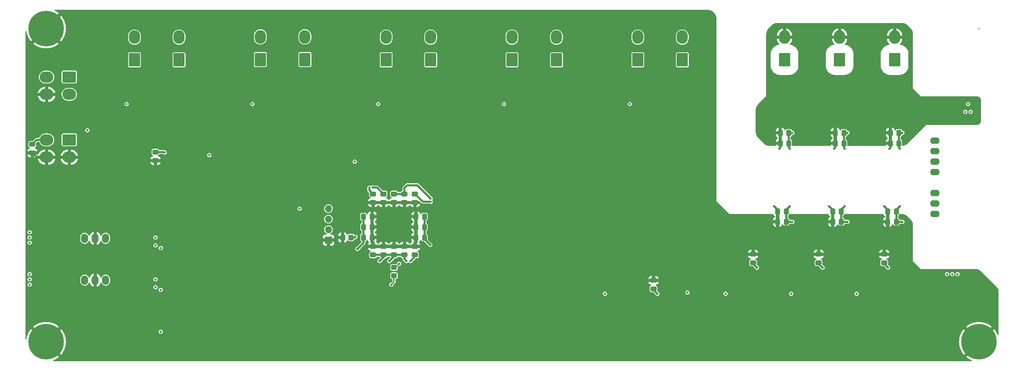
<source format=gbl>
%TF.GenerationSoftware,KiCad,Pcbnew,8.0.4*%
%TF.CreationDate,2025-03-26T21:29:21+03:00*%
%TF.ProjectId,PDU_Control_Board,5044555f-436f-46e7-9472-6f6c5f426f61,rev?*%
%TF.SameCoordinates,Original*%
%TF.FileFunction,Copper,L4,Bot*%
%TF.FilePolarity,Positive*%
%FSLAX46Y46*%
G04 Gerber Fmt 4.6, Leading zero omitted, Abs format (unit mm)*
G04 Created by KiCad (PCBNEW 8.0.4) date 2025-03-26 21:29:21*
%MOMM*%
%LPD*%
G01*
G04 APERTURE LIST*
G04 Aperture macros list*
%AMRoundRect*
0 Rectangle with rounded corners*
0 $1 Rounding radius*
0 $2 $3 $4 $5 $6 $7 $8 $9 X,Y pos of 4 corners*
0 Add a 4 corners polygon primitive as box body*
4,1,4,$2,$3,$4,$5,$6,$7,$8,$9,$2,$3,0*
0 Add four circle primitives for the rounded corners*
1,1,$1+$1,$2,$3*
1,1,$1+$1,$4,$5*
1,1,$1+$1,$6,$7*
1,1,$1+$1,$8,$9*
0 Add four rect primitives between the rounded corners*
20,1,$1+$1,$2,$3,$4,$5,0*
20,1,$1+$1,$4,$5,$6,$7,0*
20,1,$1+$1,$6,$7,$8,$9,0*
20,1,$1+$1,$8,$9,$2,$3,0*%
G04 Aperture macros list end*
%TA.AperFunction,ComponentPad*%
%ADD10RoundRect,0.250001X1.099999X1.399999X-1.099999X1.399999X-1.099999X-1.399999X1.099999X-1.399999X0*%
%TD*%
%TA.AperFunction,ComponentPad*%
%ADD11O,2.700000X3.300000*%
%TD*%
%TA.AperFunction,ComponentPad*%
%ADD12RoundRect,0.250001X-1.399999X1.099999X-1.399999X-1.099999X1.399999X-1.099999X1.399999X1.099999X0*%
%TD*%
%TA.AperFunction,ComponentPad*%
%ADD13O,3.300000X2.700000*%
%TD*%
%TA.AperFunction,ComponentPad*%
%ADD14C,0.900000*%
%TD*%
%TA.AperFunction,ComponentPad*%
%ADD15C,8.600000*%
%TD*%
%TA.AperFunction,ComponentPad*%
%ADD16O,1.700000X2.300000*%
%TD*%
%TA.AperFunction,ComponentPad*%
%ADD17R,1.700000X1.700000*%
%TD*%
%TA.AperFunction,ComponentPad*%
%ADD18O,1.700000X1.700000*%
%TD*%
%TA.AperFunction,ComponentPad*%
%ADD19O,2.300000X1.600000*%
%TD*%
%TA.AperFunction,SMDPad,CuDef*%
%ADD20RoundRect,0.250000X0.337500X0.475000X-0.337500X0.475000X-0.337500X-0.475000X0.337500X-0.475000X0*%
%TD*%
%TA.AperFunction,SMDPad,CuDef*%
%ADD21RoundRect,0.250000X-0.337500X-0.475000X0.337500X-0.475000X0.337500X0.475000X-0.337500X0.475000X0*%
%TD*%
%TA.AperFunction,SMDPad,CuDef*%
%ADD22RoundRect,0.250000X0.475000X-0.337500X0.475000X0.337500X-0.475000X0.337500X-0.475000X-0.337500X0*%
%TD*%
%TA.AperFunction,SMDPad,CuDef*%
%ADD23RoundRect,0.250000X-0.475000X0.337500X-0.475000X-0.337500X0.475000X-0.337500X0.475000X0.337500X0*%
%TD*%
%TA.AperFunction,SMDPad,CuDef*%
%ADD24RoundRect,0.250000X-0.350000X-0.450000X0.350000X-0.450000X0.350000X0.450000X-0.350000X0.450000X0*%
%TD*%
%TA.AperFunction,SMDPad,CuDef*%
%ADD25RoundRect,0.250000X0.450000X-0.350000X0.450000X0.350000X-0.450000X0.350000X-0.450000X-0.350000X0*%
%TD*%
%TA.AperFunction,ViaPad*%
%ADD26C,0.600000*%
%TD*%
%TA.AperFunction,Conductor*%
%ADD27C,0.500000*%
%TD*%
%TA.AperFunction,Conductor*%
%ADD28C,0.300000*%
%TD*%
%ADD29C,0.300000*%
%ADD30C,0.350000*%
G04 APERTURE END LIST*
D10*
%TO.P,J5,1,Pin_1*%
%TO.N,Net-(D4-A)*%
X349885000Y-175335000D03*
D11*
%TO.P,J5,2,Pin_2*%
%TO.N,+24V*%
X349885000Y-169835000D03*
%TD*%
D10*
%TO.P,J7,1,Pin_1*%
%TO.N,Net-(D13-A)*%
X258445000Y-175335000D03*
D11*
%TO.P,J7,2,Pin_2*%
%TO.N,+24V*%
X258445000Y-169835000D03*
%TD*%
D12*
%TO.P,J1,1,Pin_1*%
%TO.N,Crrent_Out*%
X231850000Y-194750000D03*
D13*
%TO.P,J1,2,Pin_2*%
%TO.N,GND*%
X231850000Y-198950000D03*
%TO.P,J1,3,Pin_3*%
%TO.N,+5V*%
X226350000Y-194750000D03*
%TO.P,J1,4,Pin_4*%
%TO.N,GND*%
X226350000Y-198950000D03*
%TD*%
D10*
%TO.P,J12,1,Pin_1*%
%TO.N,Net-(D20-A)*%
X247650000Y-175335000D03*
D11*
%TO.P,J12,2,Pin_2*%
%TO.N,+24V*%
X247650000Y-169835000D03*
%TD*%
D14*
%TO.P,H1,1,1*%
%TO.N,GND*%
X452217000Y-240515000D03*
X454497419Y-241459581D03*
X449936581Y-241459581D03*
X455442000Y-243740000D03*
D15*
X452217000Y-243740000D03*
D14*
X448992000Y-243740000D03*
X454497419Y-246020419D03*
X449936581Y-246020419D03*
X452217000Y-246965000D03*
%TD*%
D10*
%TO.P,J8,1,Pin_1*%
%TO.N,Net-(D24-A)*%
X278130000Y-175260000D03*
D11*
%TO.P,J8,2,Pin_2*%
%TO.N,+24V*%
X278130000Y-169760000D03*
%TD*%
D14*
%TO.P,H2,1,1*%
%TO.N,GND*%
X226217000Y-164515000D03*
X228497419Y-165459581D03*
X223936581Y-165459581D03*
X229442000Y-167740000D03*
D15*
X226217000Y-167740000D03*
D14*
X222992000Y-167740000D03*
X228497419Y-170020419D03*
X223936581Y-170020419D03*
X226217000Y-170965000D03*
%TD*%
D10*
%TO.P,J20,1,Pin_1*%
%TO.N,VDC_IN*%
X405130000Y-175335000D03*
D11*
%TO.P,J20,2,Pin_2*%
%TO.N,GNDPWR*%
X405130000Y-169835000D03*
%TD*%
D16*
%TO.P,D16,1,Vin*%
%TO.N,+24V*%
X235585000Y-218630000D03*
%TO.P,D16,2,GND(-Vo)*%
%TO.N,GND*%
X238125000Y-218630000D03*
%TO.P,D16,3,+Vo(GND)*%
%TO.N,+3.3V*%
X240665000Y-218630000D03*
%TD*%
D10*
%TO.P,J10,1,Pin_1*%
%TO.N,Net-(D22-A)*%
X339090000Y-175335000D03*
D11*
%TO.P,J10,2,Pin_2*%
%TO.N,+24V*%
X339090000Y-169835000D03*
%TD*%
D10*
%TO.P,J4,1,Pin_1*%
%TO.N,Net-(D7-A)*%
X288925000Y-175260000D03*
D11*
%TO.P,J4,2,Pin_2*%
%TO.N,+24V*%
X288925000Y-169760000D03*
%TD*%
D10*
%TO.P,J22,1,Pin_1*%
%TO.N,VDC_OUT2*%
X431800000Y-175335000D03*
D11*
%TO.P,J22,2,Pin_2*%
%TO.N,GNDPWR*%
X431800000Y-169835000D03*
%TD*%
D10*
%TO.P,J2,1,Pin_1*%
%TO.N,Net-(D6-A)*%
X319405000Y-175335000D03*
D11*
%TO.P,J2,2,Pin_2*%
%TO.N,+24V*%
X319405000Y-169835000D03*
%TD*%
D14*
%TO.P,H3,1,1*%
%TO.N,GND*%
X226217000Y-240515000D03*
X228497419Y-241459581D03*
X223936581Y-241459581D03*
X229442000Y-243740000D03*
D15*
X226217000Y-243740000D03*
D14*
X222992000Y-243740000D03*
X228497419Y-246020419D03*
X223936581Y-246020419D03*
X226217000Y-246965000D03*
%TD*%
D17*
%TO.P,J3,1,Pin_1*%
%TO.N,GND*%
X294640000Y-219065000D03*
D18*
%TO.P,J3,2,Pin_2*%
%TO.N,Net-(J3-Pin_2)*%
X294640000Y-216525000D03*
%TO.P,J3,3,Pin_3*%
%TO.N,Net-(J3-Pin_3)*%
X294640000Y-213985000D03*
%TO.P,J3,4,Pin_4*%
%TO.N,Net-(D3-A)*%
X294640000Y-211445000D03*
%TD*%
D10*
%TO.P,J11,1,Pin_1*%
%TO.N,Net-(D21-A)*%
X369570000Y-175335000D03*
D11*
%TO.P,J11,2,Pin_2*%
%TO.N,+24V*%
X369570000Y-169835000D03*
%TD*%
D12*
%TO.P,J13,1,Pin_1*%
%TO.N,CANL*%
X231850000Y-179510000D03*
D13*
%TO.P,J13,2,Pin_2*%
%TO.N,CANH*%
X231850000Y-183710000D03*
%TO.P,J13,3,Pin_3*%
%TO.N,+24V*%
X226350000Y-179510000D03*
%TO.P,J13,4,Pin_4*%
%TO.N,GND*%
X226350000Y-183710000D03*
%TD*%
D19*
%TO.P,D37,1,GND*%
%TO.N,GND*%
X441535000Y-212725000D03*
%TO.P,D37,2,Vin*%
%TO.N,Net-(D37-Vin)*%
X441535000Y-210185000D03*
%TO.P,D37,3,Ctrl*%
%TO.N,unconnected-(D37-Ctrl-Pad3)*%
X441535000Y-207645000D03*
%TO.P,D37,5,NC*%
%TO.N,unconnected-(D37-NC-Pad5)*%
X441535000Y-202565000D03*
%TO.P,D37,6,+Vo*%
%TO.N,+3.3VP*%
X441535000Y-200025000D03*
%TO.P,D37,7,0V*%
%TO.N,GNDPWR*%
X441535000Y-197485000D03*
%TO.P,D37,8,CS*%
%TO.N,Net-(D37-CS)*%
X441535000Y-194945000D03*
%TD*%
D10*
%TO.P,J6,1,Pin_1*%
%TO.N,Net-(D8-A)*%
X380365000Y-175335000D03*
D11*
%TO.P,J6,2,Pin_2*%
%TO.N,+24V*%
X380365000Y-169835000D03*
%TD*%
D10*
%TO.P,J21,1,Pin_1*%
%TO.N,VDC_OUT1*%
X418465000Y-175335000D03*
D11*
%TO.P,J21,2,Pin_2*%
%TO.N,GNDPWR*%
X418465000Y-169835000D03*
%TD*%
D10*
%TO.P,J9,1,Pin_1*%
%TO.N,Net-(D23-A)*%
X308610000Y-175335000D03*
D11*
%TO.P,J9,2,Pin_2*%
%TO.N,+24V*%
X308610000Y-169835000D03*
%TD*%
D16*
%TO.P,D41,1,Vin*%
%TO.N,+24V*%
X235585000Y-228790000D03*
%TO.P,D41,2,GND(-Vo)*%
%TO.N,GND*%
X238125000Y-228790000D03*
%TO.P,D41,3,+Vo(GND)*%
%TO.N,+5V*%
X240665000Y-228790000D03*
%TD*%
D20*
%TO.P,C47,1*%
%TO.N,+3.3VP*%
X406167500Y-195580000D03*
%TO.P,C47,2*%
%TO.N,GNDPWR*%
X404092500Y-195580000D03*
%TD*%
%TO.P,C56,1*%
%TO.N,+3.3V*%
X418867500Y-212090000D03*
%TO.P,C56,2*%
%TO.N,GND*%
X416792500Y-212090000D03*
%TD*%
D21*
%TO.P,C55,1*%
%TO.N,GND*%
X416792500Y-214630000D03*
%TO.P,C55,2*%
%TO.N,+3.3V*%
X418867500Y-214630000D03*
%TD*%
%TO.P,C60,1*%
%TO.N,GND*%
X430127500Y-214630000D03*
%TO.P,C60,2*%
%TO.N,+3.3V*%
X432202500Y-214630000D03*
%TD*%
D22*
%TO.P,C36,1*%
%TO.N,+3.3V*%
X429260000Y-224557500D03*
%TO.P,C36,2*%
%TO.N,GND*%
X429260000Y-222482500D03*
%TD*%
D21*
%TO.P,C6,1*%
%TO.N,+3.3V*%
X303127500Y-218440000D03*
%TO.P,C6,2*%
%TO.N,GND*%
X305202500Y-218440000D03*
%TD*%
D22*
%TO.P,C21,1*%
%TO.N,+3.3V*%
X373380000Y-230907500D03*
%TO.P,C21,2*%
%TO.N,GND*%
X373380000Y-228832500D03*
%TD*%
D23*
%TO.P,C15,1*%
%TO.N,Net-(U2-VCAP_2)*%
X307975000Y-207877500D03*
%TO.P,C15,2*%
%TO.N,GND*%
X307975000Y-209952500D03*
%TD*%
D21*
%TO.P,C1,1*%
%TO.N,+3.3V*%
X303127500Y-213360000D03*
%TO.P,C1,2*%
%TO.N,GND*%
X305202500Y-213360000D03*
%TD*%
D20*
%TO.P,C12,1*%
%TO.N,+3.3V*%
X317902500Y-218440000D03*
%TO.P,C12,2*%
%TO.N,GND*%
X315827500Y-218440000D03*
%TD*%
D21*
%TO.P,C73,1*%
%TO.N,+3.3V*%
X303127500Y-215900000D03*
%TO.P,C73,2*%
%TO.N,GND*%
X305202500Y-215900000D03*
%TD*%
D20*
%TO.P,C51,1*%
%TO.N,+3.3V*%
X405532500Y-212090000D03*
%TO.P,C51,2*%
%TO.N,GND*%
X403457500Y-212090000D03*
%TD*%
D22*
%TO.P,C5,1*%
%TO.N,+3.3V*%
X305435000Y-222652500D03*
%TO.P,C5,2*%
%TO.N,GND*%
X305435000Y-220577500D03*
%TD*%
%TO.P,C2,1*%
%TO.N,+3.3V*%
X315595000Y-222652500D03*
%TO.P,C2,2*%
%TO.N,GND*%
X315595000Y-220577500D03*
%TD*%
D20*
%TO.P,C61,1*%
%TO.N,+3.3V*%
X432202500Y-212090000D03*
%TO.P,C61,2*%
%TO.N,GND*%
X430127500Y-212090000D03*
%TD*%
D22*
%TO.P,C72,1*%
%TO.N,+3.3V*%
X310515000Y-222652500D03*
%TO.P,C72,2*%
%TO.N,GND*%
X310515000Y-220577500D03*
%TD*%
D20*
%TO.P,C74,1*%
%TO.N,+3.3V*%
X317902500Y-213360000D03*
%TO.P,C74,2*%
%TO.N,GND*%
X315827500Y-213360000D03*
%TD*%
D22*
%TO.P,C11,1*%
%TO.N,+3.3V*%
X307975000Y-222652500D03*
%TO.P,C11,2*%
%TO.N,GND*%
X307975000Y-220577500D03*
%TD*%
D23*
%TO.P,C68,1*%
%TO.N,+5V*%
X222885000Y-195812500D03*
%TO.P,C68,2*%
%TO.N,GND*%
X222885000Y-197887500D03*
%TD*%
D21*
%TO.P,C53,1*%
%TO.N,GNDPWR*%
X417427500Y-193040000D03*
%TO.P,C53,2*%
%TO.N,+3.3VP*%
X419502500Y-193040000D03*
%TD*%
%TO.P,C48,1*%
%TO.N,GNDPWR*%
X404092500Y-193040000D03*
%TO.P,C48,2*%
%TO.N,+3.3VP*%
X406167500Y-193040000D03*
%TD*%
D20*
%TO.P,C54,1*%
%TO.N,+3.3VP*%
X419502500Y-195580000D03*
%TO.P,C54,2*%
%TO.N,GNDPWR*%
X417427500Y-195580000D03*
%TD*%
D21*
%TO.P,C50,1*%
%TO.N,GND*%
X403457500Y-214630000D03*
%TO.P,C50,2*%
%TO.N,+3.3V*%
X405532500Y-214630000D03*
%TD*%
%TO.P,C58,1*%
%TO.N,GNDPWR*%
X430762500Y-193040000D03*
%TO.P,C58,2*%
%TO.N,+3.3VP*%
X432837500Y-193040000D03*
%TD*%
D22*
%TO.P,C22,1*%
%TO.N,+3.3V*%
X397510000Y-224557500D03*
%TO.P,C22,2*%
%TO.N,GND*%
X397510000Y-222482500D03*
%TD*%
%TO.P,C10,1*%
%TO.N,+3.3V*%
X313055000Y-222652500D03*
%TO.P,C10,2*%
%TO.N,GND*%
X313055000Y-220577500D03*
%TD*%
D23*
%TO.P,C14,1*%
%TO.N,Net-(U2-VCAP_1)*%
X315595000Y-207877500D03*
%TO.P,C14,2*%
%TO.N,GND*%
X315595000Y-209952500D03*
%TD*%
D20*
%TO.P,C59,1*%
%TO.N,+3.3VP*%
X432837500Y-195580000D03*
%TO.P,C59,2*%
%TO.N,GNDPWR*%
X430762500Y-195580000D03*
%TD*%
D23*
%TO.P,C75,1*%
%TO.N,+3.3V*%
X310515000Y-207877500D03*
%TO.P,C75,2*%
%TO.N,GND*%
X310515000Y-209952500D03*
%TD*%
%TO.P,C4,1*%
%TO.N,+3.3V*%
X305435000Y-207877500D03*
%TO.P,C4,2*%
%TO.N,GND*%
X305435000Y-209952500D03*
%TD*%
%TO.P,C44,1*%
%TO.N,+3.3V*%
X252730000Y-197717500D03*
%TO.P,C44,2*%
%TO.N,GND*%
X252730000Y-199792500D03*
%TD*%
%TO.P,C7,1*%
%TO.N,+3.3V*%
X313055000Y-207877500D03*
%TO.P,C7,2*%
%TO.N,GND*%
X313055000Y-209952500D03*
%TD*%
D22*
%TO.P,C31,1*%
%TO.N,+3.3V*%
X413385000Y-224557500D03*
%TO.P,C31,2*%
%TO.N,GND*%
X413385000Y-222482500D03*
%TD*%
D24*
%TO.P,R2,1*%
%TO.N,GND*%
X298085000Y-218440000D03*
%TO.P,R2,2*%
%TO.N,BOOT0*%
X300085000Y-218440000D03*
%TD*%
D20*
%TO.P,C3,1*%
%TO.N,+3.3V*%
X317902500Y-215900000D03*
%TO.P,C3,2*%
%TO.N,GND*%
X315827500Y-215900000D03*
%TD*%
D25*
%TO.P,R3,1*%
%TO.N,+3.3V*%
X310515000Y-227695000D03*
%TO.P,R3,2*%
%TO.N,NRST*%
X310515000Y-225695000D03*
%TD*%
D26*
%TO.N,+3.3V*%
X361635000Y-232090000D03*
X265745000Y-198440000D03*
X419735000Y-210820000D03*
X407035000Y-214630000D03*
X307015000Y-224155000D03*
X309880000Y-229870000D03*
X430210000Y-225740000D03*
X422595000Y-232090000D03*
X254000000Y-220980000D03*
X374330000Y-232090000D03*
X406400000Y-210820000D03*
X252730000Y-218440000D03*
X300990000Y-200025000D03*
X433070000Y-210820000D03*
X319330057Y-220240035D03*
X254950000Y-197805000D03*
X367665000Y-186055000D03*
X420370000Y-214630000D03*
X314515000Y-224155000D03*
X433705000Y-214630000D03*
X252730000Y-220345000D03*
X245745000Y-186055000D03*
X406720000Y-232090000D03*
X304515000Y-206375000D03*
X414335000Y-225740000D03*
X319405000Y-208964997D03*
X337185000Y-186055000D03*
X301625000Y-221265000D03*
X276225000Y-186055000D03*
X398460000Y-225740000D03*
X313515000Y-224155000D03*
X306705000Y-186055000D03*
X390845000Y-232090000D03*
X287655000Y-211455000D03*
X309365001Y-224171094D03*
%TO.N,GND*%
X367967500Y-181942500D03*
X337185000Y-188595000D03*
X367665000Y-188595000D03*
X306705000Y-188595000D03*
X376555000Y-231775000D03*
X415925000Y-210820000D03*
X252730000Y-232410000D03*
X287020000Y-194945000D03*
X222250000Y-224790000D03*
X334645000Y-174625000D03*
X422595000Y-230190000D03*
X297180000Y-207645000D03*
X311531000Y-216281000D03*
X222250000Y-223520000D03*
X316230000Y-197485000D03*
X434975000Y-225425000D03*
X400685000Y-225425000D03*
X312547000Y-214249000D03*
X317105000Y-181370000D03*
X308483000Y-215265000D03*
X390845000Y-230190000D03*
X252730000Y-224155000D03*
X273685000Y-174625000D03*
X378065000Y-181215000D03*
X396875000Y-234315000D03*
X287020000Y-207645000D03*
X308483000Y-213233000D03*
X413385000Y-220980000D03*
X428625000Y-234315000D03*
X222250000Y-232410000D03*
X261620000Y-231140000D03*
X309499000Y-215265000D03*
X337479500Y-181950500D03*
X222250000Y-234950000D03*
X310515000Y-214249000D03*
X365125000Y-174625000D03*
X397510000Y-220980000D03*
X248920000Y-200660000D03*
X246085500Y-181950500D03*
X260350000Y-202565000D03*
X265745000Y-200340000D03*
X258445000Y-184150000D03*
X311531000Y-214249000D03*
X307037500Y-181942500D03*
X308483000Y-214249000D03*
X304165000Y-174625000D03*
X300990000Y-202565000D03*
X242570000Y-200660000D03*
X313055000Y-229870000D03*
X373380000Y-227330000D03*
X252730000Y-234315000D03*
X312547000Y-215265000D03*
X406720000Y-230190000D03*
X313690000Y-197485000D03*
X319405000Y-184150000D03*
X416560000Y-225425000D03*
X312547000Y-217297000D03*
X429260000Y-210820000D03*
X310515000Y-215265000D03*
X276482500Y-181867500D03*
X380365000Y-184150000D03*
X281940000Y-201295000D03*
X288925000Y-184150000D03*
X311150000Y-229870000D03*
X261620000Y-220980000D03*
X308483000Y-216281000D03*
X432435000Y-225425000D03*
X252730000Y-222250000D03*
X311531000Y-215265000D03*
X367665000Y-227965000D03*
X310515000Y-217297000D03*
X261620000Y-241300000D03*
X309499000Y-217297000D03*
X310515000Y-216281000D03*
X245745000Y-188595000D03*
X310515000Y-213233000D03*
X412750000Y-234315000D03*
X441960000Y-227330000D03*
X222250000Y-222250000D03*
X312547000Y-216281000D03*
X256145000Y-181370000D03*
X403225000Y-225425000D03*
X308483000Y-217297000D03*
X311531000Y-217297000D03*
X349885000Y-184150000D03*
X250190000Y-198755000D03*
X243205000Y-174625000D03*
X419100000Y-225425000D03*
X439420000Y-227330000D03*
X309499000Y-216281000D03*
X347585000Y-181370000D03*
X222250000Y-233680000D03*
X236220000Y-200660000D03*
X361635000Y-230190000D03*
X402590000Y-210820000D03*
X379095000Y-231775000D03*
X312547000Y-213233000D03*
X309499000Y-213233000D03*
X440690000Y-227330000D03*
X311531000Y-213233000D03*
X276225000Y-188595000D03*
X306705000Y-226060000D03*
X309499000Y-214249000D03*
X308610000Y-226060000D03*
X429260000Y-220980000D03*
X286625000Y-181370000D03*
%TO.N,Net-(U2-VCAP_1)*%
X319405000Y-209765000D03*
%TO.N,Net-(U2-VCAP_2)*%
X305311521Y-206300443D03*
%TO.N,+24V*%
X222250000Y-217170000D03*
X222250000Y-219710000D03*
X222250000Y-218440000D03*
X447040000Y-227330000D03*
X381635000Y-231775000D03*
X444500000Y-227330000D03*
X222250000Y-229870000D03*
X254000000Y-241300000D03*
X445770000Y-227330000D03*
X222250000Y-228600000D03*
X222250000Y-227330000D03*
%TO.N,BOOT0*%
X301165000Y-218265000D03*
%TO.N,NRST*%
X311785000Y-224790000D03*
%TO.N,GNDPWR*%
X398780000Y-188595000D03*
X445135000Y-187960000D03*
X430530000Y-196850000D03*
X417195000Y-196850000D03*
X428625000Y-194310000D03*
X425450000Y-188595000D03*
X401955000Y-194310000D03*
X415290000Y-194310000D03*
X412115000Y-188595000D03*
X441325000Y-186055000D03*
X403860000Y-196850000D03*
X443865000Y-187960000D03*
%TO.N,+3.3VP*%
X420370000Y-193040000D03*
X433705000Y-193040000D03*
X433070000Y-196850000D03*
X449580000Y-186055000D03*
X448945000Y-187960000D03*
X419735000Y-196850000D03*
X450215000Y-187960000D03*
X406400000Y-196850000D03*
X407035000Y-193040000D03*
%TO.N,+5V*%
X252730000Y-228600000D03*
X252730000Y-230505000D03*
X236220000Y-192405000D03*
X254000000Y-231140000D03*
%TD*%
D27*
%TO.N,+3.3V*%
X305435000Y-207877500D02*
X304515000Y-206957500D01*
X432202500Y-212090000D02*
X432202500Y-211687500D01*
X397510000Y-224790000D02*
X398460000Y-225740000D01*
X418867500Y-212090000D02*
X418867500Y-211687500D01*
X315595000Y-223075000D02*
X314515000Y-224155000D01*
X303127500Y-213360000D02*
X303127500Y-215900000D01*
X432202500Y-212090000D02*
X432202500Y-214630000D01*
X373380000Y-231140000D02*
X374330000Y-232090000D01*
X413385000Y-224557500D02*
X413385000Y-224790000D01*
X303127500Y-215900000D02*
X303127500Y-218440000D01*
X316180003Y-205740000D02*
X319405000Y-208964997D01*
X317902500Y-218440000D02*
X317902500Y-218812478D01*
X429260000Y-224790000D02*
X430210000Y-225740000D01*
X304515000Y-206957500D02*
X304515000Y-206375000D01*
X303127500Y-219762500D02*
X301625000Y-221265000D01*
X315595000Y-222652500D02*
X315595000Y-223075000D01*
X310515000Y-223021095D02*
X309365001Y-224171094D01*
X418867500Y-212090000D02*
X418867500Y-214630000D01*
X313055000Y-223695000D02*
X313515000Y-224155000D01*
X432202500Y-211687500D02*
X433070000Y-210820000D01*
X305435000Y-222652500D02*
X313055000Y-222652500D01*
X420370000Y-214630000D02*
X418867500Y-214630000D01*
X313055000Y-222652500D02*
X313055000Y-223695000D01*
X397510000Y-224557500D02*
X397510000Y-224790000D01*
X317902500Y-215900000D02*
X317902500Y-218440000D01*
X373380000Y-230907500D02*
X373380000Y-231140000D01*
X313055000Y-206375000D02*
X313690000Y-205740000D01*
X405532500Y-212090000D02*
X405532500Y-211687500D01*
X317902500Y-213360000D02*
X317902500Y-215900000D01*
X310515000Y-222652500D02*
X310515000Y-223021095D01*
X418867500Y-211687500D02*
X419735000Y-210820000D01*
X310515000Y-207877500D02*
X313055000Y-207877500D01*
X429260000Y-224557500D02*
X429260000Y-224790000D01*
X405532500Y-211687500D02*
X406400000Y-210820000D01*
X307975000Y-223195000D02*
X307015000Y-224155000D01*
X313690000Y-205740000D02*
X316180003Y-205740000D01*
D28*
X310515000Y-229235000D02*
X309880000Y-229870000D01*
X310515000Y-227695000D02*
X310515000Y-229235000D01*
D27*
X303127500Y-218440000D02*
X303127500Y-219762500D01*
X254862500Y-197717500D02*
X254950000Y-197805000D01*
X407035000Y-214630000D02*
X405532500Y-214630000D01*
X252730000Y-197717500D02*
X254862500Y-197717500D01*
X317902500Y-218812478D02*
X319330057Y-220240035D01*
X413385000Y-224790000D02*
X414335000Y-225740000D01*
X307975000Y-222652500D02*
X307975000Y-223195000D01*
X433705000Y-214630000D02*
X432202500Y-214630000D01*
X313055000Y-207877500D02*
X313055000Y-206375000D01*
X405532500Y-214630000D02*
X405532500Y-212090000D01*
%TO.N,GND*%
X416792500Y-211687500D02*
X415925000Y-210820000D01*
X223947500Y-198950000D02*
X222885000Y-197887500D01*
X430127500Y-211687500D02*
X429260000Y-210820000D01*
X403457500Y-212090000D02*
X403457500Y-211687500D01*
X403457500Y-211687500D02*
X402590000Y-210820000D01*
X416792500Y-212090000D02*
X416792500Y-211687500D01*
X226350000Y-198950000D02*
X223947500Y-198950000D01*
X430127500Y-212090000D02*
X430127500Y-211687500D01*
%TO.N,Net-(U2-VCAP_1)*%
X315595000Y-207877500D02*
X317482500Y-209765000D01*
X317482500Y-209765000D02*
X319405000Y-209765000D01*
%TO.N,Net-(U2-VCAP_2)*%
X305311521Y-206300443D02*
X306397943Y-206300443D01*
X306397943Y-206300443D02*
X307975000Y-207877500D01*
%TO.N,BOOT0*%
X300085000Y-218440000D02*
X300990000Y-218440000D01*
X300990000Y-218440000D02*
X301165000Y-218265000D01*
D28*
%TO.N,NRST*%
X310880000Y-225695000D02*
X311785000Y-224790000D01*
X310515000Y-225695000D02*
X310880000Y-225695000D01*
D27*
%TO.N,GNDPWR*%
X430762500Y-196617500D02*
X430530000Y-196850000D01*
X417427500Y-196617500D02*
X417195000Y-196850000D01*
X430762500Y-195580000D02*
X430762500Y-196617500D01*
X404092500Y-196617500D02*
X403860000Y-196850000D01*
X404092500Y-195580000D02*
X404092500Y-196617500D01*
X417427500Y-195580000D02*
X417427500Y-196617500D01*
%TO.N,+3.3VP*%
X406167500Y-195580000D02*
X406167500Y-196617500D01*
X432837500Y-195580000D02*
X432837500Y-196617500D01*
X406167500Y-196617500D02*
X406400000Y-196850000D01*
X419502500Y-195580000D02*
X419502500Y-196617500D01*
X406167500Y-193040000D02*
X407035000Y-193040000D01*
X406167500Y-193040000D02*
X406167500Y-195580000D01*
X432837500Y-196617500D02*
X433070000Y-196850000D01*
X419502500Y-193040000D02*
X420370000Y-193040000D01*
X419502500Y-196617500D02*
X419735000Y-196850000D01*
X432837500Y-193040000D02*
X433705000Y-193040000D01*
X432837500Y-193040000D02*
X432837500Y-195580000D01*
X419502500Y-193040000D02*
X419502500Y-195580000D01*
%TO.N,+5V*%
X223947500Y-194750000D02*
X222885000Y-195812500D01*
X226350000Y-194750000D02*
X223947500Y-194750000D01*
%TD*%
%TA.AperFunction,Conductor*%
%TO.N,GNDPWR*%
G36*
X451677048Y-184150597D02*
G01*
X451870317Y-184169632D01*
X451894153Y-184174374D01*
X452074138Y-184228973D01*
X452096596Y-184238275D01*
X452252437Y-184321574D01*
X452262460Y-184326931D01*
X452282672Y-184340436D01*
X452428059Y-184459752D01*
X452445247Y-184476940D01*
X452564563Y-184622327D01*
X452578068Y-184642539D01*
X452666724Y-184808404D01*
X452676026Y-184830861D01*
X452730625Y-185010846D01*
X452735368Y-185034688D01*
X452754403Y-185227951D01*
X452755000Y-185240105D01*
X452755000Y-190044894D01*
X452754403Y-190057048D01*
X452735368Y-190250311D01*
X452730625Y-190274153D01*
X452676026Y-190454138D01*
X452666724Y-190476595D01*
X452578068Y-190642460D01*
X452564563Y-190662672D01*
X452445247Y-190808059D01*
X452428059Y-190825247D01*
X452282672Y-190944563D01*
X452262460Y-190958068D01*
X452096595Y-191046724D01*
X452074138Y-191056026D01*
X451894153Y-191110625D01*
X451870311Y-191115368D01*
X451677048Y-191134403D01*
X451664894Y-191135000D01*
X439420000Y-191135000D01*
X438834224Y-191720775D01*
X438834216Y-191720783D01*
X434928659Y-195626340D01*
X434922737Y-195631887D01*
X434735206Y-195796348D01*
X434722337Y-195806222D01*
X434518329Y-195942535D01*
X434504283Y-195950645D01*
X434284229Y-196059164D01*
X434269243Y-196065371D01*
X434036904Y-196144239D01*
X434021238Y-196148437D01*
X433780603Y-196196303D01*
X433764522Y-196198420D01*
X433757611Y-196198873D01*
X433689427Y-196183616D01*
X433640316Y-196133918D01*
X433625500Y-196075139D01*
X433625500Y-195050730D01*
X433622646Y-195020300D01*
X433622646Y-195020298D01*
X433577793Y-194892119D01*
X433577792Y-194892117D01*
X433544095Y-194846459D01*
X433497150Y-194782850D01*
X433387882Y-194702207D01*
X433387881Y-194702206D01*
X433371044Y-194696315D01*
X433314268Y-194655593D01*
X433288522Y-194590640D01*
X433288000Y-194579274D01*
X433288000Y-194040726D01*
X433307685Y-193973687D01*
X433360489Y-193927932D01*
X433371047Y-193923684D01*
X433387879Y-193917794D01*
X433387878Y-193917794D01*
X433387882Y-193917793D01*
X433497150Y-193837150D01*
X433577793Y-193727882D01*
X433600158Y-193663965D01*
X433614303Y-193623544D01*
X433655025Y-193566769D01*
X433719978Y-193541022D01*
X433731344Y-193540500D01*
X433776962Y-193540500D01*
X433776962Y-193540499D01*
X433915053Y-193499953D01*
X434036128Y-193422143D01*
X434130377Y-193313373D01*
X434190165Y-193182457D01*
X434210647Y-193040000D01*
X434190165Y-192897543D01*
X434130377Y-192766627D01*
X434036128Y-192657857D01*
X433915053Y-192580047D01*
X433915051Y-192580046D01*
X433915049Y-192580045D01*
X433915050Y-192580045D01*
X433776963Y-192539500D01*
X433776961Y-192539500D01*
X433731344Y-192539500D01*
X433664305Y-192519815D01*
X433618550Y-192467011D01*
X433614303Y-192456456D01*
X433595445Y-192402565D01*
X433577793Y-192352118D01*
X433497150Y-192242850D01*
X433387882Y-192162207D01*
X433387880Y-192162206D01*
X433259700Y-192117353D01*
X433229270Y-192114500D01*
X433229266Y-192114500D01*
X432445734Y-192114500D01*
X432445730Y-192114500D01*
X432415300Y-192117353D01*
X432415298Y-192117353D01*
X432287119Y-192162206D01*
X432287117Y-192162207D01*
X432177850Y-192242850D01*
X432097207Y-192352117D01*
X432074842Y-192416033D01*
X432034120Y-192472808D01*
X431969167Y-192498555D01*
X431900605Y-192485098D01*
X431850203Y-192436711D01*
X431840095Y-192414081D01*
X431784358Y-192245880D01*
X431784356Y-192245875D01*
X431692315Y-192096654D01*
X431568345Y-191972684D01*
X431419124Y-191880643D01*
X431419119Y-191880641D01*
X431252697Y-191825494D01*
X431252690Y-191825493D01*
X431162500Y-191816279D01*
X431162500Y-195456000D01*
X431142815Y-195523039D01*
X431090011Y-195568794D01*
X431038500Y-195580000D01*
X430762500Y-195580000D01*
X430762500Y-195856000D01*
X430742815Y-195923039D01*
X430690011Y-195968794D01*
X430638500Y-195980000D01*
X429675001Y-195980000D01*
X429675001Y-196091000D01*
X429655316Y-196158039D01*
X429602512Y-196203794D01*
X429551001Y-196215000D01*
X420414500Y-196215000D01*
X420347461Y-196195315D01*
X420301706Y-196142511D01*
X420290500Y-196091000D01*
X420290500Y-195055013D01*
X429675000Y-195055013D01*
X429675000Y-195180000D01*
X430362500Y-195180000D01*
X430362500Y-193440000D01*
X429675001Y-193440000D01*
X429675001Y-193564986D01*
X429685494Y-193667697D01*
X429740641Y-193834119D01*
X429740643Y-193834124D01*
X429832684Y-193983345D01*
X429956654Y-194107315D01*
X430112025Y-194203149D01*
X430110759Y-194205199D01*
X430154590Y-194243799D01*
X430173737Y-194310994D01*
X430153516Y-194377873D01*
X430110808Y-194414879D01*
X430112025Y-194416851D01*
X429956654Y-194512684D01*
X429832684Y-194636654D01*
X429740643Y-194785875D01*
X429740641Y-194785880D01*
X429685494Y-194952302D01*
X429685493Y-194952309D01*
X429675000Y-195055013D01*
X420290500Y-195055013D01*
X420290500Y-195050730D01*
X420287646Y-195020300D01*
X420287646Y-195020298D01*
X420242793Y-194892119D01*
X420242792Y-194892117D01*
X420209095Y-194846459D01*
X420162150Y-194782850D01*
X420052882Y-194702207D01*
X420052881Y-194702206D01*
X420036044Y-194696315D01*
X419979268Y-194655593D01*
X419953522Y-194590640D01*
X419953000Y-194579274D01*
X419953000Y-194040726D01*
X419972685Y-193973687D01*
X420025489Y-193927932D01*
X420036047Y-193923684D01*
X420052879Y-193917794D01*
X420052878Y-193917794D01*
X420052882Y-193917793D01*
X420162150Y-193837150D01*
X420242793Y-193727882D01*
X420265158Y-193663965D01*
X420279303Y-193623544D01*
X420320025Y-193566769D01*
X420384978Y-193541022D01*
X420396344Y-193540500D01*
X420441962Y-193540500D01*
X420441962Y-193540499D01*
X420580053Y-193499953D01*
X420701128Y-193422143D01*
X420795377Y-193313373D01*
X420855165Y-193182457D01*
X420875647Y-193040000D01*
X420855165Y-192897543D01*
X420795377Y-192766627D01*
X420701128Y-192657857D01*
X420580053Y-192580047D01*
X420580051Y-192580046D01*
X420580049Y-192580045D01*
X420580050Y-192580045D01*
X420441963Y-192539500D01*
X420441961Y-192539500D01*
X420396344Y-192539500D01*
X420329305Y-192519815D01*
X420325144Y-192515013D01*
X429675000Y-192515013D01*
X429675000Y-192640000D01*
X430362500Y-192640000D01*
X430362500Y-191816280D01*
X430362499Y-191816279D01*
X430272302Y-191825494D01*
X430105880Y-191880641D01*
X430105875Y-191880643D01*
X429956654Y-191972684D01*
X429832684Y-192096654D01*
X429740643Y-192245875D01*
X429740641Y-192245880D01*
X429685494Y-192412302D01*
X429685493Y-192412309D01*
X429675000Y-192515013D01*
X420325144Y-192515013D01*
X420283550Y-192467011D01*
X420279303Y-192456456D01*
X420260445Y-192402565D01*
X420242793Y-192352118D01*
X420162150Y-192242850D01*
X420052882Y-192162207D01*
X420052880Y-192162206D01*
X419924700Y-192117353D01*
X419894270Y-192114500D01*
X419894266Y-192114500D01*
X419110734Y-192114500D01*
X419110730Y-192114500D01*
X419080300Y-192117353D01*
X419080298Y-192117353D01*
X418952119Y-192162206D01*
X418952117Y-192162207D01*
X418842850Y-192242850D01*
X418762207Y-192352117D01*
X418739842Y-192416033D01*
X418699120Y-192472808D01*
X418634167Y-192498555D01*
X418565605Y-192485098D01*
X418515203Y-192436711D01*
X418505095Y-192414081D01*
X418449358Y-192245880D01*
X418449356Y-192245875D01*
X418357315Y-192096654D01*
X418233345Y-191972684D01*
X418084124Y-191880643D01*
X418084119Y-191880641D01*
X417917697Y-191825494D01*
X417917690Y-191825493D01*
X417827500Y-191816279D01*
X417827500Y-195456000D01*
X417807815Y-195523039D01*
X417755011Y-195568794D01*
X417703500Y-195580000D01*
X417427500Y-195580000D01*
X417427500Y-195856000D01*
X417407815Y-195923039D01*
X417355011Y-195968794D01*
X417303500Y-195980000D01*
X416340001Y-195980000D01*
X416340001Y-196091000D01*
X416320316Y-196158039D01*
X416267512Y-196203794D01*
X416216001Y-196215000D01*
X407079500Y-196215000D01*
X407012461Y-196195315D01*
X406966706Y-196142511D01*
X406955500Y-196091000D01*
X406955500Y-195055013D01*
X416340000Y-195055013D01*
X416340000Y-195180000D01*
X417027500Y-195180000D01*
X417027500Y-193440000D01*
X416340001Y-193440000D01*
X416340001Y-193564986D01*
X416350494Y-193667697D01*
X416405641Y-193834119D01*
X416405643Y-193834124D01*
X416497684Y-193983345D01*
X416621654Y-194107315D01*
X416777025Y-194203149D01*
X416775759Y-194205199D01*
X416819590Y-194243799D01*
X416838737Y-194310994D01*
X416818516Y-194377873D01*
X416775808Y-194414879D01*
X416777025Y-194416851D01*
X416621654Y-194512684D01*
X416497684Y-194636654D01*
X416405643Y-194785875D01*
X416405641Y-194785880D01*
X416350494Y-194952302D01*
X416350493Y-194952309D01*
X416340000Y-195055013D01*
X406955500Y-195055013D01*
X406955500Y-195050730D01*
X406952646Y-195020300D01*
X406952646Y-195020298D01*
X406907793Y-194892119D01*
X406907792Y-194892117D01*
X406874095Y-194846459D01*
X406827150Y-194782850D01*
X406717882Y-194702207D01*
X406717881Y-194702206D01*
X406701044Y-194696315D01*
X406644268Y-194655593D01*
X406618522Y-194590640D01*
X406618000Y-194579274D01*
X406618000Y-194040726D01*
X406637685Y-193973687D01*
X406690489Y-193927932D01*
X406701047Y-193923684D01*
X406717879Y-193917794D01*
X406717878Y-193917794D01*
X406717882Y-193917793D01*
X406827150Y-193837150D01*
X406907793Y-193727882D01*
X406930158Y-193663965D01*
X406944303Y-193623544D01*
X406985025Y-193566769D01*
X407049978Y-193541022D01*
X407061344Y-193540500D01*
X407106962Y-193540500D01*
X407106962Y-193540499D01*
X407245053Y-193499953D01*
X407366128Y-193422143D01*
X407460377Y-193313373D01*
X407520165Y-193182457D01*
X407540647Y-193040000D01*
X407520165Y-192897543D01*
X407460377Y-192766627D01*
X407366128Y-192657857D01*
X407245053Y-192580047D01*
X407245051Y-192580046D01*
X407245049Y-192580045D01*
X407245050Y-192580045D01*
X407106963Y-192539500D01*
X407106961Y-192539500D01*
X407061344Y-192539500D01*
X406994305Y-192519815D01*
X406990144Y-192515013D01*
X416340000Y-192515013D01*
X416340000Y-192640000D01*
X417027500Y-192640000D01*
X417027500Y-191816280D01*
X417027499Y-191816279D01*
X416937302Y-191825494D01*
X416770880Y-191880641D01*
X416770875Y-191880643D01*
X416621654Y-191972684D01*
X416497684Y-192096654D01*
X416405643Y-192245875D01*
X416405641Y-192245880D01*
X416350494Y-192412302D01*
X416350493Y-192412309D01*
X416340000Y-192515013D01*
X406990144Y-192515013D01*
X406948550Y-192467011D01*
X406944303Y-192456456D01*
X406925445Y-192402565D01*
X406907793Y-192352118D01*
X406827150Y-192242850D01*
X406717882Y-192162207D01*
X406717880Y-192162206D01*
X406589700Y-192117353D01*
X406559270Y-192114500D01*
X406559266Y-192114500D01*
X405775734Y-192114500D01*
X405775730Y-192114500D01*
X405745300Y-192117353D01*
X405745298Y-192117353D01*
X405617119Y-192162206D01*
X405617117Y-192162207D01*
X405507850Y-192242850D01*
X405427207Y-192352117D01*
X405404842Y-192416033D01*
X405364120Y-192472808D01*
X405299167Y-192498555D01*
X405230605Y-192485098D01*
X405180203Y-192436711D01*
X405170095Y-192414081D01*
X405114358Y-192245880D01*
X405114356Y-192245875D01*
X405022315Y-192096654D01*
X404898345Y-191972684D01*
X404749124Y-191880643D01*
X404749119Y-191880641D01*
X404582697Y-191825494D01*
X404582690Y-191825493D01*
X404492500Y-191816279D01*
X404492500Y-195456000D01*
X404472815Y-195523039D01*
X404420011Y-195568794D01*
X404368500Y-195580000D01*
X404092500Y-195580000D01*
X404092500Y-195856000D01*
X404072815Y-195923039D01*
X404020011Y-195968794D01*
X403968500Y-195980000D01*
X403005001Y-195980000D01*
X403005001Y-196091000D01*
X402985316Y-196158039D01*
X402932512Y-196203794D01*
X402881001Y-196215000D01*
X401517494Y-196215000D01*
X401509384Y-196214735D01*
X401260478Y-196198421D01*
X401244397Y-196196303D01*
X401180615Y-196183616D01*
X401003761Y-196148437D01*
X400988095Y-196144239D01*
X400755756Y-196065371D01*
X400740770Y-196059164D01*
X400520716Y-195950645D01*
X400506670Y-195942535D01*
X400302662Y-195806222D01*
X400289793Y-195796348D01*
X400102262Y-195631887D01*
X400096340Y-195626340D01*
X399525013Y-195055013D01*
X403005000Y-195055013D01*
X403005000Y-195180000D01*
X403692500Y-195180000D01*
X403692500Y-193440000D01*
X403005001Y-193440000D01*
X403005001Y-193564986D01*
X403015494Y-193667697D01*
X403070641Y-193834119D01*
X403070643Y-193834124D01*
X403162684Y-193983345D01*
X403286654Y-194107315D01*
X403442025Y-194203149D01*
X403440759Y-194205199D01*
X403484590Y-194243799D01*
X403503737Y-194310994D01*
X403483516Y-194377873D01*
X403440808Y-194414879D01*
X403442025Y-194416851D01*
X403286654Y-194512684D01*
X403162684Y-194636654D01*
X403070643Y-194785875D01*
X403070641Y-194785880D01*
X403015494Y-194952302D01*
X403015493Y-194952309D01*
X403005000Y-195055013D01*
X399525013Y-195055013D01*
X398733659Y-194263659D01*
X398728112Y-194257737D01*
X398682037Y-194205199D01*
X398563648Y-194070202D01*
X398553777Y-194057337D01*
X398417464Y-193853329D01*
X398409354Y-193839283D01*
X398323860Y-193665918D01*
X398300832Y-193619222D01*
X398294628Y-193604243D01*
X398286958Y-193581649D01*
X398238875Y-193440000D01*
X398215760Y-193371904D01*
X398211562Y-193356238D01*
X398163694Y-193115589D01*
X398161579Y-193099531D01*
X398145265Y-192850615D01*
X398145000Y-192842506D01*
X398145000Y-192515013D01*
X403005000Y-192515013D01*
X403005000Y-192640000D01*
X403692500Y-192640000D01*
X403692500Y-191816280D01*
X403692499Y-191816279D01*
X403602302Y-191825494D01*
X403435880Y-191880641D01*
X403435875Y-191880643D01*
X403286654Y-191972684D01*
X403162684Y-192096654D01*
X403070643Y-192245875D01*
X403070641Y-192245880D01*
X403015494Y-192412302D01*
X403015493Y-192412309D01*
X403005000Y-192515013D01*
X398145000Y-192515013D01*
X398145000Y-187960000D01*
X448439353Y-187960000D01*
X448459834Y-188102456D01*
X448519622Y-188233371D01*
X448519623Y-188233373D01*
X448613872Y-188342143D01*
X448734947Y-188419953D01*
X448734950Y-188419954D01*
X448734949Y-188419954D01*
X448873036Y-188460499D01*
X448873038Y-188460500D01*
X448873039Y-188460500D01*
X449016962Y-188460500D01*
X449016962Y-188460499D01*
X449155053Y-188419953D01*
X449276128Y-188342143D01*
X449370377Y-188233373D01*
X449430165Y-188102457D01*
X449450647Y-187960000D01*
X449709353Y-187960000D01*
X449729834Y-188102456D01*
X449789622Y-188233371D01*
X449789623Y-188233373D01*
X449883872Y-188342143D01*
X450004947Y-188419953D01*
X450004950Y-188419954D01*
X450004949Y-188419954D01*
X450143036Y-188460499D01*
X450143038Y-188460500D01*
X450143039Y-188460500D01*
X450286962Y-188460500D01*
X450286962Y-188460499D01*
X450425053Y-188419953D01*
X450546128Y-188342143D01*
X450640377Y-188233373D01*
X450700165Y-188102457D01*
X450720647Y-187960000D01*
X450700165Y-187817543D01*
X450640377Y-187686627D01*
X450546128Y-187577857D01*
X450425053Y-187500047D01*
X450425051Y-187500046D01*
X450425049Y-187500045D01*
X450425050Y-187500045D01*
X450286963Y-187459500D01*
X450286961Y-187459500D01*
X450143039Y-187459500D01*
X450143036Y-187459500D01*
X450004949Y-187500045D01*
X449883873Y-187577856D01*
X449789623Y-187686626D01*
X449789622Y-187686628D01*
X449729834Y-187817543D01*
X449709353Y-187960000D01*
X449450647Y-187960000D01*
X449430165Y-187817543D01*
X449370377Y-187686627D01*
X449276128Y-187577857D01*
X449155053Y-187500047D01*
X449155051Y-187500046D01*
X449155049Y-187500045D01*
X449155050Y-187500045D01*
X449016963Y-187459500D01*
X449016961Y-187459500D01*
X448873039Y-187459500D01*
X448873036Y-187459500D01*
X448734949Y-187500045D01*
X448613873Y-187577856D01*
X448519623Y-187686626D01*
X448519622Y-187686628D01*
X448459834Y-187817543D01*
X448439353Y-187960000D01*
X398145000Y-187960000D01*
X398145000Y-187522493D01*
X398145265Y-187514384D01*
X398148862Y-187459500D01*
X398161579Y-187265466D01*
X398163693Y-187249412D01*
X398211563Y-187008757D01*
X398215760Y-186993095D01*
X398238921Y-186924864D01*
X398294631Y-186760748D01*
X398300829Y-186745782D01*
X398409357Y-186525710D01*
X398417464Y-186511670D01*
X398467261Y-186437143D01*
X398553780Y-186307657D01*
X398563642Y-186294804D01*
X398728127Y-186107245D01*
X398733644Y-186101355D01*
X398779999Y-186055000D01*
X449074353Y-186055000D01*
X449094834Y-186197456D01*
X449139292Y-186294804D01*
X449154623Y-186328373D01*
X449248872Y-186437143D01*
X449369947Y-186514953D01*
X449369950Y-186514954D01*
X449369949Y-186514954D01*
X449508036Y-186555499D01*
X449508038Y-186555500D01*
X449508039Y-186555500D01*
X449651962Y-186555500D01*
X449651962Y-186555499D01*
X449790053Y-186514953D01*
X449911128Y-186437143D01*
X450005377Y-186328373D01*
X450065165Y-186197457D01*
X450085647Y-186055000D01*
X450065165Y-185912543D01*
X450005377Y-185781627D01*
X449911128Y-185672857D01*
X449790053Y-185595047D01*
X449790051Y-185595046D01*
X449790049Y-185595045D01*
X449790050Y-185595045D01*
X449651963Y-185554500D01*
X449651961Y-185554500D01*
X449508039Y-185554500D01*
X449508036Y-185554500D01*
X449369949Y-185595045D01*
X449248873Y-185672856D01*
X449154623Y-185781626D01*
X449154622Y-185781628D01*
X449094834Y-185912543D01*
X449074353Y-186055000D01*
X398779999Y-186055000D01*
X400099214Y-184735786D01*
X400685000Y-184150000D01*
X438978427Y-184150000D01*
X438978438Y-184150000D01*
X451664894Y-184150000D01*
X451677048Y-184150597D01*
G37*
%TD.AperFunction*%
%TD*%
%TA.AperFunction,Conductor*%
%TO.N,GNDPWR*%
G36*
X433515615Y-166370265D02*
G01*
X433538089Y-166371737D01*
X433764531Y-166386579D01*
X433780589Y-166388694D01*
X434021238Y-166436562D01*
X434036904Y-166440760D01*
X434206496Y-166498328D01*
X434269245Y-166519629D01*
X434284222Y-166525832D01*
X434494681Y-166629619D01*
X434504283Y-166634354D01*
X434518329Y-166642464D01*
X434722337Y-166778777D01*
X434735206Y-166788651D01*
X434922737Y-166953112D01*
X434928659Y-166958659D01*
X435656340Y-167686340D01*
X435661887Y-167692262D01*
X435826348Y-167879793D01*
X435836222Y-167892662D01*
X435972535Y-168096670D01*
X435980645Y-168110716D01*
X436089164Y-168330770D01*
X436095371Y-168345756D01*
X436174239Y-168578095D01*
X436178437Y-168593761D01*
X436226303Y-168834396D01*
X436228421Y-168850478D01*
X436244735Y-169099383D01*
X436245000Y-169107493D01*
X436245000Y-182245000D01*
X438150000Y-184150000D01*
X400685000Y-184150000D01*
X400685000Y-173848979D01*
X401779500Y-173848979D01*
X401779500Y-176821020D01*
X401789876Y-176998232D01*
X401844950Y-177294468D01*
X401844952Y-177294478D01*
X401939013Y-177580707D01*
X401939018Y-177580719D01*
X402070393Y-177851865D01*
X402236746Y-178103095D01*
X402435094Y-178329905D01*
X402611328Y-178484024D01*
X402661906Y-178528255D01*
X402913130Y-178694604D01*
X403184285Y-178825984D01*
X403278226Y-178856855D01*
X403470521Y-178920047D01*
X403470525Y-178920047D01*
X403470532Y-178920050D01*
X403766763Y-178975123D01*
X403943980Y-178985500D01*
X406316020Y-178985500D01*
X406493237Y-178975123D01*
X406789468Y-178920050D01*
X406789475Y-178920047D01*
X406789478Y-178920047D01*
X406878988Y-178890631D01*
X407075715Y-178825984D01*
X407346870Y-178694604D01*
X407598094Y-178528255D01*
X407824905Y-178329905D01*
X408023255Y-178103094D01*
X408189604Y-177851870D01*
X408320984Y-177580715D01*
X408415050Y-177294468D01*
X408470123Y-176998237D01*
X408480500Y-176821020D01*
X408480500Y-173848980D01*
X408480500Y-173848979D01*
X415114500Y-173848979D01*
X415114500Y-176821020D01*
X415124876Y-176998232D01*
X415179950Y-177294468D01*
X415179952Y-177294478D01*
X415274013Y-177580707D01*
X415274018Y-177580719D01*
X415405393Y-177851865D01*
X415571746Y-178103095D01*
X415770094Y-178329905D01*
X415946328Y-178484024D01*
X415996906Y-178528255D01*
X416248130Y-178694604D01*
X416519285Y-178825984D01*
X416613226Y-178856855D01*
X416805521Y-178920047D01*
X416805525Y-178920047D01*
X416805532Y-178920050D01*
X417101763Y-178975123D01*
X417278980Y-178985500D01*
X419651020Y-178985500D01*
X419828237Y-178975123D01*
X420124468Y-178920050D01*
X420124475Y-178920047D01*
X420124478Y-178920047D01*
X420213988Y-178890631D01*
X420410715Y-178825984D01*
X420681870Y-178694604D01*
X420933094Y-178528255D01*
X421159905Y-178329905D01*
X421358255Y-178103094D01*
X421524604Y-177851870D01*
X421655984Y-177580715D01*
X421750050Y-177294468D01*
X421805123Y-176998237D01*
X421815500Y-176821020D01*
X421815500Y-173848980D01*
X421815500Y-173848979D01*
X428449500Y-173848979D01*
X428449500Y-176821020D01*
X428459876Y-176998232D01*
X428514950Y-177294468D01*
X428514952Y-177294478D01*
X428609013Y-177580707D01*
X428609018Y-177580719D01*
X428740393Y-177851865D01*
X428906746Y-178103095D01*
X429105094Y-178329905D01*
X429281328Y-178484024D01*
X429331906Y-178528255D01*
X429583130Y-178694604D01*
X429854285Y-178825984D01*
X429948226Y-178856855D01*
X430140521Y-178920047D01*
X430140525Y-178920047D01*
X430140532Y-178920050D01*
X430436763Y-178975123D01*
X430613980Y-178985500D01*
X432986020Y-178985500D01*
X433163237Y-178975123D01*
X433459468Y-178920050D01*
X433459475Y-178920047D01*
X433459478Y-178920047D01*
X433548988Y-178890631D01*
X433745715Y-178825984D01*
X434016870Y-178694604D01*
X434268094Y-178528255D01*
X434494905Y-178329905D01*
X434693255Y-178103094D01*
X434859604Y-177851870D01*
X434990984Y-177580715D01*
X435085050Y-177294468D01*
X435140123Y-176998237D01*
X435150500Y-176821020D01*
X435150500Y-173848980D01*
X435140123Y-173671763D01*
X435085050Y-173375532D01*
X435085047Y-173375525D01*
X435085047Y-173375521D01*
X434990986Y-173089292D01*
X434990984Y-173089285D01*
X434859604Y-172818130D01*
X434693255Y-172566906D01*
X434649024Y-172516328D01*
X434494905Y-172340094D01*
X434268095Y-172141746D01*
X434268094Y-172141745D01*
X434016870Y-171975396D01*
X434016868Y-171975395D01*
X434016865Y-171975393D01*
X433745719Y-171844018D01*
X433745715Y-171844016D01*
X433745711Y-171844014D01*
X433745707Y-171844013D01*
X433459478Y-171749952D01*
X433459468Y-171749950D01*
X433163232Y-171694876D01*
X433163234Y-171694876D01*
X433149141Y-171694051D01*
X433083367Y-171670478D01*
X433040780Y-171615088D01*
X433034899Y-171545467D01*
X433067591Y-171483718D01*
X433068713Y-171482581D01*
X433193890Y-171357404D01*
X433341519Y-171165009D01*
X433462772Y-170954993D01*
X433462779Y-170954978D01*
X433555578Y-170730939D01*
X433618346Y-170496687D01*
X433649998Y-170256264D01*
X433650000Y-170256248D01*
X433650000Y-170235000D01*
X432374612Y-170235000D01*
X432420332Y-170166574D01*
X432473099Y-170039182D01*
X432500000Y-169903944D01*
X432500000Y-169766056D01*
X432473099Y-169630818D01*
X432420332Y-169503426D01*
X432374612Y-169435000D01*
X433650000Y-169435000D01*
X433650000Y-169413751D01*
X433649998Y-169413735D01*
X433618346Y-169173312D01*
X433555578Y-168939060D01*
X433462779Y-168715021D01*
X433462772Y-168715006D01*
X433341519Y-168504990D01*
X433193889Y-168312594D01*
X433193883Y-168312587D01*
X433022412Y-168141116D01*
X433022405Y-168141110D01*
X432830009Y-167993480D01*
X432619993Y-167872227D01*
X432619983Y-167872223D01*
X432395939Y-167779421D01*
X432200000Y-167726918D01*
X432200000Y-169260388D01*
X432131574Y-169214668D01*
X432004182Y-169161901D01*
X431868944Y-169135000D01*
X431731056Y-169135000D01*
X431595818Y-169161901D01*
X431468426Y-169214668D01*
X431400000Y-169260388D01*
X431400000Y-167726918D01*
X431204060Y-167779421D01*
X430980016Y-167872223D01*
X430980006Y-167872227D01*
X430769990Y-167993480D01*
X430577594Y-168141110D01*
X430577587Y-168141116D01*
X430406116Y-168312587D01*
X430406110Y-168312594D01*
X430258480Y-168504990D01*
X430137227Y-168715006D01*
X430137220Y-168715021D01*
X430044421Y-168939060D01*
X429981653Y-169173312D01*
X429950001Y-169413735D01*
X429950000Y-169413751D01*
X429950000Y-169435000D01*
X431225388Y-169435000D01*
X431179668Y-169503426D01*
X431126901Y-169630818D01*
X431100000Y-169766056D01*
X431100000Y-169903944D01*
X431126901Y-170039182D01*
X431179668Y-170166574D01*
X431225388Y-170235000D01*
X429950000Y-170235000D01*
X429950000Y-170256248D01*
X429950001Y-170256264D01*
X429981653Y-170496687D01*
X430044421Y-170730939D01*
X430137220Y-170954978D01*
X430137227Y-170954993D01*
X430258480Y-171165009D01*
X430406110Y-171357405D01*
X430406116Y-171357412D01*
X430531286Y-171482582D01*
X430564771Y-171543905D01*
X430559787Y-171613597D01*
X430517915Y-171669530D01*
X430452451Y-171693947D01*
X430450859Y-171694051D01*
X430436765Y-171694876D01*
X430140531Y-171749950D01*
X430140521Y-171749952D01*
X429854292Y-171844013D01*
X429854280Y-171844018D01*
X429583134Y-171975393D01*
X429331904Y-172141746D01*
X429105094Y-172340094D01*
X428906746Y-172566904D01*
X428740393Y-172818134D01*
X428609018Y-173089280D01*
X428609013Y-173089292D01*
X428514952Y-173375521D01*
X428514950Y-173375531D01*
X428459876Y-173671767D01*
X428449500Y-173848979D01*
X421815500Y-173848979D01*
X421805123Y-173671763D01*
X421750050Y-173375532D01*
X421750047Y-173375525D01*
X421750047Y-173375521D01*
X421655986Y-173089292D01*
X421655984Y-173089285D01*
X421524604Y-172818130D01*
X421358255Y-172566906D01*
X421314024Y-172516328D01*
X421159905Y-172340094D01*
X420933095Y-172141746D01*
X420933094Y-172141745D01*
X420681870Y-171975396D01*
X420681868Y-171975395D01*
X420681865Y-171975393D01*
X420410719Y-171844018D01*
X420410715Y-171844016D01*
X420410711Y-171844014D01*
X420410707Y-171844013D01*
X420124478Y-171749952D01*
X420124468Y-171749950D01*
X419828232Y-171694876D01*
X419828234Y-171694876D01*
X419814141Y-171694051D01*
X419748367Y-171670478D01*
X419705780Y-171615088D01*
X419699899Y-171545467D01*
X419732591Y-171483718D01*
X419733713Y-171482581D01*
X419858890Y-171357404D01*
X420006519Y-171165009D01*
X420127772Y-170954993D01*
X420127779Y-170954978D01*
X420220578Y-170730939D01*
X420283346Y-170496687D01*
X420314998Y-170256264D01*
X420315000Y-170256248D01*
X420315000Y-170235000D01*
X419039612Y-170235000D01*
X419085332Y-170166574D01*
X419138099Y-170039182D01*
X419165000Y-169903944D01*
X419165000Y-169766056D01*
X419138099Y-169630818D01*
X419085332Y-169503426D01*
X419039612Y-169435000D01*
X420315000Y-169435000D01*
X420315000Y-169413751D01*
X420314998Y-169413735D01*
X420283346Y-169173312D01*
X420220578Y-168939060D01*
X420127779Y-168715021D01*
X420127772Y-168715006D01*
X420006519Y-168504990D01*
X419858889Y-168312594D01*
X419858883Y-168312587D01*
X419687412Y-168141116D01*
X419687405Y-168141110D01*
X419495009Y-167993480D01*
X419284993Y-167872227D01*
X419284983Y-167872223D01*
X419060939Y-167779421D01*
X418865000Y-167726918D01*
X418865000Y-169260388D01*
X418796574Y-169214668D01*
X418669182Y-169161901D01*
X418533944Y-169135000D01*
X418396056Y-169135000D01*
X418260818Y-169161901D01*
X418133426Y-169214668D01*
X418065000Y-169260388D01*
X418065000Y-167726918D01*
X417869060Y-167779421D01*
X417645016Y-167872223D01*
X417645006Y-167872227D01*
X417434990Y-167993480D01*
X417242594Y-168141110D01*
X417242587Y-168141116D01*
X417071116Y-168312587D01*
X417071110Y-168312594D01*
X416923480Y-168504990D01*
X416802227Y-168715006D01*
X416802220Y-168715021D01*
X416709421Y-168939060D01*
X416646653Y-169173312D01*
X416615001Y-169413735D01*
X416615000Y-169413751D01*
X416615000Y-169435000D01*
X417890388Y-169435000D01*
X417844668Y-169503426D01*
X417791901Y-169630818D01*
X417765000Y-169766056D01*
X417765000Y-169903944D01*
X417791901Y-170039182D01*
X417844668Y-170166574D01*
X417890388Y-170235000D01*
X416615000Y-170235000D01*
X416615000Y-170256248D01*
X416615001Y-170256264D01*
X416646653Y-170496687D01*
X416709421Y-170730939D01*
X416802220Y-170954978D01*
X416802227Y-170954993D01*
X416923480Y-171165009D01*
X417071110Y-171357405D01*
X417071116Y-171357412D01*
X417196286Y-171482582D01*
X417229771Y-171543905D01*
X417224787Y-171613597D01*
X417182915Y-171669530D01*
X417117451Y-171693947D01*
X417115859Y-171694051D01*
X417101765Y-171694876D01*
X416805531Y-171749950D01*
X416805521Y-171749952D01*
X416519292Y-171844013D01*
X416519280Y-171844018D01*
X416248134Y-171975393D01*
X415996904Y-172141746D01*
X415770094Y-172340094D01*
X415571746Y-172566904D01*
X415405393Y-172818134D01*
X415274018Y-173089280D01*
X415274013Y-173089292D01*
X415179952Y-173375521D01*
X415179950Y-173375531D01*
X415124876Y-173671767D01*
X415114500Y-173848979D01*
X408480500Y-173848979D01*
X408470123Y-173671763D01*
X408415050Y-173375532D01*
X408415047Y-173375525D01*
X408415047Y-173375521D01*
X408320986Y-173089292D01*
X408320984Y-173089285D01*
X408189604Y-172818130D01*
X408023255Y-172566906D01*
X407979024Y-172516328D01*
X407824905Y-172340094D01*
X407598095Y-172141746D01*
X407598094Y-172141745D01*
X407346870Y-171975396D01*
X407346868Y-171975395D01*
X407346865Y-171975393D01*
X407075719Y-171844018D01*
X407075715Y-171844016D01*
X407075711Y-171844014D01*
X407075707Y-171844013D01*
X406789478Y-171749952D01*
X406789468Y-171749950D01*
X406493232Y-171694876D01*
X406493234Y-171694876D01*
X406479141Y-171694051D01*
X406413367Y-171670478D01*
X406370780Y-171615088D01*
X406364899Y-171545467D01*
X406397591Y-171483718D01*
X406398713Y-171482581D01*
X406523890Y-171357404D01*
X406671519Y-171165009D01*
X406792772Y-170954993D01*
X406792779Y-170954978D01*
X406885578Y-170730939D01*
X406948346Y-170496687D01*
X406979998Y-170256264D01*
X406980000Y-170256248D01*
X406980000Y-170235000D01*
X405704612Y-170235000D01*
X405750332Y-170166574D01*
X405803099Y-170039182D01*
X405830000Y-169903944D01*
X405830000Y-169766056D01*
X405803099Y-169630818D01*
X405750332Y-169503426D01*
X405704612Y-169435000D01*
X406980000Y-169435000D01*
X406980000Y-169413751D01*
X406979998Y-169413735D01*
X406948346Y-169173312D01*
X406885578Y-168939060D01*
X406792779Y-168715021D01*
X406792772Y-168715006D01*
X406671519Y-168504990D01*
X406523889Y-168312594D01*
X406523883Y-168312587D01*
X406352412Y-168141116D01*
X406352405Y-168141110D01*
X406160009Y-167993480D01*
X405949993Y-167872227D01*
X405949983Y-167872223D01*
X405725939Y-167779421D01*
X405530000Y-167726918D01*
X405530000Y-169260388D01*
X405461574Y-169214668D01*
X405334182Y-169161901D01*
X405198944Y-169135000D01*
X405061056Y-169135000D01*
X404925818Y-169161901D01*
X404798426Y-169214668D01*
X404730000Y-169260388D01*
X404730000Y-167726918D01*
X404534060Y-167779421D01*
X404310016Y-167872223D01*
X404310006Y-167872227D01*
X404099990Y-167993480D01*
X403907594Y-168141110D01*
X403907587Y-168141116D01*
X403736116Y-168312587D01*
X403736110Y-168312594D01*
X403588480Y-168504990D01*
X403467227Y-168715006D01*
X403467220Y-168715021D01*
X403374421Y-168939060D01*
X403311653Y-169173312D01*
X403280001Y-169413735D01*
X403280000Y-169413751D01*
X403280000Y-169435000D01*
X404555388Y-169435000D01*
X404509668Y-169503426D01*
X404456901Y-169630818D01*
X404430000Y-169766056D01*
X404430000Y-169903944D01*
X404456901Y-170039182D01*
X404509668Y-170166574D01*
X404555388Y-170235000D01*
X403280000Y-170235000D01*
X403280000Y-170256248D01*
X403280001Y-170256264D01*
X403311653Y-170496687D01*
X403374421Y-170730939D01*
X403467220Y-170954978D01*
X403467227Y-170954993D01*
X403588480Y-171165009D01*
X403736110Y-171357405D01*
X403736116Y-171357412D01*
X403861286Y-171482582D01*
X403894771Y-171543905D01*
X403889787Y-171613597D01*
X403847915Y-171669530D01*
X403782451Y-171693947D01*
X403780859Y-171694051D01*
X403766765Y-171694876D01*
X403470531Y-171749950D01*
X403470521Y-171749952D01*
X403184292Y-171844013D01*
X403184280Y-171844018D01*
X402913134Y-171975393D01*
X402661904Y-172141746D01*
X402435094Y-172340094D01*
X402236746Y-172566904D01*
X402070393Y-172818134D01*
X401939018Y-173089280D01*
X401939013Y-173089292D01*
X401844952Y-173375521D01*
X401844950Y-173375531D01*
X401789876Y-173671767D01*
X401779500Y-173848979D01*
X400685000Y-173848979D01*
X400685000Y-169107493D01*
X400685265Y-169099384D01*
X400685487Y-169095983D01*
X400701579Y-168850466D01*
X400703693Y-168834412D01*
X400751563Y-168593757D01*
X400755760Y-168578095D01*
X400780576Y-168504990D01*
X400834631Y-168345748D01*
X400840829Y-168330782D01*
X400949357Y-168110710D01*
X400957464Y-168096670D01*
X401093777Y-167892662D01*
X401103642Y-167879804D01*
X401268127Y-167692245D01*
X401273644Y-167686355D01*
X402001355Y-166958644D01*
X402007245Y-166953127D01*
X402194804Y-166788642D01*
X402207657Y-166778780D01*
X402411670Y-166642464D01*
X402425710Y-166634357D01*
X402645782Y-166525829D01*
X402660748Y-166519631D01*
X402824864Y-166463921D01*
X402893095Y-166440760D01*
X402908757Y-166436563D01*
X403149412Y-166388693D01*
X403165466Y-166386579D01*
X403393510Y-166371633D01*
X403414385Y-166370265D01*
X403422494Y-166370000D01*
X433507506Y-166370000D01*
X433515615Y-166370265D01*
G37*
%TD.AperFunction*%
%TD*%
%TA.AperFunction,Conductor*%
%TO.N,GND*%
G36*
X386525615Y-163195265D02*
G01*
X386548089Y-163196737D01*
X386774531Y-163211579D01*
X386790589Y-163213694D01*
X387031238Y-163261562D01*
X387046904Y-163265760D01*
X387196292Y-163316470D01*
X387279245Y-163344629D01*
X387294222Y-163350832D01*
X387454844Y-163430042D01*
X387514283Y-163459354D01*
X387528329Y-163467464D01*
X387732337Y-163603777D01*
X387745206Y-163613651D01*
X387932737Y-163778112D01*
X387938659Y-163783659D01*
X388031340Y-163876340D01*
X388036887Y-163882262D01*
X388201348Y-164069793D01*
X388211222Y-164082662D01*
X388347535Y-164286670D01*
X388355645Y-164300716D01*
X388464164Y-164520770D01*
X388470371Y-164535756D01*
X388549239Y-164768095D01*
X388553437Y-164783761D01*
X388601303Y-165024396D01*
X388603421Y-165040478D01*
X388619735Y-165289383D01*
X388620000Y-165297493D01*
X388620000Y-209550000D01*
X391795000Y-212725000D01*
X402293373Y-212725000D01*
X402360412Y-212744685D01*
X402406167Y-212797489D01*
X402411079Y-212809995D01*
X402435642Y-212884121D01*
X402435643Y-212884124D01*
X402527684Y-213033345D01*
X402651654Y-213157315D01*
X402807025Y-213253149D01*
X402805759Y-213255199D01*
X402849590Y-213293799D01*
X402868737Y-213360994D01*
X402848516Y-213427873D01*
X402805808Y-213464879D01*
X402807025Y-213466851D01*
X402651654Y-213562684D01*
X402527684Y-213686654D01*
X402435643Y-213835875D01*
X402435641Y-213835880D01*
X402380494Y-214002302D01*
X402380493Y-214002309D01*
X402370000Y-214105013D01*
X402370000Y-214230000D01*
X403057500Y-214230000D01*
X403057500Y-212725000D01*
X403857500Y-212725000D01*
X403857500Y-215853719D01*
X403947695Y-215844506D01*
X403947698Y-215844505D01*
X404114119Y-215789358D01*
X404114124Y-215789356D01*
X404263345Y-215697315D01*
X404387315Y-215573345D01*
X404479356Y-215424124D01*
X404479359Y-215424117D01*
X404535094Y-215255918D01*
X404574866Y-215198473D01*
X404639382Y-215171649D01*
X404708158Y-215183964D01*
X404759358Y-215231506D01*
X404769841Y-215253965D01*
X404777563Y-215276033D01*
X404792207Y-215317882D01*
X404872850Y-215427150D01*
X404982118Y-215507793D01*
X405024845Y-215522744D01*
X405110299Y-215552646D01*
X405140730Y-215555500D01*
X405140734Y-215555500D01*
X405924270Y-215555500D01*
X405954699Y-215552646D01*
X405954701Y-215552646D01*
X406018790Y-215530219D01*
X406082882Y-215507793D01*
X406192150Y-215427150D01*
X406272793Y-215317882D01*
X406309801Y-215212119D01*
X406317646Y-215189701D01*
X406319256Y-215182330D01*
X406321379Y-215182793D01*
X406332456Y-215154986D01*
X415705001Y-215154986D01*
X415715494Y-215257697D01*
X415770641Y-215424119D01*
X415770643Y-215424124D01*
X415862684Y-215573345D01*
X415986654Y-215697315D01*
X416135875Y-215789356D01*
X416135880Y-215789358D01*
X416302302Y-215844505D01*
X416392499Y-215853720D01*
X416392500Y-215853719D01*
X416392500Y-215030000D01*
X415705001Y-215030000D01*
X415705001Y-215154986D01*
X406332456Y-215154986D01*
X406343198Y-215128018D01*
X406400041Y-215087391D01*
X406440802Y-215080500D01*
X406777273Y-215080500D01*
X406816004Y-215088926D01*
X406816437Y-215087455D01*
X406963036Y-215130499D01*
X406963038Y-215130500D01*
X406963039Y-215130500D01*
X407106962Y-215130500D01*
X407106962Y-215130499D01*
X407245053Y-215089953D01*
X407366128Y-215012143D01*
X407460377Y-214903373D01*
X407520165Y-214772457D01*
X407540647Y-214630000D01*
X407520165Y-214487543D01*
X407460377Y-214356627D01*
X407366128Y-214247857D01*
X407245053Y-214170047D01*
X407245051Y-214170046D01*
X407245049Y-214170045D01*
X407245050Y-214170045D01*
X407106963Y-214129500D01*
X407106961Y-214129500D01*
X406963039Y-214129500D01*
X406963036Y-214129500D01*
X406816437Y-214172545D01*
X406816004Y-214171073D01*
X406777273Y-214179500D01*
X406440802Y-214179500D01*
X406373763Y-214159815D01*
X406328008Y-214107011D01*
X406320122Y-214077480D01*
X406319256Y-214077670D01*
X406317646Y-214070298D01*
X406272793Y-213942119D01*
X406272792Y-213942117D01*
X406192150Y-213832850D01*
X406082882Y-213752207D01*
X406082881Y-213752206D01*
X406066044Y-213746315D01*
X406009268Y-213705593D01*
X405983522Y-213640640D01*
X405983000Y-213629274D01*
X405983000Y-213090726D01*
X406002685Y-213023687D01*
X406055489Y-212977932D01*
X406066047Y-212973684D01*
X406082879Y-212967794D01*
X406082878Y-212967794D01*
X406082882Y-212967793D01*
X406192150Y-212887150D01*
X406272793Y-212777882D01*
X406272792Y-212777882D01*
X406274650Y-212775366D01*
X406330297Y-212733116D01*
X406374420Y-212725000D01*
X415628373Y-212725000D01*
X415695412Y-212744685D01*
X415741167Y-212797489D01*
X415746079Y-212809995D01*
X415770642Y-212884121D01*
X415770643Y-212884124D01*
X415862684Y-213033345D01*
X415986654Y-213157315D01*
X416142025Y-213253149D01*
X416140759Y-213255199D01*
X416184590Y-213293799D01*
X416203737Y-213360994D01*
X416183516Y-213427873D01*
X416140808Y-213464879D01*
X416142025Y-213466851D01*
X415986654Y-213562684D01*
X415862684Y-213686654D01*
X415770643Y-213835875D01*
X415770641Y-213835880D01*
X415715494Y-214002302D01*
X415715493Y-214002309D01*
X415705000Y-214105013D01*
X415705000Y-214230000D01*
X416392500Y-214230000D01*
X416392500Y-212725000D01*
X417192500Y-212725000D01*
X417192500Y-215853719D01*
X417282695Y-215844506D01*
X417282698Y-215844505D01*
X417449119Y-215789358D01*
X417449124Y-215789356D01*
X417598345Y-215697315D01*
X417722315Y-215573345D01*
X417814356Y-215424124D01*
X417814359Y-215424117D01*
X417870094Y-215255918D01*
X417909866Y-215198473D01*
X417974382Y-215171649D01*
X418043158Y-215183964D01*
X418094358Y-215231506D01*
X418104841Y-215253965D01*
X418112563Y-215276033D01*
X418127207Y-215317882D01*
X418207850Y-215427150D01*
X418317118Y-215507793D01*
X418359845Y-215522744D01*
X418445299Y-215552646D01*
X418475730Y-215555500D01*
X418475734Y-215555500D01*
X419259270Y-215555500D01*
X419289699Y-215552646D01*
X419289701Y-215552646D01*
X419353790Y-215530219D01*
X419417882Y-215507793D01*
X419527150Y-215427150D01*
X419607793Y-215317882D01*
X419644801Y-215212119D01*
X419652646Y-215189701D01*
X419654256Y-215182330D01*
X419656379Y-215182793D01*
X419667456Y-215154986D01*
X429040001Y-215154986D01*
X429050494Y-215257697D01*
X429105641Y-215424119D01*
X429105643Y-215424124D01*
X429197684Y-215573345D01*
X429321654Y-215697315D01*
X429470875Y-215789356D01*
X429470880Y-215789358D01*
X429637302Y-215844505D01*
X429727499Y-215853720D01*
X429727500Y-215853719D01*
X429727500Y-215030000D01*
X429040001Y-215030000D01*
X429040001Y-215154986D01*
X419667456Y-215154986D01*
X419678198Y-215128018D01*
X419735041Y-215087391D01*
X419775802Y-215080500D01*
X420112273Y-215080500D01*
X420151004Y-215088926D01*
X420151437Y-215087455D01*
X420298036Y-215130499D01*
X420298038Y-215130500D01*
X420298039Y-215130500D01*
X420441962Y-215130500D01*
X420441962Y-215130499D01*
X420580053Y-215089953D01*
X420701128Y-215012143D01*
X420795377Y-214903373D01*
X420855165Y-214772457D01*
X420875647Y-214630000D01*
X420855165Y-214487543D01*
X420795377Y-214356627D01*
X420701128Y-214247857D01*
X420580053Y-214170047D01*
X420580051Y-214170046D01*
X420580049Y-214170045D01*
X420580050Y-214170045D01*
X420441963Y-214129500D01*
X420441961Y-214129500D01*
X420298039Y-214129500D01*
X420298036Y-214129500D01*
X420151437Y-214172545D01*
X420151004Y-214171073D01*
X420112273Y-214179500D01*
X419775802Y-214179500D01*
X419708763Y-214159815D01*
X419663008Y-214107011D01*
X419655122Y-214077480D01*
X419654256Y-214077670D01*
X419652646Y-214070298D01*
X419607793Y-213942119D01*
X419607792Y-213942117D01*
X419527150Y-213832850D01*
X419417882Y-213752207D01*
X419417881Y-213752206D01*
X419401044Y-213746315D01*
X419344268Y-213705593D01*
X419318522Y-213640640D01*
X419318000Y-213629274D01*
X419318000Y-213090726D01*
X419337685Y-213023687D01*
X419390489Y-212977932D01*
X419401047Y-212973684D01*
X419417879Y-212967794D01*
X419417878Y-212967794D01*
X419417882Y-212967793D01*
X419527150Y-212887150D01*
X419607793Y-212777882D01*
X419607792Y-212777882D01*
X419609650Y-212775366D01*
X419665297Y-212733116D01*
X419709420Y-212725000D01*
X428963373Y-212725000D01*
X429030412Y-212744685D01*
X429076167Y-212797489D01*
X429081079Y-212809995D01*
X429105642Y-212884121D01*
X429105643Y-212884124D01*
X429197684Y-213033345D01*
X429321654Y-213157315D01*
X429477025Y-213253149D01*
X429475759Y-213255199D01*
X429519590Y-213293799D01*
X429538737Y-213360994D01*
X429518516Y-213427873D01*
X429475808Y-213464879D01*
X429477025Y-213466851D01*
X429321654Y-213562684D01*
X429197684Y-213686654D01*
X429105643Y-213835875D01*
X429105641Y-213835880D01*
X429050494Y-214002302D01*
X429050493Y-214002309D01*
X429040000Y-214105013D01*
X429040000Y-214230000D01*
X429727500Y-214230000D01*
X429727500Y-212725000D01*
X430527500Y-212725000D01*
X430527500Y-215853719D01*
X430617695Y-215844506D01*
X430617698Y-215844505D01*
X430784119Y-215789358D01*
X430784124Y-215789356D01*
X430933345Y-215697315D01*
X431057315Y-215573345D01*
X431149356Y-215424124D01*
X431149359Y-215424117D01*
X431205094Y-215255918D01*
X431244866Y-215198473D01*
X431309382Y-215171649D01*
X431378158Y-215183964D01*
X431429358Y-215231506D01*
X431439841Y-215253965D01*
X431447563Y-215276033D01*
X431462207Y-215317882D01*
X431542850Y-215427150D01*
X431652118Y-215507793D01*
X431694845Y-215522744D01*
X431780299Y-215552646D01*
X431810730Y-215555500D01*
X431810734Y-215555500D01*
X432594270Y-215555500D01*
X432624699Y-215552646D01*
X432624701Y-215552646D01*
X432688790Y-215530219D01*
X432752882Y-215507793D01*
X432862150Y-215427150D01*
X432942793Y-215317882D01*
X432979801Y-215212119D01*
X432987646Y-215189701D01*
X432989256Y-215182330D01*
X432991379Y-215182793D01*
X433013198Y-215128018D01*
X433070041Y-215087391D01*
X433110802Y-215080500D01*
X433447273Y-215080500D01*
X433486004Y-215088926D01*
X433486437Y-215087455D01*
X433633036Y-215130499D01*
X433633038Y-215130500D01*
X433633039Y-215130500D01*
X433776962Y-215130500D01*
X433776962Y-215130499D01*
X433915053Y-215089953D01*
X434036128Y-215012143D01*
X434130377Y-214903373D01*
X434190165Y-214772457D01*
X434210647Y-214630000D01*
X434190165Y-214487543D01*
X434130377Y-214356627D01*
X434036128Y-214247857D01*
X433915053Y-214170047D01*
X433915051Y-214170046D01*
X433915049Y-214170045D01*
X433915050Y-214170045D01*
X433776963Y-214129500D01*
X433776961Y-214129500D01*
X433633039Y-214129500D01*
X433633036Y-214129500D01*
X433486437Y-214172545D01*
X433486004Y-214171073D01*
X433447273Y-214179500D01*
X433110802Y-214179500D01*
X433043763Y-214159815D01*
X432998008Y-214107011D01*
X432990122Y-214077480D01*
X432989256Y-214077670D01*
X432987646Y-214070298D01*
X432942793Y-213942119D01*
X432942792Y-213942117D01*
X432862150Y-213832850D01*
X432752882Y-213752207D01*
X432752881Y-213752206D01*
X432736044Y-213746315D01*
X432679268Y-213705593D01*
X432653522Y-213640640D01*
X432653000Y-213629274D01*
X432653000Y-213090726D01*
X432672685Y-213023687D01*
X432725489Y-212977932D01*
X432736047Y-212973684D01*
X432752879Y-212967794D01*
X432752878Y-212967794D01*
X432752882Y-212967793D01*
X432862150Y-212887150D01*
X432942793Y-212777882D01*
X432942792Y-212777882D01*
X432944650Y-212775366D01*
X433000297Y-212733116D01*
X433044420Y-212725000D01*
X433507506Y-212725000D01*
X433515615Y-212725265D01*
X433538089Y-212726737D01*
X433764531Y-212741579D01*
X433780589Y-212743694D01*
X434021062Y-212791527D01*
X434021238Y-212791562D01*
X434036904Y-212795760D01*
X434206496Y-212853328D01*
X434269245Y-212874629D01*
X434284222Y-212880832D01*
X434494681Y-212984619D01*
X434504283Y-212989354D01*
X434518329Y-212997464D01*
X434722337Y-213133777D01*
X434735202Y-213143648D01*
X434904526Y-213292141D01*
X434922737Y-213308112D01*
X434928659Y-213313659D01*
X435656340Y-214041340D01*
X435661887Y-214047262D01*
X435822144Y-214230000D01*
X435826348Y-214234793D01*
X435836222Y-214247662D01*
X435972535Y-214451670D01*
X435980645Y-214465716D01*
X436089164Y-214685770D01*
X436095371Y-214700756D01*
X436174239Y-214933095D01*
X436178437Y-214948761D01*
X436214588Y-215130500D01*
X436224989Y-215182793D01*
X436226303Y-215189396D01*
X436228421Y-215205478D01*
X436244735Y-215454383D01*
X436245000Y-215462493D01*
X436245000Y-224155000D01*
X438150000Y-226060000D01*
X451287506Y-226060000D01*
X451295615Y-226060265D01*
X451318089Y-226061737D01*
X451544531Y-226076579D01*
X451560589Y-226078694D01*
X451801238Y-226126562D01*
X451816904Y-226130760D01*
X451986496Y-226188328D01*
X452049245Y-226209629D01*
X452064222Y-226215832D01*
X452274681Y-226319619D01*
X452284283Y-226324354D01*
X452298329Y-226332464D01*
X452502337Y-226468777D01*
X452515202Y-226478648D01*
X452702737Y-226643112D01*
X452708659Y-226648659D01*
X456611340Y-230551340D01*
X456616887Y-230557262D01*
X456781348Y-230744793D01*
X456791222Y-230757662D01*
X456927535Y-230961670D01*
X456935643Y-230975712D01*
X456942159Y-230988925D01*
X456948709Y-231002207D01*
X456961499Y-231057053D01*
X456961499Y-242026035D01*
X456941814Y-242093074D01*
X456889010Y-242138829D01*
X456819852Y-242148773D01*
X456756296Y-242119748D01*
X456719568Y-242064353D01*
X456715457Y-242051703D01*
X456715454Y-242051695D01*
X456546014Y-241655269D01*
X456546010Y-241655261D01*
X456341705Y-241275600D01*
X456104200Y-240915792D01*
X456104199Y-240915791D01*
X455883562Y-240639121D01*
X453996003Y-242526681D01*
X453836924Y-242319365D01*
X453637635Y-242120076D01*
X453430317Y-241960995D01*
X455316904Y-240074409D01*
X455316904Y-240074408D01*
X455212785Y-239983441D01*
X455212755Y-239983417D01*
X454863975Y-239730013D01*
X454493859Y-239508879D01*
X454493853Y-239508876D01*
X454105430Y-239321821D01*
X454105416Y-239321815D01*
X453701790Y-239170332D01*
X453701765Y-239170324D01*
X453286183Y-239055630D01*
X452861976Y-238978648D01*
X452432564Y-238940000D01*
X452001435Y-238940000D01*
X451572023Y-238978648D01*
X451147816Y-239055630D01*
X450732234Y-239170324D01*
X450732209Y-239170332D01*
X450328583Y-239321815D01*
X450328569Y-239321821D01*
X449940146Y-239508876D01*
X449940140Y-239508879D01*
X449570024Y-239730013D01*
X449221235Y-239983423D01*
X449117094Y-240074408D01*
X449117094Y-240074409D01*
X451003681Y-241960996D01*
X450796365Y-242120076D01*
X450597076Y-242319365D01*
X450437996Y-242526681D01*
X448550436Y-240639121D01*
X448329800Y-240915791D01*
X448329799Y-240915792D01*
X448092294Y-241275600D01*
X447887989Y-241655261D01*
X447887985Y-241655269D01*
X447718545Y-242051695D01*
X447718542Y-242051703D01*
X447585313Y-242461741D01*
X447489378Y-242882061D01*
X447431505Y-243309298D01*
X447431504Y-243309307D01*
X447412162Y-243739996D01*
X447412162Y-243740003D01*
X447431504Y-244170692D01*
X447431505Y-244170701D01*
X447489378Y-244597938D01*
X447585313Y-245018258D01*
X447718542Y-245428296D01*
X447718545Y-245428304D01*
X447887985Y-245824730D01*
X447887989Y-245824738D01*
X448092294Y-246204399D01*
X448329799Y-246564207D01*
X448329800Y-246564208D01*
X448550436Y-246840877D01*
X450437995Y-244953317D01*
X450597076Y-245160635D01*
X450796365Y-245359924D01*
X451003681Y-245519003D01*
X449117094Y-247405589D01*
X449117094Y-247405590D01*
X449221214Y-247496558D01*
X449221244Y-247496582D01*
X449570024Y-247749986D01*
X449940140Y-247971120D01*
X449940146Y-247971123D01*
X450328569Y-248158178D01*
X450328583Y-248158184D01*
X450406445Y-248187406D01*
X450462293Y-248229391D01*
X450486577Y-248294905D01*
X450471586Y-248363148D01*
X450422080Y-248412452D01*
X450362875Y-248427499D01*
X228071125Y-248427499D01*
X228004086Y-248407814D01*
X227958331Y-248355010D01*
X227948387Y-248285852D01*
X227977412Y-248222296D01*
X228027555Y-248187406D01*
X228105416Y-248158184D01*
X228105430Y-248158178D01*
X228493853Y-247971123D01*
X228493859Y-247971120D01*
X228863975Y-247749986D01*
X229212757Y-247496581D01*
X229316905Y-247405589D01*
X227430318Y-245519003D01*
X227637635Y-245359924D01*
X227836924Y-245160635D01*
X227996002Y-244953318D01*
X229883561Y-246840877D01*
X230104199Y-246564208D01*
X230104200Y-246564207D01*
X230341705Y-246204399D01*
X230546010Y-245824738D01*
X230546014Y-245824730D01*
X230715454Y-245428304D01*
X230715457Y-245428296D01*
X230848686Y-245018258D01*
X230944621Y-244597938D01*
X231002494Y-244170701D01*
X231002495Y-244170692D01*
X231021838Y-243740003D01*
X231021838Y-243739996D01*
X231002495Y-243309307D01*
X231002494Y-243309298D01*
X230944621Y-242882061D01*
X230848686Y-242461741D01*
X230715457Y-242051703D01*
X230715454Y-242051695D01*
X230546014Y-241655269D01*
X230546010Y-241655261D01*
X230354835Y-241300000D01*
X253494353Y-241300000D01*
X253514834Y-241442456D01*
X253574622Y-241573371D01*
X253574623Y-241573373D01*
X253668872Y-241682143D01*
X253789947Y-241759953D01*
X253789950Y-241759954D01*
X253789949Y-241759954D01*
X253928036Y-241800499D01*
X253928038Y-241800500D01*
X253928039Y-241800500D01*
X254071962Y-241800500D01*
X254071962Y-241800499D01*
X254210053Y-241759953D01*
X254331128Y-241682143D01*
X254425377Y-241573373D01*
X254485165Y-241442457D01*
X254505647Y-241300000D01*
X254485165Y-241157543D01*
X254425377Y-241026627D01*
X254331128Y-240917857D01*
X254210053Y-240840047D01*
X254210051Y-240840046D01*
X254210049Y-240840045D01*
X254210050Y-240840045D01*
X254071963Y-240799500D01*
X254071961Y-240799500D01*
X253928039Y-240799500D01*
X253928036Y-240799500D01*
X253789949Y-240840045D01*
X253668873Y-240917856D01*
X253574623Y-241026626D01*
X253574622Y-241026628D01*
X253514834Y-241157543D01*
X253494353Y-241300000D01*
X230354835Y-241300000D01*
X230341705Y-241275600D01*
X230104200Y-240915792D01*
X230104199Y-240915791D01*
X229883562Y-240639121D01*
X227996002Y-242526680D01*
X227836924Y-242319365D01*
X227637635Y-242120076D01*
X227430317Y-241960995D01*
X229316904Y-240074409D01*
X229316904Y-240074408D01*
X229212785Y-239983441D01*
X229212755Y-239983417D01*
X228863975Y-239730013D01*
X228493859Y-239508879D01*
X228493853Y-239508876D01*
X228105430Y-239321821D01*
X228105416Y-239321815D01*
X227701790Y-239170332D01*
X227701765Y-239170324D01*
X227286183Y-239055630D01*
X226861976Y-238978648D01*
X226432564Y-238940000D01*
X226001435Y-238940000D01*
X225572023Y-238978648D01*
X225147816Y-239055630D01*
X224732234Y-239170324D01*
X224732209Y-239170332D01*
X224328583Y-239321815D01*
X224328569Y-239321821D01*
X223940146Y-239508876D01*
X223940140Y-239508879D01*
X223570024Y-239730013D01*
X223221235Y-239983423D01*
X223117094Y-240074408D01*
X223117094Y-240074409D01*
X225003681Y-241960996D01*
X224796365Y-242120076D01*
X224597076Y-242319365D01*
X224437996Y-242526681D01*
X222550436Y-240639121D01*
X222329800Y-240915791D01*
X222329799Y-240915792D01*
X222092294Y-241275600D01*
X221887989Y-241655261D01*
X221887985Y-241655269D01*
X221718545Y-242051695D01*
X221718542Y-242051703D01*
X221585313Y-242461741D01*
X221489378Y-242882061D01*
X221465378Y-243059241D01*
X221436872Y-243123031D01*
X221378405Y-243161284D01*
X221308537Y-243161854D01*
X221249453Y-243124561D01*
X221219910Y-243061244D01*
X221218500Y-243042596D01*
X221218500Y-232090000D01*
X361129353Y-232090000D01*
X361149834Y-232232456D01*
X361169492Y-232275500D01*
X361209623Y-232363373D01*
X361303872Y-232472143D01*
X361424947Y-232549953D01*
X361424950Y-232549954D01*
X361424949Y-232549954D01*
X361563036Y-232590499D01*
X361563038Y-232590500D01*
X361563039Y-232590500D01*
X361706962Y-232590500D01*
X361706962Y-232590499D01*
X361845053Y-232549953D01*
X361966128Y-232472143D01*
X362060377Y-232363373D01*
X362120165Y-232232457D01*
X362140647Y-232090000D01*
X362120165Y-231947543D01*
X362060377Y-231816627D01*
X361966128Y-231707857D01*
X361845053Y-231630047D01*
X361845051Y-231630046D01*
X361845049Y-231630045D01*
X361845050Y-231630045D01*
X361706963Y-231589500D01*
X361706961Y-231589500D01*
X361563039Y-231589500D01*
X361563036Y-231589500D01*
X361424949Y-231630045D01*
X361303873Y-231707856D01*
X361209623Y-231816626D01*
X361209622Y-231816628D01*
X361149834Y-231947543D01*
X361129353Y-232090000D01*
X221218500Y-232090000D01*
X221218500Y-231140000D01*
X253494353Y-231140000D01*
X253514834Y-231282456D01*
X253565990Y-231394470D01*
X253574623Y-231413373D01*
X253668872Y-231522143D01*
X253789947Y-231599953D01*
X253789950Y-231599954D01*
X253789949Y-231599954D01*
X253928036Y-231640499D01*
X253928038Y-231640500D01*
X253928039Y-231640500D01*
X254071962Y-231640500D01*
X254071962Y-231640499D01*
X254210053Y-231599953D01*
X254331128Y-231522143D01*
X254425377Y-231413373D01*
X254485165Y-231282457D01*
X254505647Y-231140000D01*
X254485165Y-230997543D01*
X254425377Y-230866627D01*
X254331128Y-230757857D01*
X254210053Y-230680047D01*
X254210051Y-230680046D01*
X254210049Y-230680045D01*
X254210050Y-230680045D01*
X254071963Y-230639500D01*
X254071961Y-230639500D01*
X253928039Y-230639500D01*
X253928036Y-230639500D01*
X253789949Y-230680045D01*
X253668873Y-230757856D01*
X253574623Y-230866626D01*
X253574622Y-230866628D01*
X253514834Y-230997543D01*
X253494353Y-231140000D01*
X221218500Y-231140000D01*
X221218500Y-230505000D01*
X252224353Y-230505000D01*
X252244834Y-230647456D01*
X252304622Y-230778371D01*
X252304623Y-230778373D01*
X252398872Y-230887143D01*
X252519947Y-230964953D01*
X252519950Y-230964954D01*
X252519949Y-230964954D01*
X252658036Y-231005499D01*
X252658038Y-231005500D01*
X252658039Y-231005500D01*
X252801962Y-231005500D01*
X252801962Y-231005499D01*
X252940053Y-230964953D01*
X253061128Y-230887143D01*
X253155377Y-230778373D01*
X253215165Y-230647457D01*
X253235647Y-230505000D01*
X253215165Y-230362543D01*
X253155377Y-230231627D01*
X253061128Y-230122857D01*
X252940053Y-230045047D01*
X252940051Y-230045046D01*
X252940049Y-230045045D01*
X252940050Y-230045045D01*
X252801963Y-230004500D01*
X252801961Y-230004500D01*
X252658039Y-230004500D01*
X252658036Y-230004500D01*
X252519949Y-230045045D01*
X252398873Y-230122856D01*
X252304623Y-230231626D01*
X252304622Y-230231628D01*
X252244834Y-230362543D01*
X252224353Y-230505000D01*
X221218500Y-230505000D01*
X221218500Y-229870000D01*
X221744353Y-229870000D01*
X221764834Y-230012456D01*
X221820506Y-230134358D01*
X221824623Y-230143373D01*
X221918872Y-230252143D01*
X222039947Y-230329953D01*
X222039950Y-230329954D01*
X222039949Y-230329954D01*
X222178036Y-230370499D01*
X222178038Y-230370500D01*
X222178039Y-230370500D01*
X222321962Y-230370500D01*
X222321962Y-230370499D01*
X222460053Y-230329953D01*
X222581128Y-230252143D01*
X222675377Y-230143373D01*
X222735165Y-230012457D01*
X222755647Y-229870000D01*
X222735165Y-229727543D01*
X222675377Y-229596627D01*
X222581128Y-229487857D01*
X222460053Y-229410047D01*
X222460051Y-229410046D01*
X222460049Y-229410045D01*
X222460050Y-229410045D01*
X222321963Y-229369500D01*
X222321961Y-229369500D01*
X222178039Y-229369500D01*
X222178036Y-229369500D01*
X222039949Y-229410045D01*
X221918873Y-229487856D01*
X221918872Y-229487856D01*
X221918872Y-229487857D01*
X221917774Y-229489124D01*
X221824623Y-229596626D01*
X221824622Y-229596628D01*
X221764834Y-229727543D01*
X221744353Y-229870000D01*
X221218500Y-229870000D01*
X221218500Y-228600000D01*
X221744353Y-228600000D01*
X221764834Y-228742456D01*
X221816609Y-228855826D01*
X221824623Y-228873373D01*
X221918872Y-228982143D01*
X222039947Y-229059953D01*
X222039950Y-229059954D01*
X222039949Y-229059954D01*
X222178036Y-229100499D01*
X222178038Y-229100500D01*
X222178039Y-229100500D01*
X222321962Y-229100500D01*
X222321962Y-229100499D01*
X222460053Y-229059953D01*
X222581128Y-228982143D01*
X222675377Y-228873373D01*
X222735165Y-228742457D01*
X222755647Y-228600000D01*
X222735165Y-228457543D01*
X222702734Y-228386530D01*
X234534500Y-228386530D01*
X234534500Y-229193469D01*
X234574868Y-229396412D01*
X234574870Y-229396420D01*
X234597151Y-229450212D01*
X234654059Y-229587598D01*
X234667836Y-229608217D01*
X234769024Y-229759657D01*
X234915342Y-229905975D01*
X234915345Y-229905977D01*
X235087402Y-230020941D01*
X235278580Y-230100130D01*
X235450657Y-230134358D01*
X235481530Y-230140499D01*
X235481534Y-230140500D01*
X235481535Y-230140500D01*
X235688466Y-230140500D01*
X235688467Y-230140499D01*
X235891420Y-230100130D01*
X236082598Y-230020941D01*
X236254655Y-229905977D01*
X236400977Y-229759655D01*
X236515941Y-229587598D01*
X236584165Y-229422889D01*
X236628004Y-229368488D01*
X236694298Y-229346423D01*
X236761998Y-229363702D01*
X236809609Y-229414839D01*
X236816656Y-229432026D01*
X236873904Y-229608216D01*
X236970379Y-229797557D01*
X237095272Y-229969459D01*
X237095276Y-229969464D01*
X237245535Y-230119723D01*
X237245540Y-230119727D01*
X237417442Y-230244620D01*
X237606779Y-230341094D01*
X237606785Y-230341096D01*
X237724999Y-230379505D01*
X237725000Y-230379505D01*
X237725000Y-229097106D01*
X237817993Y-229190099D01*
X237932007Y-229255925D01*
X238059174Y-229290000D01*
X238190826Y-229290000D01*
X238317993Y-229255925D01*
X238432007Y-229190099D01*
X238525000Y-229097106D01*
X238525000Y-230379505D01*
X238643214Y-230341096D01*
X238643220Y-230341094D01*
X238832557Y-230244620D01*
X239004459Y-230119727D01*
X239004464Y-230119723D01*
X239154723Y-229969464D01*
X239154727Y-229969459D01*
X239279620Y-229797557D01*
X239376095Y-229608217D01*
X239433343Y-229432026D01*
X239472780Y-229374351D01*
X239537139Y-229347152D01*
X239605985Y-229359066D01*
X239657461Y-229406310D01*
X239665833Y-229422887D01*
X239734059Y-229587598D01*
X239747836Y-229608217D01*
X239849024Y-229759657D01*
X239995342Y-229905975D01*
X239995345Y-229905977D01*
X240167402Y-230020941D01*
X240358580Y-230100130D01*
X240530657Y-230134358D01*
X240561530Y-230140499D01*
X240561534Y-230140500D01*
X240561535Y-230140500D01*
X240768466Y-230140500D01*
X240768467Y-230140499D01*
X240971420Y-230100130D01*
X241162598Y-230020941D01*
X241334655Y-229905977D01*
X241370632Y-229870000D01*
X309374353Y-229870000D01*
X309394834Y-230012456D01*
X309450506Y-230134358D01*
X309454623Y-230143373D01*
X309548872Y-230252143D01*
X309669947Y-230329953D01*
X309669950Y-230329954D01*
X309669949Y-230329954D01*
X309808036Y-230370499D01*
X309808038Y-230370500D01*
X309808039Y-230370500D01*
X309951962Y-230370500D01*
X309951962Y-230370499D01*
X310090053Y-230329953D01*
X310211128Y-230252143D01*
X310305377Y-230143373D01*
X310365165Y-230012457D01*
X310381447Y-229899208D01*
X310410470Y-229835656D01*
X310416488Y-229829192D01*
X310795470Y-229450212D01*
X310841614Y-229370288D01*
X310865500Y-229281143D01*
X310865500Y-229232500D01*
X372156280Y-229232500D01*
X372165494Y-229322697D01*
X372220641Y-229489119D01*
X372220643Y-229489124D01*
X372312684Y-229638345D01*
X372436654Y-229762315D01*
X372585875Y-229854356D01*
X372585882Y-229854359D01*
X372754081Y-229910094D01*
X372811526Y-229949866D01*
X372838350Y-230014382D01*
X372826035Y-230083158D01*
X372778493Y-230134358D01*
X372756035Y-230144841D01*
X372714422Y-230159402D01*
X372692118Y-230167207D01*
X372692117Y-230167207D01*
X372692116Y-230167208D01*
X372582850Y-230247850D01*
X372502207Y-230357117D01*
X372502206Y-230357119D01*
X372457353Y-230485298D01*
X372457353Y-230485300D01*
X372454500Y-230515730D01*
X372454500Y-231299269D01*
X372457353Y-231329699D01*
X372457353Y-231329701D01*
X372501476Y-231455793D01*
X372502207Y-231457882D01*
X372582850Y-231567150D01*
X372692118Y-231647793D01*
X372734845Y-231662744D01*
X372820299Y-231692646D01*
X372850730Y-231695500D01*
X372850734Y-231695500D01*
X373247035Y-231695500D01*
X373314074Y-231715185D01*
X373334716Y-231731819D01*
X373836984Y-232234087D01*
X373862097Y-232270256D01*
X373864492Y-232275500D01*
X373904623Y-232363373D01*
X373998872Y-232472143D01*
X374119947Y-232549953D01*
X374119950Y-232549954D01*
X374119949Y-232549954D01*
X374258036Y-232590499D01*
X374258038Y-232590500D01*
X374258039Y-232590500D01*
X374401962Y-232590500D01*
X374401962Y-232590499D01*
X374540053Y-232549953D01*
X374661128Y-232472143D01*
X374755377Y-232363373D01*
X374815165Y-232232457D01*
X374835647Y-232090000D01*
X374815165Y-231947543D01*
X374755377Y-231816627D01*
X374719307Y-231775000D01*
X381129353Y-231775000D01*
X381149834Y-231917456D01*
X381163575Y-231947543D01*
X381209623Y-232048373D01*
X381303872Y-232157143D01*
X381424947Y-232234953D01*
X381424950Y-232234954D01*
X381424949Y-232234954D01*
X381532107Y-232266417D01*
X381545179Y-232270256D01*
X381563036Y-232275499D01*
X381563038Y-232275500D01*
X381563039Y-232275500D01*
X381706962Y-232275500D01*
X381706962Y-232275499D01*
X381845053Y-232234953D01*
X381966128Y-232157143D01*
X382024307Y-232090000D01*
X390339353Y-232090000D01*
X390359834Y-232232456D01*
X390379492Y-232275500D01*
X390419623Y-232363373D01*
X390513872Y-232472143D01*
X390634947Y-232549953D01*
X390634950Y-232549954D01*
X390634949Y-232549954D01*
X390773036Y-232590499D01*
X390773038Y-232590500D01*
X390773039Y-232590500D01*
X390916962Y-232590500D01*
X390916962Y-232590499D01*
X391055053Y-232549953D01*
X391176128Y-232472143D01*
X391270377Y-232363373D01*
X391330165Y-232232457D01*
X391350647Y-232090000D01*
X406214353Y-232090000D01*
X406234834Y-232232456D01*
X406254492Y-232275500D01*
X406294623Y-232363373D01*
X406388872Y-232472143D01*
X406509947Y-232549953D01*
X406509950Y-232549954D01*
X406509949Y-232549954D01*
X406648036Y-232590499D01*
X406648038Y-232590500D01*
X406648039Y-232590500D01*
X406791962Y-232590500D01*
X406791962Y-232590499D01*
X406930053Y-232549953D01*
X407051128Y-232472143D01*
X407145377Y-232363373D01*
X407205165Y-232232457D01*
X407225647Y-232090000D01*
X422089353Y-232090000D01*
X422109834Y-232232456D01*
X422129492Y-232275500D01*
X422169623Y-232363373D01*
X422263872Y-232472143D01*
X422384947Y-232549953D01*
X422384950Y-232549954D01*
X422384949Y-232549954D01*
X422523036Y-232590499D01*
X422523038Y-232590500D01*
X422523039Y-232590500D01*
X422666962Y-232590500D01*
X422666962Y-232590499D01*
X422805053Y-232549953D01*
X422926128Y-232472143D01*
X423020377Y-232363373D01*
X423080165Y-232232457D01*
X423100647Y-232090000D01*
X423080165Y-231947543D01*
X423020377Y-231816627D01*
X422926128Y-231707857D01*
X422805053Y-231630047D01*
X422805051Y-231630046D01*
X422805049Y-231630045D01*
X422805050Y-231630045D01*
X422666963Y-231589500D01*
X422666961Y-231589500D01*
X422523039Y-231589500D01*
X422523036Y-231589500D01*
X422384949Y-231630045D01*
X422263873Y-231707856D01*
X422169623Y-231816626D01*
X422169622Y-231816628D01*
X422109834Y-231947543D01*
X422089353Y-232090000D01*
X407225647Y-232090000D01*
X407205165Y-231947543D01*
X407145377Y-231816627D01*
X407051128Y-231707857D01*
X406930053Y-231630047D01*
X406930051Y-231630046D01*
X406930049Y-231630045D01*
X406930050Y-231630045D01*
X406791963Y-231589500D01*
X406791961Y-231589500D01*
X406648039Y-231589500D01*
X406648036Y-231589500D01*
X406509949Y-231630045D01*
X406388873Y-231707856D01*
X406294623Y-231816626D01*
X406294622Y-231816628D01*
X406234834Y-231947543D01*
X406214353Y-232090000D01*
X391350647Y-232090000D01*
X391330165Y-231947543D01*
X391270377Y-231816627D01*
X391176128Y-231707857D01*
X391055053Y-231630047D01*
X391055051Y-231630046D01*
X391055049Y-231630045D01*
X391055050Y-231630045D01*
X390916963Y-231589500D01*
X390916961Y-231589500D01*
X390773039Y-231589500D01*
X390773036Y-231589500D01*
X390634949Y-231630045D01*
X390513873Y-231707856D01*
X390419623Y-231816626D01*
X390419622Y-231816628D01*
X390359834Y-231947543D01*
X390339353Y-232090000D01*
X382024307Y-232090000D01*
X382060377Y-232048373D01*
X382120165Y-231917457D01*
X382140647Y-231775000D01*
X382120165Y-231632543D01*
X382060377Y-231501627D01*
X381966128Y-231392857D01*
X381845053Y-231315047D01*
X381845051Y-231315046D01*
X381845049Y-231315045D01*
X381845050Y-231315045D01*
X381706963Y-231274500D01*
X381706961Y-231274500D01*
X381563039Y-231274500D01*
X381563036Y-231274500D01*
X381424949Y-231315045D01*
X381303873Y-231392856D01*
X381209623Y-231501626D01*
X381209622Y-231501628D01*
X381149834Y-231632543D01*
X381129353Y-231775000D01*
X374719307Y-231775000D01*
X374661128Y-231707857D01*
X374607373Y-231673311D01*
X374540052Y-231630046D01*
X374523836Y-231625285D01*
X374471092Y-231593989D01*
X374332896Y-231455793D01*
X374299411Y-231394470D01*
X374302905Y-231337481D01*
X374301036Y-231337073D01*
X374302646Y-231329699D01*
X374305500Y-231299269D01*
X374305500Y-230515730D01*
X374302646Y-230485300D01*
X374302646Y-230485298D01*
X374269006Y-230389163D01*
X374257793Y-230357118D01*
X374177150Y-230247850D01*
X374067882Y-230167207D01*
X374067880Y-230167206D01*
X374003967Y-230144842D01*
X373947191Y-230104120D01*
X373921444Y-230039168D01*
X373934901Y-229970606D01*
X373983288Y-229920203D01*
X374005918Y-229910095D01*
X374174119Y-229854358D01*
X374174124Y-229854356D01*
X374323345Y-229762315D01*
X374447315Y-229638345D01*
X374539356Y-229489124D01*
X374539358Y-229489119D01*
X374594505Y-229322697D01*
X374594506Y-229322690D01*
X374603721Y-229232500D01*
X372156280Y-229232500D01*
X310865500Y-229232500D01*
X310865500Y-229188856D01*
X310865500Y-228619500D01*
X310885185Y-228552461D01*
X310937989Y-228506706D01*
X310989500Y-228495500D01*
X311019270Y-228495500D01*
X311049699Y-228492646D01*
X311049701Y-228492646D01*
X311113790Y-228470219D01*
X311177882Y-228447793D01*
X311198603Y-228432500D01*
X372156279Y-228432500D01*
X372980000Y-228432500D01*
X373780000Y-228432500D01*
X374603720Y-228432500D01*
X374603720Y-228432499D01*
X374594505Y-228342302D01*
X374539358Y-228175880D01*
X374539356Y-228175875D01*
X374447315Y-228026654D01*
X374323345Y-227902684D01*
X374174124Y-227810643D01*
X374174119Y-227810641D01*
X374007697Y-227755494D01*
X374007690Y-227755493D01*
X373904986Y-227745000D01*
X373780000Y-227745000D01*
X373780000Y-228432500D01*
X372980000Y-228432500D01*
X372980000Y-227745000D01*
X372855027Y-227745000D01*
X372855012Y-227745001D01*
X372752302Y-227755494D01*
X372585880Y-227810641D01*
X372585875Y-227810643D01*
X372436654Y-227902684D01*
X372312684Y-228026654D01*
X372220643Y-228175875D01*
X372220641Y-228175880D01*
X372165494Y-228342302D01*
X372165493Y-228342309D01*
X372156279Y-228432500D01*
X311198603Y-228432500D01*
X311287150Y-228367150D01*
X311367793Y-228257882D01*
X311396487Y-228175880D01*
X311412646Y-228129701D01*
X311412646Y-228129699D01*
X311415500Y-228099269D01*
X311415500Y-227330000D01*
X443994353Y-227330000D01*
X444014834Y-227472456D01*
X444018220Y-227479870D01*
X444074623Y-227603373D01*
X444168872Y-227712143D01*
X444289947Y-227789953D01*
X444289950Y-227789954D01*
X444289949Y-227789954D01*
X444428036Y-227830499D01*
X444428038Y-227830500D01*
X444428039Y-227830500D01*
X444571962Y-227830500D01*
X444571962Y-227830499D01*
X444710053Y-227789953D01*
X444831128Y-227712143D01*
X444925377Y-227603373D01*
X444985165Y-227472457D01*
X445005647Y-227330000D01*
X445264353Y-227330000D01*
X445284834Y-227472456D01*
X445288220Y-227479870D01*
X445344623Y-227603373D01*
X445438872Y-227712143D01*
X445559947Y-227789953D01*
X445559950Y-227789954D01*
X445559949Y-227789954D01*
X445698036Y-227830499D01*
X445698038Y-227830500D01*
X445698039Y-227830500D01*
X445841962Y-227830500D01*
X445841962Y-227830499D01*
X445980053Y-227789953D01*
X446101128Y-227712143D01*
X446195377Y-227603373D01*
X446255165Y-227472457D01*
X446275647Y-227330000D01*
X446534353Y-227330000D01*
X446554834Y-227472456D01*
X446558220Y-227479870D01*
X446614623Y-227603373D01*
X446708872Y-227712143D01*
X446829947Y-227789953D01*
X446829950Y-227789954D01*
X446829949Y-227789954D01*
X446968036Y-227830499D01*
X446968038Y-227830500D01*
X446968039Y-227830500D01*
X447111962Y-227830500D01*
X447111962Y-227830499D01*
X447250053Y-227789953D01*
X447371128Y-227712143D01*
X447465377Y-227603373D01*
X447525165Y-227472457D01*
X447545647Y-227330000D01*
X447525165Y-227187543D01*
X447465377Y-227056627D01*
X447371128Y-226947857D01*
X447250053Y-226870047D01*
X447250051Y-226870046D01*
X447250049Y-226870045D01*
X447250050Y-226870045D01*
X447111963Y-226829500D01*
X447111961Y-226829500D01*
X446968039Y-226829500D01*
X446968036Y-226829500D01*
X446829949Y-226870045D01*
X446708873Y-226947856D01*
X446614623Y-227056626D01*
X446614622Y-227056628D01*
X446554834Y-227187543D01*
X446534353Y-227330000D01*
X446275647Y-227330000D01*
X446255165Y-227187543D01*
X446195377Y-227056627D01*
X446101128Y-226947857D01*
X445980053Y-226870047D01*
X445980051Y-226870046D01*
X445980049Y-226870045D01*
X445980050Y-226870045D01*
X445841963Y-226829500D01*
X445841961Y-226829500D01*
X445698039Y-226829500D01*
X445698036Y-226829500D01*
X445559949Y-226870045D01*
X445438873Y-226947856D01*
X445344623Y-227056626D01*
X445344622Y-227056628D01*
X445284834Y-227187543D01*
X445264353Y-227330000D01*
X445005647Y-227330000D01*
X444985165Y-227187543D01*
X444925377Y-227056627D01*
X444831128Y-226947857D01*
X444710053Y-226870047D01*
X444710051Y-226870046D01*
X444710049Y-226870045D01*
X444710050Y-226870045D01*
X444571963Y-226829500D01*
X444571961Y-226829500D01*
X444428039Y-226829500D01*
X444428036Y-226829500D01*
X444289949Y-226870045D01*
X444168873Y-226947856D01*
X444074623Y-227056626D01*
X444074622Y-227056628D01*
X444014834Y-227187543D01*
X443994353Y-227330000D01*
X311415500Y-227330000D01*
X311415500Y-227290730D01*
X311412646Y-227260300D01*
X311412646Y-227260298D01*
X311367793Y-227132119D01*
X311367792Y-227132117D01*
X311287150Y-227022850D01*
X311177882Y-226942207D01*
X311177880Y-226942206D01*
X311049700Y-226897353D01*
X311019270Y-226894500D01*
X311019266Y-226894500D01*
X310010734Y-226894500D01*
X310010730Y-226894500D01*
X309980300Y-226897353D01*
X309980298Y-226897353D01*
X309852119Y-226942206D01*
X309852117Y-226942207D01*
X309742850Y-227022850D01*
X309662207Y-227132117D01*
X309662206Y-227132119D01*
X309617353Y-227260298D01*
X309617353Y-227260300D01*
X309614500Y-227290730D01*
X309614500Y-228099269D01*
X309617353Y-228129699D01*
X309617353Y-228129701D01*
X309662206Y-228257880D01*
X309662207Y-228257882D01*
X309742850Y-228367150D01*
X309852118Y-228447793D01*
X309879982Y-228457543D01*
X309980299Y-228492646D01*
X310010730Y-228495500D01*
X310010734Y-228495500D01*
X310040500Y-228495500D01*
X310107539Y-228515185D01*
X310153294Y-228567989D01*
X310164500Y-228619500D01*
X310164500Y-229038456D01*
X310144815Y-229105495D01*
X310128181Y-229126137D01*
X309921137Y-229333181D01*
X309859814Y-229366666D01*
X309833456Y-229369500D01*
X309808036Y-229369500D01*
X309669949Y-229410045D01*
X309548873Y-229487856D01*
X309548872Y-229487856D01*
X309548872Y-229487857D01*
X309547774Y-229489124D01*
X309454623Y-229596626D01*
X309454622Y-229596628D01*
X309394834Y-229727543D01*
X309374353Y-229870000D01*
X241370632Y-229870000D01*
X241480977Y-229759655D01*
X241595941Y-229587598D01*
X241675130Y-229396420D01*
X241715500Y-229193465D01*
X241715500Y-228600000D01*
X252224353Y-228600000D01*
X252244834Y-228742456D01*
X252296609Y-228855826D01*
X252304623Y-228873373D01*
X252398872Y-228982143D01*
X252519947Y-229059953D01*
X252519950Y-229059954D01*
X252519949Y-229059954D01*
X252658036Y-229100499D01*
X252658038Y-229100500D01*
X252658039Y-229100500D01*
X252801962Y-229100500D01*
X252801962Y-229100499D01*
X252940053Y-229059953D01*
X253061128Y-228982143D01*
X253155377Y-228873373D01*
X253215165Y-228742457D01*
X253235647Y-228600000D01*
X253215165Y-228457543D01*
X253155377Y-228326627D01*
X253061128Y-228217857D01*
X252940053Y-228140047D01*
X252940051Y-228140046D01*
X252940049Y-228140045D01*
X252940050Y-228140045D01*
X252801963Y-228099500D01*
X252801961Y-228099500D01*
X252658039Y-228099500D01*
X252658036Y-228099500D01*
X252519949Y-228140045D01*
X252398873Y-228217856D01*
X252304623Y-228326626D01*
X252304622Y-228326628D01*
X252244834Y-228457543D01*
X252224353Y-228600000D01*
X241715500Y-228600000D01*
X241715500Y-228386535D01*
X241675130Y-228183580D01*
X241595941Y-227992402D01*
X241480977Y-227820345D01*
X241480975Y-227820342D01*
X241334657Y-227674024D01*
X241228916Y-227603371D01*
X241162598Y-227559059D01*
X240971420Y-227479870D01*
X240971412Y-227479868D01*
X240768469Y-227439500D01*
X240768465Y-227439500D01*
X240561535Y-227439500D01*
X240561530Y-227439500D01*
X240358587Y-227479868D01*
X240358579Y-227479870D01*
X240167403Y-227559058D01*
X239995342Y-227674024D01*
X239849024Y-227820342D01*
X239734057Y-227992403D01*
X239665835Y-228157108D01*
X239621994Y-228211511D01*
X239555700Y-228233576D01*
X239488000Y-228216297D01*
X239440390Y-228165159D01*
X239433343Y-228147973D01*
X239376095Y-227971782D01*
X239279620Y-227782442D01*
X239154727Y-227610540D01*
X239154723Y-227610535D01*
X239004464Y-227460276D01*
X239004459Y-227460272D01*
X238832557Y-227335379D01*
X238643222Y-227238907D01*
X238525000Y-227200494D01*
X238525000Y-228482894D01*
X238432007Y-228389901D01*
X238317993Y-228324075D01*
X238190826Y-228290000D01*
X238059174Y-228290000D01*
X237932007Y-228324075D01*
X237817993Y-228389901D01*
X237725000Y-228482894D01*
X237725000Y-227200494D01*
X237724999Y-227200494D01*
X237606777Y-227238907D01*
X237417442Y-227335379D01*
X237245540Y-227460272D01*
X237245535Y-227460276D01*
X237095276Y-227610535D01*
X237095272Y-227610540D01*
X236970379Y-227782442D01*
X236873905Y-227971781D01*
X236816656Y-228147974D01*
X236777218Y-228205649D01*
X236712859Y-228232847D01*
X236644013Y-228220932D01*
X236592537Y-228173688D01*
X236584164Y-228157107D01*
X236572811Y-228129699D01*
X236530129Y-228026654D01*
X236515943Y-227992405D01*
X236400975Y-227820342D01*
X236254657Y-227674024D01*
X236148916Y-227603371D01*
X236082598Y-227559059D01*
X235891420Y-227479870D01*
X235891412Y-227479868D01*
X235688469Y-227439500D01*
X235688465Y-227439500D01*
X235481535Y-227439500D01*
X235481530Y-227439500D01*
X235278587Y-227479868D01*
X235278579Y-227479870D01*
X235087403Y-227559058D01*
X234915342Y-227674024D01*
X234769024Y-227820342D01*
X234654058Y-227992403D01*
X234574870Y-228183579D01*
X234574868Y-228183587D01*
X234534500Y-228386530D01*
X222702734Y-228386530D01*
X222675377Y-228326627D01*
X222581128Y-228217857D01*
X222460053Y-228140047D01*
X222460051Y-228140046D01*
X222460049Y-228140045D01*
X222460050Y-228140045D01*
X222321963Y-228099500D01*
X222321961Y-228099500D01*
X222178039Y-228099500D01*
X222178036Y-228099500D01*
X222039949Y-228140045D01*
X221918873Y-228217856D01*
X221824623Y-228326626D01*
X221824622Y-228326628D01*
X221764834Y-228457543D01*
X221744353Y-228600000D01*
X221218500Y-228600000D01*
X221218500Y-227330000D01*
X221744353Y-227330000D01*
X221764834Y-227472456D01*
X221768220Y-227479870D01*
X221824623Y-227603373D01*
X221918872Y-227712143D01*
X222039947Y-227789953D01*
X222039950Y-227789954D01*
X222039949Y-227789954D01*
X222178036Y-227830499D01*
X222178038Y-227830500D01*
X222178039Y-227830500D01*
X222321962Y-227830500D01*
X222321962Y-227830499D01*
X222460053Y-227789953D01*
X222581128Y-227712143D01*
X222675377Y-227603373D01*
X222735165Y-227472457D01*
X222755647Y-227330000D01*
X222735165Y-227187543D01*
X222675377Y-227056627D01*
X222581128Y-226947857D01*
X222460053Y-226870047D01*
X222460051Y-226870046D01*
X222460049Y-226870045D01*
X222460050Y-226870045D01*
X222321963Y-226829500D01*
X222321961Y-226829500D01*
X222178039Y-226829500D01*
X222178036Y-226829500D01*
X222039949Y-226870045D01*
X221918873Y-226947856D01*
X221824623Y-227056626D01*
X221824622Y-227056628D01*
X221764834Y-227187543D01*
X221744353Y-227330000D01*
X221218500Y-227330000D01*
X221218500Y-225290730D01*
X309614500Y-225290730D01*
X309614500Y-226099269D01*
X309617353Y-226129699D01*
X309617353Y-226129701D01*
X309662206Y-226257880D01*
X309662207Y-226257882D01*
X309742850Y-226367150D01*
X309852118Y-226447793D01*
X309894845Y-226462744D01*
X309980299Y-226492646D01*
X310010730Y-226495500D01*
X310010734Y-226495500D01*
X311019270Y-226495500D01*
X311049699Y-226492646D01*
X311049701Y-226492646D01*
X311117913Y-226468777D01*
X311177882Y-226447793D01*
X311287150Y-226367150D01*
X311367793Y-226257882D01*
X311412275Y-226130760D01*
X311412646Y-226129701D01*
X311412646Y-226129699D01*
X311415500Y-226099269D01*
X311415500Y-225706543D01*
X311435185Y-225639504D01*
X311451819Y-225618862D01*
X311743862Y-225326819D01*
X311805185Y-225293334D01*
X311831543Y-225290500D01*
X311856962Y-225290500D01*
X311856962Y-225290499D01*
X311995053Y-225249953D01*
X312116128Y-225172143D01*
X312210377Y-225063373D01*
X312270165Y-224932457D01*
X312290647Y-224790000D01*
X312270165Y-224647543D01*
X312210377Y-224516627D01*
X312116128Y-224407857D01*
X311995053Y-224330047D01*
X311995051Y-224330046D01*
X311995049Y-224330045D01*
X311995050Y-224330045D01*
X311856963Y-224289500D01*
X311856961Y-224289500D01*
X311713039Y-224289500D01*
X311713036Y-224289500D01*
X311574949Y-224330045D01*
X311453873Y-224407856D01*
X311359623Y-224516626D01*
X311359622Y-224516628D01*
X311299834Y-224647543D01*
X311283552Y-224760788D01*
X311254526Y-224824343D01*
X311248495Y-224830821D01*
X311202772Y-224876544D01*
X311141449Y-224910029D01*
X311074137Y-224905905D01*
X311049696Y-224897353D01*
X311019270Y-224894500D01*
X311019266Y-224894500D01*
X310010734Y-224894500D01*
X310010730Y-224894500D01*
X309980300Y-224897353D01*
X309980298Y-224897353D01*
X309852119Y-224942206D01*
X309852117Y-224942207D01*
X309742850Y-225022850D01*
X309662207Y-225132117D01*
X309662206Y-225132119D01*
X309617353Y-225260298D01*
X309617353Y-225260300D01*
X309614500Y-225290730D01*
X221218500Y-225290730D01*
X221218500Y-220980000D01*
X253494353Y-220980000D01*
X253514834Y-221122456D01*
X253544071Y-221186474D01*
X253574623Y-221253373D01*
X253668872Y-221362143D01*
X253789947Y-221439953D01*
X253789950Y-221439954D01*
X253789949Y-221439954D01*
X253928036Y-221480499D01*
X253928038Y-221480500D01*
X253928039Y-221480500D01*
X254071962Y-221480500D01*
X254071962Y-221480499D01*
X254210053Y-221439953D01*
X254331128Y-221362143D01*
X254415302Y-221265000D01*
X301119353Y-221265000D01*
X301139834Y-221407456D01*
X301173193Y-221480500D01*
X301199623Y-221538373D01*
X301293872Y-221647143D01*
X301414947Y-221724953D01*
X301414950Y-221724954D01*
X301414949Y-221724954D01*
X301553036Y-221765499D01*
X301553038Y-221765500D01*
X301553039Y-221765500D01*
X301696962Y-221765500D01*
X301696962Y-221765499D01*
X301835053Y-221724953D01*
X301956128Y-221647143D01*
X302050377Y-221538373D01*
X302092904Y-221445250D01*
X302118011Y-221409090D01*
X302549602Y-220977500D01*
X304211280Y-220977500D01*
X304220494Y-221067697D01*
X304275641Y-221234119D01*
X304275643Y-221234124D01*
X304367684Y-221383345D01*
X304491654Y-221507315D01*
X304640875Y-221599356D01*
X304640882Y-221599359D01*
X304809081Y-221655094D01*
X304866526Y-221694866D01*
X304893350Y-221759382D01*
X304881035Y-221828158D01*
X304833493Y-221879358D01*
X304811035Y-221889841D01*
X304769422Y-221904402D01*
X304747118Y-221912207D01*
X304747117Y-221912207D01*
X304747116Y-221912208D01*
X304637850Y-221992850D01*
X304557207Y-222102117D01*
X304557206Y-222102119D01*
X304512353Y-222230298D01*
X304512353Y-222230300D01*
X304509500Y-222260730D01*
X304509500Y-223044269D01*
X304512353Y-223074699D01*
X304512353Y-223074701D01*
X304551316Y-223186047D01*
X304557207Y-223202882D01*
X304637850Y-223312150D01*
X304747118Y-223392793D01*
X304789845Y-223407744D01*
X304875299Y-223437646D01*
X304905730Y-223440500D01*
X304905734Y-223440500D01*
X305964270Y-223440500D01*
X305994699Y-223437646D01*
X305994701Y-223437646D01*
X306067174Y-223412286D01*
X306122882Y-223392793D01*
X306232150Y-223312150D01*
X306312793Y-223202882D01*
X306318684Y-223186047D01*
X306359405Y-223129270D01*
X306424358Y-223103522D01*
X306435726Y-223103000D01*
X306974274Y-223103000D01*
X307041313Y-223122685D01*
X307087068Y-223175489D01*
X307091316Y-223186047D01*
X307097205Y-223202879D01*
X307097206Y-223202880D01*
X307097207Y-223202882D01*
X307104546Y-223212826D01*
X307132699Y-223250972D01*
X307156669Y-223316601D01*
X307141353Y-223384771D01*
X307120609Y-223412286D01*
X306873905Y-223658990D01*
X306821163Y-223690285D01*
X306804949Y-223695046D01*
X306804945Y-223695048D01*
X306683873Y-223772856D01*
X306589623Y-223881626D01*
X306589622Y-223881628D01*
X306529834Y-224012543D01*
X306509353Y-224155000D01*
X306529834Y-224297456D01*
X306582433Y-224412629D01*
X306589623Y-224428373D01*
X306683872Y-224537143D01*
X306804947Y-224614953D01*
X306804950Y-224614954D01*
X306804949Y-224614954D01*
X306943036Y-224655499D01*
X306943038Y-224655500D01*
X306943039Y-224655500D01*
X307086962Y-224655500D01*
X307086962Y-224655499D01*
X307225053Y-224614953D01*
X307346128Y-224537143D01*
X307440377Y-224428373D01*
X307482904Y-224335250D01*
X307508011Y-224299090D01*
X308186497Y-223620606D01*
X308330285Y-223476819D01*
X308391608Y-223443334D01*
X308417966Y-223440500D01*
X308504270Y-223440500D01*
X308534699Y-223437646D01*
X308534701Y-223437646D01*
X308607174Y-223412286D01*
X308662882Y-223392793D01*
X308772150Y-223312150D01*
X308852793Y-223202882D01*
X308858684Y-223186047D01*
X308899405Y-223129270D01*
X308964358Y-223103522D01*
X308975726Y-223103000D01*
X309496629Y-223103000D01*
X309563668Y-223122685D01*
X309609423Y-223175489D01*
X309619367Y-223244647D01*
X309590342Y-223308203D01*
X309584310Y-223314681D01*
X309223906Y-223675084D01*
X309171164Y-223706379D01*
X309154950Y-223711140D01*
X309154946Y-223711142D01*
X309033874Y-223788950D01*
X309033873Y-223788950D01*
X309033873Y-223788951D01*
X309021291Y-223803471D01*
X308939624Y-223897720D01*
X308939623Y-223897722D01*
X308879835Y-224028637D01*
X308859354Y-224171094D01*
X308879835Y-224313550D01*
X308925084Y-224412629D01*
X308939624Y-224444467D01*
X309033873Y-224553237D01*
X309154948Y-224631047D01*
X309154951Y-224631048D01*
X309154950Y-224631048D01*
X309293037Y-224671593D01*
X309293039Y-224671594D01*
X309293040Y-224671594D01*
X309436963Y-224671594D01*
X309436963Y-224671593D01*
X309575054Y-224631047D01*
X309696129Y-224553237D01*
X309790378Y-224444467D01*
X309832905Y-224351344D01*
X309858012Y-224315184D01*
X310696379Y-223476819D01*
X310757702Y-223443334D01*
X310784060Y-223440500D01*
X311044270Y-223440500D01*
X311074699Y-223437646D01*
X311074701Y-223437646D01*
X311147174Y-223412286D01*
X311202882Y-223392793D01*
X311312150Y-223312150D01*
X311392793Y-223202882D01*
X311398684Y-223186047D01*
X311439405Y-223129270D01*
X311504358Y-223103522D01*
X311515726Y-223103000D01*
X312054274Y-223103000D01*
X312121313Y-223122685D01*
X312167068Y-223175489D01*
X312171316Y-223186047D01*
X312177205Y-223202879D01*
X312177206Y-223202881D01*
X312177207Y-223202882D01*
X312257850Y-223312150D01*
X312367118Y-223392793D01*
X312399163Y-223404006D01*
X312495298Y-223437646D01*
X312502670Y-223439256D01*
X312502206Y-223441379D01*
X312556982Y-223463198D01*
X312597609Y-223520041D01*
X312604500Y-223560802D01*
X312604500Y-223754309D01*
X312621354Y-223817209D01*
X312635199Y-223868885D01*
X312651848Y-223897721D01*
X312694511Y-223971614D01*
X312694513Y-223971616D01*
X313021984Y-224299087D01*
X313047097Y-224335256D01*
X313082433Y-224412629D01*
X313089623Y-224428373D01*
X313183872Y-224537143D01*
X313304947Y-224614953D01*
X313304950Y-224614954D01*
X313304949Y-224614954D01*
X313443036Y-224655499D01*
X313443038Y-224655500D01*
X313443039Y-224655500D01*
X313586962Y-224655500D01*
X313586962Y-224655499D01*
X313725053Y-224614953D01*
X313846128Y-224537143D01*
X313921287Y-224450403D01*
X313980064Y-224412629D01*
X314049934Y-224412629D01*
X314108711Y-224450402D01*
X314183872Y-224537143D01*
X314304947Y-224614953D01*
X314304950Y-224614954D01*
X314304949Y-224614954D01*
X314443036Y-224655499D01*
X314443038Y-224655500D01*
X314443039Y-224655500D01*
X314586962Y-224655500D01*
X314586962Y-224655499D01*
X314725053Y-224614953D01*
X314846128Y-224537143D01*
X314940377Y-224428373D01*
X314982904Y-224335250D01*
X315008011Y-224299090D01*
X315830285Y-223476819D01*
X315891608Y-223443334D01*
X315917966Y-223440500D01*
X316124270Y-223440500D01*
X316154699Y-223437646D01*
X316154701Y-223437646D01*
X316227174Y-223412286D01*
X316282882Y-223392793D01*
X316392150Y-223312150D01*
X316472793Y-223202882D01*
X316500855Y-223122685D01*
X316517646Y-223074701D01*
X316517646Y-223074699D01*
X316520500Y-223044269D01*
X316520500Y-222882500D01*
X396286280Y-222882500D01*
X396295494Y-222972697D01*
X396350641Y-223139119D01*
X396350643Y-223139124D01*
X396442684Y-223288345D01*
X396566654Y-223412315D01*
X396715875Y-223504356D01*
X396715882Y-223504359D01*
X396884081Y-223560094D01*
X396941526Y-223599866D01*
X396968350Y-223664382D01*
X396956035Y-223733158D01*
X396908493Y-223784358D01*
X396886035Y-223794841D01*
X396844422Y-223809402D01*
X396822118Y-223817207D01*
X396822117Y-223817207D01*
X396822116Y-223817208D01*
X396712850Y-223897850D01*
X396632207Y-224007117D01*
X396632206Y-224007119D01*
X396587353Y-224135298D01*
X396587353Y-224135300D01*
X396584500Y-224165730D01*
X396584500Y-224949269D01*
X396587353Y-224979699D01*
X396587353Y-224979701D01*
X396631476Y-225105793D01*
X396632207Y-225107882D01*
X396712850Y-225217150D01*
X396822118Y-225297793D01*
X396864845Y-225312744D01*
X396950299Y-225342646D01*
X396980730Y-225345500D01*
X396980734Y-225345500D01*
X397377035Y-225345500D01*
X397444074Y-225365185D01*
X397464716Y-225381819D01*
X397966984Y-225884087D01*
X397992097Y-225920256D01*
X398034623Y-226013373D01*
X398128872Y-226122143D01*
X398249947Y-226199953D01*
X398249950Y-226199954D01*
X398249949Y-226199954D01*
X398388036Y-226240499D01*
X398388038Y-226240500D01*
X398388039Y-226240500D01*
X398531962Y-226240500D01*
X398531962Y-226240499D01*
X398670053Y-226199953D01*
X398791128Y-226122143D01*
X398885377Y-226013373D01*
X398945165Y-225882457D01*
X398965647Y-225740000D01*
X398945165Y-225597543D01*
X398885377Y-225466627D01*
X398791128Y-225357857D01*
X398737373Y-225323311D01*
X398670052Y-225280046D01*
X398653836Y-225275285D01*
X398601092Y-225243989D01*
X398462896Y-225105793D01*
X398429411Y-225044470D01*
X398432905Y-224987481D01*
X398431036Y-224987073D01*
X398432646Y-224979699D01*
X398435500Y-224949269D01*
X398435500Y-224165730D01*
X398432646Y-224135300D01*
X398432646Y-224135298D01*
X398387793Y-224007119D01*
X398387792Y-224007117D01*
X398361589Y-223971613D01*
X398307150Y-223897850D01*
X398197882Y-223817207D01*
X398197880Y-223817206D01*
X398133967Y-223794842D01*
X398077191Y-223754120D01*
X398051444Y-223689168D01*
X398064901Y-223620606D01*
X398113288Y-223570203D01*
X398135918Y-223560095D01*
X398304119Y-223504358D01*
X398304124Y-223504356D01*
X398453345Y-223412315D01*
X398577315Y-223288345D01*
X398669356Y-223139124D01*
X398669358Y-223139119D01*
X398724505Y-222972697D01*
X398724506Y-222972690D01*
X398733721Y-222882500D01*
X412161280Y-222882500D01*
X412170494Y-222972697D01*
X412225641Y-223139119D01*
X412225643Y-223139124D01*
X412317684Y-223288345D01*
X412441654Y-223412315D01*
X412590875Y-223504356D01*
X412590882Y-223504359D01*
X412759081Y-223560094D01*
X412816526Y-223599866D01*
X412843350Y-223664382D01*
X412831035Y-223733158D01*
X412783493Y-223784358D01*
X412761035Y-223794841D01*
X412719422Y-223809402D01*
X412697118Y-223817207D01*
X412697117Y-223817207D01*
X412697116Y-223817208D01*
X412587850Y-223897850D01*
X412507207Y-224007117D01*
X412507206Y-224007119D01*
X412462353Y-224135298D01*
X412462353Y-224135300D01*
X412459500Y-224165730D01*
X412459500Y-224949269D01*
X412462353Y-224979699D01*
X412462353Y-224979701D01*
X412506476Y-225105793D01*
X412507207Y-225107882D01*
X412587850Y-225217150D01*
X412697118Y-225297793D01*
X412739845Y-225312744D01*
X412825299Y-225342646D01*
X412855730Y-225345500D01*
X412855734Y-225345500D01*
X413252035Y-225345500D01*
X413319074Y-225365185D01*
X413339716Y-225381819D01*
X413841984Y-225884087D01*
X413867097Y-225920256D01*
X413909623Y-226013373D01*
X414003872Y-226122143D01*
X414124947Y-226199953D01*
X414124950Y-226199954D01*
X414124949Y-226199954D01*
X414263036Y-226240499D01*
X414263038Y-226240500D01*
X414263039Y-226240500D01*
X414406962Y-226240500D01*
X414406962Y-226240499D01*
X414545053Y-226199953D01*
X414666128Y-226122143D01*
X414760377Y-226013373D01*
X414820165Y-225882457D01*
X414840647Y-225740000D01*
X414820165Y-225597543D01*
X414760377Y-225466627D01*
X414666128Y-225357857D01*
X414612373Y-225323311D01*
X414545052Y-225280046D01*
X414528836Y-225275285D01*
X414476092Y-225243989D01*
X414337896Y-225105793D01*
X414304411Y-225044470D01*
X414307905Y-224987481D01*
X414306036Y-224987073D01*
X414307646Y-224979699D01*
X414310500Y-224949269D01*
X414310500Y-224165730D01*
X414307646Y-224135300D01*
X414307646Y-224135298D01*
X414262793Y-224007119D01*
X414262792Y-224007117D01*
X414236589Y-223971613D01*
X414182150Y-223897850D01*
X414072882Y-223817207D01*
X414072880Y-223817206D01*
X414008967Y-223794842D01*
X413952191Y-223754120D01*
X413926444Y-223689168D01*
X413939901Y-223620606D01*
X413988288Y-223570203D01*
X414010918Y-223560095D01*
X414179119Y-223504358D01*
X414179124Y-223504356D01*
X414328345Y-223412315D01*
X414452315Y-223288345D01*
X414544356Y-223139124D01*
X414544358Y-223139119D01*
X414599505Y-222972697D01*
X414599506Y-222972690D01*
X414608721Y-222882500D01*
X428036280Y-222882500D01*
X428045494Y-222972697D01*
X428100641Y-223139119D01*
X428100643Y-223139124D01*
X428192684Y-223288345D01*
X428316654Y-223412315D01*
X428465875Y-223504356D01*
X428465882Y-223504359D01*
X428634081Y-223560094D01*
X428691526Y-223599866D01*
X428718350Y-223664382D01*
X428706035Y-223733158D01*
X428658493Y-223784358D01*
X428636035Y-223794841D01*
X428594422Y-223809402D01*
X428572118Y-223817207D01*
X428572117Y-223817207D01*
X428572116Y-223817208D01*
X428462850Y-223897850D01*
X428382207Y-224007117D01*
X428382206Y-224007119D01*
X428337353Y-224135298D01*
X428337353Y-224135300D01*
X428334500Y-224165730D01*
X428334500Y-224949269D01*
X428337353Y-224979699D01*
X428337353Y-224979701D01*
X428381476Y-225105793D01*
X428382207Y-225107882D01*
X428462850Y-225217150D01*
X428572118Y-225297793D01*
X428614845Y-225312744D01*
X428700299Y-225342646D01*
X428730730Y-225345500D01*
X428730734Y-225345500D01*
X429127035Y-225345500D01*
X429194074Y-225365185D01*
X429214716Y-225381819D01*
X429716984Y-225884087D01*
X429742097Y-225920256D01*
X429784623Y-226013373D01*
X429878872Y-226122143D01*
X429999947Y-226199953D01*
X429999950Y-226199954D01*
X429999949Y-226199954D01*
X430138036Y-226240499D01*
X430138038Y-226240500D01*
X430138039Y-226240500D01*
X430281962Y-226240500D01*
X430281962Y-226240499D01*
X430420053Y-226199953D01*
X430541128Y-226122143D01*
X430635377Y-226013373D01*
X430695165Y-225882457D01*
X430715647Y-225740000D01*
X430695165Y-225597543D01*
X430635377Y-225466627D01*
X430541128Y-225357857D01*
X430487373Y-225323311D01*
X430420052Y-225280046D01*
X430403836Y-225275285D01*
X430351092Y-225243989D01*
X430212896Y-225105793D01*
X430179411Y-225044470D01*
X430182905Y-224987481D01*
X430181036Y-224987073D01*
X430182646Y-224979699D01*
X430185500Y-224949269D01*
X430185500Y-224165730D01*
X430182646Y-224135300D01*
X430182646Y-224135298D01*
X430137793Y-224007119D01*
X430137792Y-224007117D01*
X430111589Y-223971613D01*
X430057150Y-223897850D01*
X429947882Y-223817207D01*
X429947880Y-223817206D01*
X429883967Y-223794842D01*
X429827191Y-223754120D01*
X429801444Y-223689168D01*
X429814901Y-223620606D01*
X429863288Y-223570203D01*
X429885918Y-223560095D01*
X430054119Y-223504358D01*
X430054124Y-223504356D01*
X430203345Y-223412315D01*
X430327315Y-223288345D01*
X430419356Y-223139124D01*
X430419358Y-223139119D01*
X430474505Y-222972697D01*
X430474506Y-222972690D01*
X430483721Y-222882500D01*
X428036280Y-222882500D01*
X414608721Y-222882500D01*
X412161280Y-222882500D01*
X398733721Y-222882500D01*
X396286280Y-222882500D01*
X316520500Y-222882500D01*
X316520500Y-222260730D01*
X316517646Y-222230300D01*
X316517646Y-222230298D01*
X316478684Y-222118953D01*
X316472793Y-222102118D01*
X316458314Y-222082500D01*
X396286279Y-222082500D01*
X397110000Y-222082500D01*
X397910000Y-222082500D01*
X398733720Y-222082500D01*
X412161279Y-222082500D01*
X412985000Y-222082500D01*
X413785000Y-222082500D01*
X414608720Y-222082500D01*
X428036279Y-222082500D01*
X428860000Y-222082500D01*
X429660000Y-222082500D01*
X430483720Y-222082500D01*
X430483720Y-222082499D01*
X430474505Y-221992302D01*
X430419358Y-221825880D01*
X430419356Y-221825875D01*
X430327315Y-221676654D01*
X430203345Y-221552684D01*
X430054124Y-221460643D01*
X430054119Y-221460641D01*
X429887697Y-221405494D01*
X429887690Y-221405493D01*
X429784986Y-221395000D01*
X429660000Y-221395000D01*
X429660000Y-222082500D01*
X428860000Y-222082500D01*
X428860000Y-221395000D01*
X428735027Y-221395000D01*
X428735012Y-221395001D01*
X428632302Y-221405494D01*
X428465880Y-221460641D01*
X428465875Y-221460643D01*
X428316654Y-221552684D01*
X428192684Y-221676654D01*
X428100643Y-221825875D01*
X428100641Y-221825880D01*
X428045494Y-221992302D01*
X428045493Y-221992309D01*
X428036279Y-222082500D01*
X414608720Y-222082500D01*
X414608720Y-222082499D01*
X414599505Y-221992302D01*
X414544358Y-221825880D01*
X414544356Y-221825875D01*
X414452315Y-221676654D01*
X414328345Y-221552684D01*
X414179124Y-221460643D01*
X414179119Y-221460641D01*
X414012697Y-221405494D01*
X414012690Y-221405493D01*
X413909986Y-221395000D01*
X413785000Y-221395000D01*
X413785000Y-222082500D01*
X412985000Y-222082500D01*
X412985000Y-221395000D01*
X412860027Y-221395000D01*
X412860012Y-221395001D01*
X412757302Y-221405494D01*
X412590880Y-221460641D01*
X412590875Y-221460643D01*
X412441654Y-221552684D01*
X412317684Y-221676654D01*
X412225643Y-221825875D01*
X412225641Y-221825880D01*
X412170494Y-221992302D01*
X412170493Y-221992309D01*
X412161279Y-222082500D01*
X398733720Y-222082500D01*
X398733720Y-222082499D01*
X398724505Y-221992302D01*
X398669358Y-221825880D01*
X398669356Y-221825875D01*
X398577315Y-221676654D01*
X398453345Y-221552684D01*
X398304124Y-221460643D01*
X398304119Y-221460641D01*
X398137697Y-221405494D01*
X398137690Y-221405493D01*
X398034986Y-221395000D01*
X397910000Y-221395000D01*
X397910000Y-222082500D01*
X397110000Y-222082500D01*
X397110000Y-221395000D01*
X396985027Y-221395000D01*
X396985012Y-221395001D01*
X396882302Y-221405494D01*
X396715880Y-221460641D01*
X396715875Y-221460643D01*
X396566654Y-221552684D01*
X396442684Y-221676654D01*
X396350643Y-221825875D01*
X396350641Y-221825880D01*
X396295494Y-221992302D01*
X396295493Y-221992309D01*
X396286279Y-222082500D01*
X316458314Y-222082500D01*
X316392150Y-221992850D01*
X316282882Y-221912207D01*
X316282880Y-221912206D01*
X316218967Y-221889842D01*
X316162191Y-221849120D01*
X316136444Y-221784168D01*
X316149901Y-221715606D01*
X316198288Y-221665203D01*
X316220918Y-221655095D01*
X316389119Y-221599358D01*
X316389124Y-221599356D01*
X316538345Y-221507315D01*
X316662315Y-221383345D01*
X316754356Y-221234124D01*
X316754358Y-221234119D01*
X316809505Y-221067697D01*
X316809506Y-221067690D01*
X316818721Y-220977500D01*
X304211280Y-220977500D01*
X302549602Y-220977500D01*
X303487989Y-220039114D01*
X303547299Y-219936387D01*
X303561055Y-219885047D01*
X303578000Y-219821809D01*
X303578000Y-219440726D01*
X303597685Y-219373687D01*
X303650489Y-219327932D01*
X303661047Y-219323684D01*
X303677879Y-219317794D01*
X303677878Y-219317794D01*
X303677882Y-219317793D01*
X303787150Y-219237150D01*
X303867793Y-219127882D01*
X303890158Y-219063964D01*
X303930877Y-219007192D01*
X303995830Y-218981444D01*
X304064392Y-218994900D01*
X304114795Y-219043287D01*
X304124904Y-219065917D01*
X304180642Y-219234121D01*
X304180643Y-219234124D01*
X304272684Y-219383345D01*
X304396656Y-219507317D01*
X304408754Y-219514779D01*
X304455479Y-219566726D01*
X304466702Y-219635689D01*
X304438859Y-219699771D01*
X304431340Y-219707999D01*
X304367682Y-219771657D01*
X304275643Y-219920875D01*
X304275641Y-219920880D01*
X304220494Y-220087302D01*
X304220493Y-220087309D01*
X304211279Y-220177500D01*
X305035000Y-220177500D01*
X305035000Y-219795000D01*
X304926500Y-219795000D01*
X304859461Y-219775315D01*
X304813706Y-219722511D01*
X304802500Y-219671000D01*
X304802500Y-219360000D01*
X305602500Y-219360000D01*
X305711000Y-219360000D01*
X305778039Y-219379685D01*
X305823794Y-219432489D01*
X305835000Y-219484000D01*
X305835000Y-220177500D01*
X307575000Y-220177500D01*
X308375000Y-220177500D01*
X310115000Y-220177500D01*
X310915000Y-220177500D01*
X312655000Y-220177500D01*
X312655000Y-219490000D01*
X313455000Y-219490000D01*
X313455000Y-220177500D01*
X315195000Y-220177500D01*
X315195000Y-219795000D01*
X315995000Y-219795000D01*
X315995000Y-220177500D01*
X316818720Y-220177500D01*
X316818720Y-220177499D01*
X316809505Y-220087302D01*
X316754358Y-219920880D01*
X316754356Y-219920875D01*
X316662315Y-219771654D01*
X316598660Y-219707999D01*
X316565175Y-219646676D01*
X316570159Y-219576984D01*
X316612031Y-219521051D01*
X316621248Y-219514777D01*
X316633344Y-219507316D01*
X316757315Y-219383345D01*
X316849356Y-219234124D01*
X316849359Y-219234117D01*
X316905094Y-219065918D01*
X316944866Y-219008473D01*
X317009382Y-218981649D01*
X317078158Y-218993964D01*
X317129358Y-219041506D01*
X317139841Y-219063965D01*
X317141147Y-219067697D01*
X317162207Y-219127882D01*
X317242850Y-219237150D01*
X317352118Y-219317793D01*
X317381094Y-219327932D01*
X317480299Y-219362646D01*
X317510730Y-219365500D01*
X317510734Y-219365500D01*
X317767057Y-219365500D01*
X317834096Y-219385185D01*
X317854738Y-219401819D01*
X318837041Y-220384122D01*
X318862154Y-220420291D01*
X318904680Y-220513408D01*
X318998929Y-220622178D01*
X319120004Y-220699988D01*
X319120007Y-220699989D01*
X319120006Y-220699989D01*
X319258093Y-220740534D01*
X319258095Y-220740535D01*
X319258096Y-220740535D01*
X319402019Y-220740535D01*
X319402019Y-220740534D01*
X319540110Y-220699988D01*
X319661185Y-220622178D01*
X319755434Y-220513408D01*
X319815222Y-220382492D01*
X319835704Y-220240035D01*
X319815222Y-220097578D01*
X319755434Y-219966662D01*
X319661185Y-219857892D01*
X319605036Y-219821807D01*
X319540109Y-219780081D01*
X319523893Y-219775320D01*
X319471149Y-219744024D01*
X318726819Y-218999694D01*
X318693334Y-218938371D01*
X318690500Y-218912013D01*
X318690500Y-217910730D01*
X318687646Y-217880300D01*
X318687646Y-217880298D01*
X318647698Y-217766137D01*
X318642793Y-217752118D01*
X318562150Y-217642850D01*
X318477781Y-217580583D01*
X318452881Y-217562206D01*
X318436044Y-217556315D01*
X318379268Y-217515593D01*
X318353522Y-217450640D01*
X318353000Y-217439274D01*
X318353000Y-216900726D01*
X318372685Y-216833687D01*
X318425489Y-216787932D01*
X318436047Y-216783684D01*
X318452879Y-216777794D01*
X318452878Y-216777794D01*
X318452882Y-216777793D01*
X318562150Y-216697150D01*
X318642793Y-216587882D01*
X318684576Y-216468473D01*
X318687646Y-216459701D01*
X318687646Y-216459699D01*
X318690500Y-216429269D01*
X318690500Y-215370730D01*
X318687646Y-215340300D01*
X318687646Y-215340298D01*
X318642793Y-215212119D01*
X318642792Y-215212117D01*
X318637892Y-215205478D01*
X318600628Y-215154986D01*
X402370001Y-215154986D01*
X402380494Y-215257697D01*
X402435641Y-215424119D01*
X402435643Y-215424124D01*
X402527684Y-215573345D01*
X402651654Y-215697315D01*
X402800875Y-215789356D01*
X402800880Y-215789358D01*
X402967302Y-215844505D01*
X403057499Y-215853720D01*
X403057500Y-215853719D01*
X403057500Y-215030000D01*
X402370001Y-215030000D01*
X402370001Y-215154986D01*
X318600628Y-215154986D01*
X318562150Y-215102850D01*
X318452882Y-215022207D01*
X318452881Y-215022206D01*
X318436044Y-215016315D01*
X318379268Y-214975593D01*
X318353522Y-214910640D01*
X318353000Y-214899274D01*
X318353000Y-214360726D01*
X318372685Y-214293687D01*
X318425489Y-214247932D01*
X318436047Y-214243684D01*
X318452879Y-214237794D01*
X318452878Y-214237794D01*
X318452882Y-214237793D01*
X318562150Y-214157150D01*
X318642793Y-214047882D01*
X318679801Y-213942119D01*
X318687646Y-213919701D01*
X318687646Y-213919699D01*
X318690500Y-213889269D01*
X318690500Y-212830730D01*
X318687646Y-212800300D01*
X318687646Y-212800298D01*
X318642793Y-212672119D01*
X318642792Y-212672117D01*
X318626247Y-212649699D01*
X318562150Y-212562850D01*
X318452882Y-212482207D01*
X318452880Y-212482206D01*
X318324700Y-212437353D01*
X318294270Y-212434500D01*
X318294266Y-212434500D01*
X317510734Y-212434500D01*
X317510730Y-212434500D01*
X317480300Y-212437353D01*
X317480298Y-212437353D01*
X317352119Y-212482206D01*
X317352117Y-212482207D01*
X317242850Y-212562850D01*
X317162207Y-212672117D01*
X317139842Y-212736033D01*
X317099120Y-212792808D01*
X317034167Y-212818555D01*
X316965605Y-212805098D01*
X316915203Y-212756711D01*
X316905095Y-212734081D01*
X316849358Y-212565880D01*
X316849356Y-212565875D01*
X316757315Y-212416654D01*
X316633345Y-212292684D01*
X316484124Y-212200643D01*
X316484119Y-212200641D01*
X316317697Y-212145494D01*
X316317690Y-212145493D01*
X316227500Y-212136279D01*
X316227500Y-219671000D01*
X316207815Y-219738039D01*
X316155011Y-219783794D01*
X316103500Y-219795000D01*
X315995000Y-219795000D01*
X315195000Y-219795000D01*
X315195000Y-219484000D01*
X315214685Y-219416961D01*
X315267489Y-219371206D01*
X315319000Y-219360000D01*
X315427500Y-219360000D01*
X315427500Y-218840000D01*
X314740001Y-218840000D01*
X314740001Y-218964986D01*
X314750494Y-219067697D01*
X314805641Y-219234119D01*
X314805643Y-219234124D01*
X314887166Y-219366293D01*
X314905606Y-219433686D01*
X314884683Y-219500349D01*
X314831041Y-219545119D01*
X314820635Y-219549095D01*
X314800880Y-219555641D01*
X314800875Y-219555643D01*
X314651654Y-219647684D01*
X314527684Y-219771654D01*
X314431851Y-219927025D01*
X314429800Y-219925759D01*
X314391201Y-219969590D01*
X314324006Y-219988737D01*
X314257127Y-219968516D01*
X314220120Y-219925808D01*
X314218149Y-219927025D01*
X314122315Y-219771654D01*
X313998345Y-219647684D01*
X313849124Y-219555643D01*
X313849119Y-219555641D01*
X313682697Y-219500494D01*
X313682690Y-219500493D01*
X313579986Y-219490000D01*
X313455000Y-219490000D01*
X312655000Y-219490000D01*
X312530027Y-219490000D01*
X312530012Y-219490001D01*
X312427302Y-219500494D01*
X312260880Y-219555641D01*
X312260875Y-219555643D01*
X312111654Y-219647684D01*
X311987684Y-219771654D01*
X311891851Y-219927025D01*
X311889800Y-219925759D01*
X311851201Y-219969590D01*
X311784006Y-219988737D01*
X311717127Y-219968516D01*
X311680120Y-219925808D01*
X311678149Y-219927025D01*
X311582315Y-219771654D01*
X311458345Y-219647684D01*
X311309124Y-219555643D01*
X311309119Y-219555641D01*
X311142697Y-219500494D01*
X311142690Y-219500493D01*
X311039986Y-219490000D01*
X310915000Y-219490000D01*
X310915000Y-220177500D01*
X310115000Y-220177500D01*
X310115000Y-219490000D01*
X309990027Y-219490000D01*
X309990012Y-219490001D01*
X309887302Y-219500494D01*
X309720880Y-219555641D01*
X309720875Y-219555643D01*
X309571654Y-219647684D01*
X309447684Y-219771654D01*
X309351851Y-219927025D01*
X309349800Y-219925759D01*
X309311201Y-219969590D01*
X309244006Y-219988737D01*
X309177127Y-219968516D01*
X309140120Y-219925808D01*
X309138149Y-219927025D01*
X309042315Y-219771654D01*
X308918345Y-219647684D01*
X308769124Y-219555643D01*
X308769119Y-219555641D01*
X308602697Y-219500494D01*
X308602690Y-219500493D01*
X308499986Y-219490000D01*
X308375000Y-219490000D01*
X308375000Y-220177500D01*
X307575000Y-220177500D01*
X307575000Y-219490000D01*
X307450027Y-219490000D01*
X307450012Y-219490001D01*
X307347302Y-219500494D01*
X307180880Y-219555641D01*
X307180875Y-219555643D01*
X307031654Y-219647684D01*
X306907684Y-219771654D01*
X306811851Y-219927025D01*
X306809800Y-219925759D01*
X306771201Y-219969590D01*
X306704006Y-219988737D01*
X306637127Y-219968516D01*
X306600120Y-219925808D01*
X306598149Y-219927025D01*
X306502315Y-219771654D01*
X306378345Y-219647684D01*
X306229124Y-219555643D01*
X306229115Y-219555639D01*
X306209366Y-219549095D01*
X306151921Y-219509321D01*
X306125100Y-219444805D01*
X306137416Y-219376029D01*
X306142834Y-219366293D01*
X306224353Y-219234130D01*
X306224358Y-219234119D01*
X306279505Y-219067697D01*
X306279506Y-219067690D01*
X306289999Y-218964986D01*
X306290000Y-218964973D01*
X306290000Y-218840000D01*
X305602500Y-218840000D01*
X305602500Y-219360000D01*
X304802500Y-219360000D01*
X304802500Y-218040000D01*
X305602500Y-218040000D01*
X306289999Y-218040000D01*
X306289999Y-217915028D01*
X306289998Y-217915013D01*
X314740000Y-217915013D01*
X314740000Y-218040000D01*
X315427500Y-218040000D01*
X315427500Y-216300000D01*
X314740001Y-216300000D01*
X314740001Y-216424986D01*
X314750494Y-216527697D01*
X314805641Y-216694119D01*
X314805643Y-216694124D01*
X314897684Y-216843345D01*
X315021654Y-216967315D01*
X315177025Y-217063149D01*
X315175759Y-217065199D01*
X315219590Y-217103799D01*
X315238737Y-217170994D01*
X315218516Y-217237873D01*
X315175808Y-217274879D01*
X315177025Y-217276851D01*
X315021654Y-217372684D01*
X314897684Y-217496654D01*
X314805643Y-217645875D01*
X314805641Y-217645880D01*
X314750494Y-217812302D01*
X314750493Y-217812309D01*
X314740000Y-217915013D01*
X306289998Y-217915013D01*
X306279505Y-217812302D01*
X306224358Y-217645880D01*
X306224356Y-217645875D01*
X306132315Y-217496654D01*
X306008345Y-217372684D01*
X305852975Y-217276851D01*
X305854241Y-217274797D01*
X305810418Y-217236216D01*
X305791262Y-217169023D01*
X305811474Y-217102141D01*
X305854193Y-217065124D01*
X305852975Y-217063149D01*
X306008345Y-216967315D01*
X306132315Y-216843345D01*
X306224356Y-216694124D01*
X306224358Y-216694119D01*
X306279505Y-216527697D01*
X306279506Y-216527690D01*
X306289999Y-216424986D01*
X306290000Y-216424973D01*
X306290000Y-216300000D01*
X305602500Y-216300000D01*
X305602500Y-218040000D01*
X304802500Y-218040000D01*
X304802500Y-215500000D01*
X305602500Y-215500000D01*
X306289999Y-215500000D01*
X306289999Y-215375028D01*
X306289998Y-215375013D01*
X314740000Y-215375013D01*
X314740000Y-215500000D01*
X315427500Y-215500000D01*
X315427500Y-213760000D01*
X314740001Y-213760000D01*
X314740001Y-213884986D01*
X314750494Y-213987697D01*
X314805641Y-214154119D01*
X314805643Y-214154124D01*
X314897684Y-214303345D01*
X315021654Y-214427315D01*
X315177025Y-214523149D01*
X315175759Y-214525199D01*
X315219590Y-214563799D01*
X315238737Y-214630994D01*
X315218516Y-214697873D01*
X315175808Y-214734879D01*
X315177025Y-214736851D01*
X315021654Y-214832684D01*
X314897684Y-214956654D01*
X314805643Y-215105875D01*
X314805641Y-215105880D01*
X314750494Y-215272302D01*
X314750493Y-215272309D01*
X314740000Y-215375013D01*
X306289998Y-215375013D01*
X306279505Y-215272302D01*
X306224358Y-215105880D01*
X306224356Y-215105875D01*
X306132315Y-214956654D01*
X306008345Y-214832684D01*
X305852975Y-214736851D01*
X305854241Y-214734797D01*
X305810418Y-214696216D01*
X305791262Y-214629023D01*
X305811474Y-214562141D01*
X305854193Y-214525124D01*
X305852975Y-214523149D01*
X306008345Y-214427315D01*
X306132315Y-214303345D01*
X306224356Y-214154124D01*
X306224358Y-214154119D01*
X306279505Y-213987697D01*
X306279506Y-213987690D01*
X306289999Y-213884986D01*
X306290000Y-213884973D01*
X306290000Y-213760000D01*
X305602500Y-213760000D01*
X305602500Y-215500000D01*
X304802500Y-215500000D01*
X304802500Y-212960000D01*
X305602500Y-212960000D01*
X306289999Y-212960000D01*
X306289999Y-212835028D01*
X306289998Y-212835013D01*
X314740000Y-212835013D01*
X314740000Y-212960000D01*
X315427500Y-212960000D01*
X315427500Y-212136280D01*
X315427499Y-212136279D01*
X315337302Y-212145494D01*
X315170880Y-212200641D01*
X315170875Y-212200643D01*
X315021654Y-212292684D01*
X314897684Y-212416654D01*
X314805643Y-212565875D01*
X314805641Y-212565880D01*
X314750494Y-212732302D01*
X314750493Y-212732309D01*
X314740000Y-212835013D01*
X306289998Y-212835013D01*
X306279505Y-212732302D01*
X306224358Y-212565880D01*
X306224356Y-212565875D01*
X306132315Y-212416654D01*
X306008345Y-212292684D01*
X305859124Y-212200643D01*
X305859119Y-212200641D01*
X305692697Y-212145494D01*
X305692690Y-212145493D01*
X305602500Y-212136279D01*
X305602500Y-212960000D01*
X304802500Y-212960000D01*
X304802500Y-212136280D01*
X304802499Y-212136279D01*
X304712302Y-212145494D01*
X304545880Y-212200641D01*
X304545875Y-212200643D01*
X304396654Y-212292684D01*
X304272684Y-212416654D01*
X304180643Y-212565875D01*
X304180641Y-212565880D01*
X304124905Y-212734082D01*
X304085132Y-212791527D01*
X304020617Y-212818350D01*
X303951841Y-212806035D01*
X303900641Y-212758492D01*
X303890158Y-212736033D01*
X303867793Y-212672119D01*
X303867792Y-212672117D01*
X303851247Y-212649699D01*
X303787150Y-212562850D01*
X303677882Y-212482207D01*
X303677880Y-212482206D01*
X303549700Y-212437353D01*
X303519270Y-212434500D01*
X303519266Y-212434500D01*
X302735734Y-212434500D01*
X302735730Y-212434500D01*
X302705300Y-212437353D01*
X302705298Y-212437353D01*
X302577119Y-212482206D01*
X302577117Y-212482207D01*
X302467850Y-212562850D01*
X302387207Y-212672117D01*
X302387206Y-212672119D01*
X302342353Y-212800298D01*
X302342353Y-212800300D01*
X302339500Y-212830730D01*
X302339500Y-213889269D01*
X302342353Y-213919699D01*
X302342353Y-213919701D01*
X302386990Y-214047262D01*
X302387207Y-214047882D01*
X302467850Y-214157150D01*
X302566559Y-214230000D01*
X302577118Y-214237793D01*
X302577120Y-214237794D01*
X302593953Y-214243684D01*
X302650730Y-214284405D01*
X302676478Y-214349358D01*
X302677000Y-214360726D01*
X302677000Y-214899274D01*
X302657315Y-214966313D01*
X302604511Y-215012068D01*
X302593956Y-215016315D01*
X302577118Y-215022206D01*
X302467850Y-215102850D01*
X302387207Y-215212117D01*
X302387206Y-215212119D01*
X302342353Y-215340298D01*
X302342353Y-215340300D01*
X302339500Y-215370730D01*
X302339500Y-216429269D01*
X302342353Y-216459699D01*
X302342353Y-216459701D01*
X302387206Y-216587880D01*
X302387207Y-216587882D01*
X302467850Y-216697150D01*
X302577118Y-216777793D01*
X302577120Y-216777794D01*
X302593953Y-216783684D01*
X302650730Y-216824405D01*
X302676478Y-216889358D01*
X302677000Y-216900726D01*
X302677000Y-217439274D01*
X302657315Y-217506313D01*
X302604511Y-217552068D01*
X302593956Y-217556315D01*
X302577118Y-217562206D01*
X302467850Y-217642850D01*
X302387207Y-217752117D01*
X302387206Y-217752119D01*
X302342353Y-217880298D01*
X302342353Y-217880300D01*
X302339500Y-217910730D01*
X302339500Y-218969269D01*
X302342353Y-218999699D01*
X302342353Y-218999701D01*
X302378459Y-219102882D01*
X302387207Y-219127882D01*
X302467850Y-219237150D01*
X302515106Y-219272026D01*
X302577118Y-219317793D01*
X302577120Y-219317794D01*
X302593953Y-219323684D01*
X302650730Y-219364405D01*
X302676478Y-219429358D01*
X302677000Y-219440726D01*
X302677000Y-219524534D01*
X302657315Y-219591573D01*
X302640681Y-219612215D01*
X301483905Y-220768990D01*
X301431163Y-220800285D01*
X301414949Y-220805046D01*
X301414945Y-220805048D01*
X301293873Y-220882856D01*
X301199623Y-220991626D01*
X301199622Y-220991628D01*
X301139834Y-221122543D01*
X301119353Y-221265000D01*
X254415302Y-221265000D01*
X254425377Y-221253373D01*
X254485165Y-221122457D01*
X254505647Y-220980000D01*
X254485165Y-220837543D01*
X254425377Y-220706627D01*
X254331128Y-220597857D01*
X254210053Y-220520047D01*
X254210051Y-220520046D01*
X254210049Y-220520045D01*
X254210050Y-220520045D01*
X254071963Y-220479500D01*
X254071961Y-220479500D01*
X253928039Y-220479500D01*
X253928036Y-220479500D01*
X253789949Y-220520045D01*
X253668873Y-220597856D01*
X253574623Y-220706626D01*
X253574622Y-220706628D01*
X253514834Y-220837543D01*
X253494353Y-220980000D01*
X221218500Y-220980000D01*
X221218500Y-220345000D01*
X252224353Y-220345000D01*
X252244834Y-220487456D01*
X252304622Y-220618371D01*
X252304623Y-220618373D01*
X252398872Y-220727143D01*
X252519947Y-220804953D01*
X252519950Y-220804954D01*
X252519949Y-220804954D01*
X252658036Y-220845499D01*
X252658038Y-220845500D01*
X252658039Y-220845500D01*
X252801962Y-220845500D01*
X252801962Y-220845499D01*
X252909121Y-220814035D01*
X252940050Y-220804954D01*
X252940050Y-220804953D01*
X252940053Y-220804953D01*
X253061128Y-220727143D01*
X253155377Y-220618373D01*
X253215165Y-220487457D01*
X253235647Y-220345000D01*
X253215165Y-220202543D01*
X253155377Y-220071627D01*
X253061128Y-219962857D01*
X253061108Y-219962844D01*
X293290000Y-219962844D01*
X293296401Y-220022372D01*
X293296403Y-220022379D01*
X293346645Y-220157086D01*
X293346649Y-220157093D01*
X293432809Y-220272187D01*
X293432812Y-220272190D01*
X293547906Y-220358350D01*
X293547913Y-220358354D01*
X293682620Y-220408596D01*
X293682627Y-220408598D01*
X293742155Y-220414999D01*
X293742172Y-220415000D01*
X294240000Y-220415000D01*
X295040000Y-220415000D01*
X295537828Y-220415000D01*
X295537844Y-220414999D01*
X295597372Y-220408598D01*
X295597379Y-220408596D01*
X295732086Y-220358354D01*
X295732093Y-220358350D01*
X295847187Y-220272190D01*
X295847190Y-220272187D01*
X295933350Y-220157093D01*
X295933354Y-220157086D01*
X295983596Y-220022379D01*
X295983598Y-220022372D01*
X295989999Y-219962844D01*
X295990000Y-219962827D01*
X295990000Y-219465000D01*
X295040000Y-219465000D01*
X295040000Y-220415000D01*
X294240000Y-220415000D01*
X294240000Y-219465000D01*
X293290000Y-219465000D01*
X293290000Y-219962844D01*
X253061108Y-219962844D01*
X252940053Y-219885047D01*
X252940051Y-219885046D01*
X252940049Y-219885045D01*
X252940050Y-219885045D01*
X252801963Y-219844500D01*
X252801961Y-219844500D01*
X252658039Y-219844500D01*
X252658036Y-219844500D01*
X252519949Y-219885045D01*
X252398873Y-219962856D01*
X252398872Y-219962856D01*
X252398872Y-219962857D01*
X252393038Y-219969590D01*
X252304623Y-220071626D01*
X252304622Y-220071628D01*
X252244834Y-220202543D01*
X252224353Y-220345000D01*
X221218500Y-220345000D01*
X221218500Y-219710000D01*
X221744353Y-219710000D01*
X221764834Y-219852456D01*
X221816991Y-219966661D01*
X221824623Y-219983373D01*
X221918872Y-220092143D01*
X222039947Y-220169953D01*
X222039950Y-220169954D01*
X222039949Y-220169954D01*
X222178036Y-220210499D01*
X222178038Y-220210500D01*
X222178039Y-220210500D01*
X222321962Y-220210500D01*
X222321962Y-220210499D01*
X222460053Y-220169953D01*
X222581128Y-220092143D01*
X222675377Y-219983373D01*
X222735165Y-219852457D01*
X222755647Y-219710000D01*
X222735165Y-219567543D01*
X222675377Y-219436627D01*
X222581128Y-219327857D01*
X222460053Y-219250047D01*
X222460051Y-219250046D01*
X222460049Y-219250045D01*
X222460050Y-219250045D01*
X222321963Y-219209500D01*
X222321961Y-219209500D01*
X222178039Y-219209500D01*
X222178036Y-219209500D01*
X222039949Y-219250045D01*
X221918873Y-219327856D01*
X221824623Y-219436626D01*
X221824622Y-219436628D01*
X221764834Y-219567543D01*
X221744353Y-219710000D01*
X221218500Y-219710000D01*
X221218500Y-218440000D01*
X221744353Y-218440000D01*
X221764834Y-218582456D01*
X221816609Y-218695826D01*
X221824623Y-218713373D01*
X221918872Y-218822143D01*
X222039947Y-218899953D01*
X222039950Y-218899954D01*
X222039949Y-218899954D01*
X222147107Y-218931417D01*
X222176288Y-218939986D01*
X222178036Y-218940499D01*
X222178038Y-218940500D01*
X222178039Y-218940500D01*
X222321962Y-218940500D01*
X222321962Y-218940499D01*
X222460053Y-218899953D01*
X222581128Y-218822143D01*
X222675377Y-218713373D01*
X222735165Y-218582457D01*
X222755647Y-218440000D01*
X222735165Y-218297543D01*
X222702734Y-218226530D01*
X234534500Y-218226530D01*
X234534500Y-219033469D01*
X234574868Y-219236412D01*
X234574870Y-219236420D01*
X234630700Y-219371206D01*
X234654059Y-219427598D01*
X234707325Y-219507317D01*
X234769024Y-219599657D01*
X234915342Y-219745975D01*
X234915345Y-219745977D01*
X235087402Y-219860941D01*
X235278580Y-219940130D01*
X235481530Y-219980499D01*
X235481534Y-219980500D01*
X235481535Y-219980500D01*
X235688466Y-219980500D01*
X235688467Y-219980499D01*
X235891420Y-219940130D01*
X236082598Y-219860941D01*
X236254655Y-219745977D01*
X236400977Y-219599655D01*
X236515941Y-219427598D01*
X236584165Y-219262889D01*
X236628004Y-219208488D01*
X236694298Y-219186423D01*
X236761998Y-219203702D01*
X236809609Y-219254839D01*
X236816656Y-219272026D01*
X236873904Y-219448216D01*
X236970379Y-219637557D01*
X237095272Y-219809459D01*
X237095276Y-219809464D01*
X237245535Y-219959723D01*
X237245540Y-219959727D01*
X237417442Y-220084620D01*
X237606779Y-220181094D01*
X237606785Y-220181096D01*
X237724999Y-220219505D01*
X237725000Y-220219505D01*
X237725000Y-218937106D01*
X237817993Y-219030099D01*
X237932007Y-219095925D01*
X238059174Y-219130000D01*
X238190826Y-219130000D01*
X238317993Y-219095925D01*
X238432007Y-219030099D01*
X238525000Y-218937106D01*
X238525000Y-220219505D01*
X238643214Y-220181096D01*
X238643220Y-220181094D01*
X238832557Y-220084620D01*
X239004459Y-219959727D01*
X239004464Y-219959723D01*
X239154723Y-219809464D01*
X239154727Y-219809459D01*
X239279620Y-219637557D01*
X239376095Y-219448217D01*
X239433343Y-219272026D01*
X239472780Y-219214351D01*
X239537139Y-219187152D01*
X239605985Y-219199066D01*
X239657461Y-219246310D01*
X239665833Y-219262887D01*
X239734059Y-219427598D01*
X239787325Y-219507317D01*
X239849024Y-219599657D01*
X239995342Y-219745975D01*
X239995345Y-219745977D01*
X240167402Y-219860941D01*
X240358580Y-219940130D01*
X240561530Y-219980499D01*
X240561534Y-219980500D01*
X240561535Y-219980500D01*
X240768466Y-219980500D01*
X240768467Y-219980499D01*
X240971420Y-219940130D01*
X241162598Y-219860941D01*
X241334655Y-219745977D01*
X241480977Y-219599655D01*
X241595941Y-219427598D01*
X241675130Y-219236420D01*
X241715500Y-219033465D01*
X241715500Y-218440000D01*
X252224353Y-218440000D01*
X252244834Y-218582456D01*
X252296609Y-218695826D01*
X252304623Y-218713373D01*
X252398872Y-218822143D01*
X252519947Y-218899953D01*
X252519950Y-218899954D01*
X252519949Y-218899954D01*
X252627107Y-218931417D01*
X252656288Y-218939986D01*
X252658036Y-218940499D01*
X252658038Y-218940500D01*
X252658039Y-218940500D01*
X252801962Y-218940500D01*
X252801962Y-218940499D01*
X252940053Y-218899953D01*
X253061128Y-218822143D01*
X253155377Y-218713373D01*
X253215165Y-218582457D01*
X253235647Y-218440000D01*
X253215165Y-218297543D01*
X253155618Y-218167155D01*
X293290000Y-218167155D01*
X293290000Y-218665000D01*
X294332894Y-218665000D01*
X294239901Y-218757993D01*
X294174075Y-218872007D01*
X294140000Y-218999174D01*
X294140000Y-219130826D01*
X294174075Y-219257993D01*
X294239901Y-219372007D01*
X294332993Y-219465099D01*
X294447007Y-219530925D01*
X294574174Y-219565000D01*
X294705826Y-219565000D01*
X294832993Y-219530925D01*
X294947007Y-219465099D01*
X295040099Y-219372007D01*
X295105925Y-219257993D01*
X295140000Y-219130826D01*
X295140000Y-218999174D01*
X295124140Y-218939986D01*
X296985001Y-218939986D01*
X296995494Y-219042697D01*
X297050641Y-219209119D01*
X297050643Y-219209124D01*
X297142684Y-219358345D01*
X297266654Y-219482315D01*
X297415875Y-219574356D01*
X297415880Y-219574358D01*
X297582302Y-219629505D01*
X297684999Y-219639997D01*
X297685000Y-219639996D01*
X297685000Y-219639995D01*
X298485000Y-219639995D01*
X298587695Y-219629506D01*
X298587698Y-219629505D01*
X298754119Y-219574358D01*
X298754124Y-219574356D01*
X298903345Y-219482315D01*
X299027315Y-219358345D01*
X299119356Y-219209124D01*
X299119359Y-219209117D01*
X299134300Y-219164028D01*
X299174072Y-219106583D01*
X299238587Y-219079759D01*
X299307363Y-219092073D01*
X299351775Y-219129396D01*
X299412850Y-219212150D01*
X299522118Y-219292793D01*
X299564845Y-219307744D01*
X299650299Y-219337646D01*
X299680730Y-219340500D01*
X299680734Y-219340500D01*
X300489270Y-219340500D01*
X300519699Y-219337646D01*
X300519701Y-219337646D01*
X300583790Y-219315219D01*
X300647882Y-219292793D01*
X300757150Y-219212150D01*
X300837793Y-219102882D01*
X300870828Y-219008473D01*
X300883051Y-218973544D01*
X300923773Y-218916769D01*
X300988726Y-218891022D01*
X301000092Y-218890500D01*
X301049308Y-218890500D01*
X301049309Y-218890500D01*
X301139673Y-218866286D01*
X301163887Y-218859799D01*
X301266614Y-218800489D01*
X301306092Y-218761009D01*
X301358843Y-218729712D01*
X301375053Y-218724953D01*
X301375055Y-218724951D01*
X301375057Y-218724951D01*
X301496123Y-218647146D01*
X301496122Y-218647146D01*
X301496128Y-218647143D01*
X301590377Y-218538373D01*
X301650165Y-218407457D01*
X301670647Y-218265000D01*
X301650165Y-218122543D01*
X301590377Y-217991627D01*
X301496128Y-217882857D01*
X301375053Y-217805047D01*
X301375051Y-217805046D01*
X301375049Y-217805045D01*
X301375050Y-217805045D01*
X301236963Y-217764500D01*
X301236961Y-217764500D01*
X301093039Y-217764500D01*
X301093035Y-217764500D01*
X300958807Y-217803912D01*
X300888937Y-217803912D01*
X300830159Y-217766137D01*
X300824103Y-217758569D01*
X300819342Y-217752118D01*
X300757150Y-217667850D01*
X300647882Y-217587207D01*
X300647880Y-217587206D01*
X300519700Y-217542353D01*
X300489270Y-217539500D01*
X300489266Y-217539500D01*
X299680734Y-217539500D01*
X299680730Y-217539500D01*
X299650300Y-217542353D01*
X299650298Y-217542353D01*
X299522119Y-217587206D01*
X299522117Y-217587207D01*
X299412850Y-217667850D01*
X299351776Y-217750602D01*
X299296128Y-217792853D01*
X299226472Y-217798311D01*
X299164923Y-217765243D01*
X299134300Y-217715972D01*
X299119358Y-217670880D01*
X299119356Y-217670875D01*
X299027315Y-217521654D01*
X298903345Y-217397684D01*
X298754124Y-217305643D01*
X298754119Y-217305641D01*
X298587697Y-217250494D01*
X298587690Y-217250493D01*
X298485000Y-217240002D01*
X298485000Y-219639995D01*
X297685000Y-219639995D01*
X297685000Y-218840000D01*
X296985001Y-218840000D01*
X296985001Y-218939986D01*
X295124140Y-218939986D01*
X295105925Y-218872007D01*
X295040099Y-218757993D01*
X294947106Y-218665000D01*
X295990000Y-218665000D01*
X295990000Y-218167172D01*
X295989999Y-218167155D01*
X295983598Y-218107627D01*
X295983596Y-218107620D01*
X295933354Y-217972913D01*
X295933350Y-217972906D01*
X295908726Y-217940013D01*
X296985000Y-217940013D01*
X296985000Y-218040000D01*
X297685000Y-218040000D01*
X297685000Y-217240003D01*
X297684999Y-217240002D01*
X297582302Y-217250494D01*
X297415880Y-217305641D01*
X297415875Y-217305643D01*
X297266654Y-217397684D01*
X297142684Y-217521654D01*
X297050643Y-217670875D01*
X297050641Y-217670880D01*
X296995494Y-217837302D01*
X296995493Y-217837309D01*
X296985000Y-217940013D01*
X295908726Y-217940013D01*
X295847190Y-217857812D01*
X295847187Y-217857809D01*
X295732093Y-217771649D01*
X295732086Y-217771645D01*
X295597379Y-217721403D01*
X295597372Y-217721401D01*
X295537844Y-217715000D01*
X295137187Y-217715000D01*
X295070148Y-217695315D01*
X295024393Y-217642511D01*
X295014449Y-217573353D01*
X295043474Y-217509797D01*
X295078733Y-217481642D01*
X295226450Y-217402685D01*
X295386410Y-217271410D01*
X295517685Y-217111450D01*
X295615232Y-216928954D01*
X295675300Y-216730934D01*
X295695583Y-216525000D01*
X295675300Y-216319066D01*
X295615232Y-216121046D01*
X295517685Y-215938550D01*
X295448067Y-215853720D01*
X295386410Y-215778589D01*
X295226452Y-215647317D01*
X295226453Y-215647317D01*
X295226450Y-215647315D01*
X295043954Y-215549768D01*
X294845934Y-215489700D01*
X294845932Y-215489699D01*
X294845934Y-215489699D01*
X294640000Y-215469417D01*
X294434067Y-215489699D01*
X294236043Y-215549769D01*
X294125898Y-215608643D01*
X294053550Y-215647315D01*
X294053548Y-215647316D01*
X294053547Y-215647317D01*
X293893589Y-215778589D01*
X293762317Y-215938547D01*
X293664769Y-216121043D01*
X293604699Y-216319067D01*
X293584417Y-216525000D01*
X293604699Y-216730932D01*
X293620701Y-216783684D01*
X293664768Y-216928954D01*
X293762315Y-217111450D01*
X293762317Y-217111452D01*
X293893589Y-217271410D01*
X293952639Y-217319870D01*
X294053550Y-217402685D01*
X294201267Y-217481642D01*
X294251111Y-217530605D01*
X294266571Y-217598743D01*
X294242739Y-217664422D01*
X294187181Y-217706791D01*
X294142813Y-217715000D01*
X293742155Y-217715000D01*
X293682627Y-217721401D01*
X293682620Y-217721403D01*
X293547913Y-217771645D01*
X293547906Y-217771649D01*
X293432812Y-217857809D01*
X293432809Y-217857812D01*
X293346649Y-217972906D01*
X293346645Y-217972913D01*
X293296403Y-218107620D01*
X293296401Y-218107627D01*
X293290000Y-218167155D01*
X253155618Y-218167155D01*
X253155377Y-218166627D01*
X253061128Y-218057857D01*
X252940053Y-217980047D01*
X252940051Y-217980046D01*
X252940049Y-217980045D01*
X252940050Y-217980045D01*
X252801963Y-217939500D01*
X252801961Y-217939500D01*
X252658039Y-217939500D01*
X252658036Y-217939500D01*
X252519949Y-217980045D01*
X252398873Y-218057856D01*
X252304623Y-218166626D01*
X252304622Y-218166628D01*
X252244834Y-218297543D01*
X252224353Y-218440000D01*
X241715500Y-218440000D01*
X241715500Y-218226535D01*
X241675130Y-218023580D01*
X241595941Y-217832402D01*
X241480977Y-217660345D01*
X241480975Y-217660342D01*
X241334657Y-217514024D01*
X241222784Y-217439274D01*
X241162598Y-217399059D01*
X241159278Y-217397684D01*
X240971420Y-217319870D01*
X240971412Y-217319868D01*
X240768469Y-217279500D01*
X240768465Y-217279500D01*
X240561535Y-217279500D01*
X240561530Y-217279500D01*
X240358587Y-217319868D01*
X240358579Y-217319870D01*
X240167403Y-217399058D01*
X239995342Y-217514024D01*
X239849024Y-217660342D01*
X239734057Y-217832403D01*
X239665835Y-217997108D01*
X239621994Y-218051511D01*
X239555700Y-218073576D01*
X239488000Y-218056297D01*
X239440390Y-218005159D01*
X239433343Y-217987973D01*
X239376095Y-217811782D01*
X239279620Y-217622442D01*
X239154727Y-217450540D01*
X239154723Y-217450535D01*
X239004464Y-217300276D01*
X239004459Y-217300272D01*
X238832557Y-217175379D01*
X238643222Y-217078907D01*
X238525000Y-217040494D01*
X238525000Y-218322894D01*
X238432007Y-218229901D01*
X238317993Y-218164075D01*
X238190826Y-218130000D01*
X238059174Y-218130000D01*
X237932007Y-218164075D01*
X237817993Y-218229901D01*
X237725000Y-218322894D01*
X237725000Y-217040494D01*
X237724999Y-217040494D01*
X237606777Y-217078907D01*
X237417442Y-217175379D01*
X237245540Y-217300272D01*
X237245535Y-217300276D01*
X237095276Y-217450535D01*
X237095272Y-217450540D01*
X236970379Y-217622442D01*
X236873905Y-217811781D01*
X236816656Y-217987974D01*
X236777218Y-218045649D01*
X236712859Y-218072847D01*
X236644013Y-218060932D01*
X236592537Y-218013688D01*
X236584164Y-217997107D01*
X236581894Y-217991627D01*
X236550160Y-217915013D01*
X236515943Y-217832405D01*
X236400975Y-217660342D01*
X236254657Y-217514024D01*
X236142784Y-217439274D01*
X236082598Y-217399059D01*
X236079278Y-217397684D01*
X235891420Y-217319870D01*
X235891412Y-217319868D01*
X235688469Y-217279500D01*
X235688465Y-217279500D01*
X235481535Y-217279500D01*
X235481530Y-217279500D01*
X235278587Y-217319868D01*
X235278579Y-217319870D01*
X235087403Y-217399058D01*
X234915342Y-217514024D01*
X234769024Y-217660342D01*
X234654058Y-217832403D01*
X234574870Y-218023579D01*
X234574868Y-218023587D01*
X234534500Y-218226530D01*
X222702734Y-218226530D01*
X222675377Y-218166627D01*
X222581128Y-218057857D01*
X222460053Y-217980047D01*
X222460051Y-217980046D01*
X222460049Y-217980045D01*
X222460050Y-217980045D01*
X222321963Y-217939500D01*
X222321961Y-217939500D01*
X222178039Y-217939500D01*
X222178036Y-217939500D01*
X222039949Y-217980045D01*
X221918873Y-218057856D01*
X221824623Y-218166626D01*
X221824622Y-218166628D01*
X221764834Y-218297543D01*
X221744353Y-218440000D01*
X221218500Y-218440000D01*
X221218500Y-217170000D01*
X221744353Y-217170000D01*
X221764834Y-217312456D01*
X221768220Y-217319870D01*
X221824623Y-217443373D01*
X221918872Y-217552143D01*
X222039947Y-217629953D01*
X222039950Y-217629954D01*
X222039949Y-217629954D01*
X222178036Y-217670499D01*
X222178038Y-217670500D01*
X222178039Y-217670500D01*
X222321962Y-217670500D01*
X222321962Y-217670499D01*
X222460053Y-217629953D01*
X222581128Y-217552143D01*
X222675377Y-217443373D01*
X222735165Y-217312457D01*
X222755647Y-217170000D01*
X222735165Y-217027543D01*
X222675377Y-216896627D01*
X222581128Y-216787857D01*
X222460053Y-216710047D01*
X222460051Y-216710046D01*
X222460049Y-216710045D01*
X222460050Y-216710045D01*
X222321963Y-216669500D01*
X222321961Y-216669500D01*
X222178039Y-216669500D01*
X222178036Y-216669500D01*
X222039949Y-216710045D01*
X221918873Y-216787856D01*
X221824623Y-216896626D01*
X221824622Y-216896628D01*
X221764834Y-217027543D01*
X221744353Y-217170000D01*
X221218500Y-217170000D01*
X221218500Y-213985000D01*
X293584417Y-213985000D01*
X293604699Y-214190932D01*
X293620701Y-214243684D01*
X293664768Y-214388954D01*
X293762315Y-214571450D01*
X293762317Y-214571452D01*
X293893589Y-214731410D01*
X293943605Y-214772456D01*
X294053550Y-214862685D01*
X294236046Y-214960232D01*
X294434066Y-215020300D01*
X294434065Y-215020300D01*
X294452529Y-215022118D01*
X294640000Y-215040583D01*
X294845934Y-215020300D01*
X295043954Y-214960232D01*
X295226450Y-214862685D01*
X295386410Y-214731410D01*
X295517685Y-214571450D01*
X295615232Y-214388954D01*
X295675300Y-214190934D01*
X295695583Y-213985000D01*
X295675300Y-213779066D01*
X295615232Y-213581046D01*
X295517685Y-213398550D01*
X295400041Y-213255199D01*
X295386410Y-213238589D01*
X295226452Y-213107317D01*
X295226453Y-213107317D01*
X295226450Y-213107315D01*
X295043954Y-213009768D01*
X294845934Y-212949700D01*
X294845932Y-212949699D01*
X294845934Y-212949699D01*
X294640000Y-212929417D01*
X294434067Y-212949699D01*
X294236043Y-213009769D01*
X294125898Y-213068643D01*
X294053550Y-213107315D01*
X294053548Y-213107316D01*
X294053547Y-213107317D01*
X293893589Y-213238589D01*
X293762317Y-213398547D01*
X293762315Y-213398550D01*
X293726905Y-213464797D01*
X293664769Y-213581043D01*
X293604699Y-213779067D01*
X293584417Y-213985000D01*
X221218500Y-213985000D01*
X221218500Y-211455000D01*
X287149353Y-211455000D01*
X287169834Y-211597456D01*
X287194256Y-211650932D01*
X287229623Y-211728373D01*
X287323872Y-211837143D01*
X287444947Y-211914953D01*
X287444950Y-211914954D01*
X287444949Y-211914954D01*
X287583036Y-211955499D01*
X287583038Y-211955500D01*
X287583039Y-211955500D01*
X287726962Y-211955500D01*
X287726962Y-211955499D01*
X287865053Y-211914953D01*
X287986128Y-211837143D01*
X288080377Y-211728373D01*
X288140165Y-211597457D01*
X288160647Y-211455000D01*
X288159209Y-211445000D01*
X293584417Y-211445000D01*
X293604699Y-211650932D01*
X293604700Y-211650934D01*
X293664768Y-211848954D01*
X293762315Y-212031450D01*
X293762317Y-212031452D01*
X293893589Y-212191410D01*
X293990209Y-212270702D01*
X294053550Y-212322685D01*
X294236046Y-212420232D01*
X294434066Y-212480300D01*
X294434065Y-212480300D01*
X294452529Y-212482118D01*
X294640000Y-212500583D01*
X294845934Y-212480300D01*
X295043954Y-212420232D01*
X295226450Y-212322685D01*
X295386410Y-212191410D01*
X295517685Y-212031450D01*
X295615232Y-211848954D01*
X295675300Y-211650934D01*
X295695583Y-211445000D01*
X295675300Y-211239066D01*
X295615232Y-211041046D01*
X295517685Y-210858550D01*
X295465702Y-210795209D01*
X295386410Y-210698589D01*
X295226452Y-210567317D01*
X295226453Y-210567317D01*
X295226450Y-210567315D01*
X295043954Y-210469768D01*
X294845934Y-210409700D01*
X294845932Y-210409699D01*
X294845934Y-210409699D01*
X294640000Y-210389417D01*
X294434067Y-210409699D01*
X294236043Y-210469769D01*
X294125898Y-210528643D01*
X294053550Y-210567315D01*
X294053548Y-210567316D01*
X294053547Y-210567317D01*
X293893589Y-210698589D01*
X293762317Y-210858547D01*
X293664769Y-211041043D01*
X293604699Y-211239067D01*
X293584417Y-211445000D01*
X288159209Y-211445000D01*
X288140165Y-211312543D01*
X288080377Y-211181627D01*
X287986128Y-211072857D01*
X287865053Y-210995047D01*
X287865051Y-210995046D01*
X287865049Y-210995045D01*
X287865050Y-210995045D01*
X287726963Y-210954500D01*
X287726961Y-210954500D01*
X287583039Y-210954500D01*
X287583036Y-210954500D01*
X287444949Y-210995045D01*
X287323873Y-211072856D01*
X287229623Y-211181626D01*
X287229622Y-211181628D01*
X287169834Y-211312543D01*
X287149353Y-211455000D01*
X221218500Y-211455000D01*
X221218500Y-210352500D01*
X304211280Y-210352500D01*
X304220494Y-210442697D01*
X304275641Y-210609119D01*
X304275643Y-210609124D01*
X304367684Y-210758345D01*
X304491654Y-210882315D01*
X304640875Y-210974356D01*
X304640880Y-210974358D01*
X304807302Y-211029505D01*
X304807309Y-211029506D01*
X304910019Y-211039999D01*
X305034999Y-211039999D01*
X305835000Y-211039999D01*
X305959972Y-211039999D01*
X305959986Y-211039998D01*
X306062697Y-211029505D01*
X306229119Y-210974358D01*
X306229124Y-210974356D01*
X306378345Y-210882315D01*
X306502315Y-210758345D01*
X306598149Y-210602975D01*
X306600202Y-210604241D01*
X306638784Y-210560418D01*
X306705977Y-210541262D01*
X306772859Y-210561474D01*
X306809875Y-210604193D01*
X306811851Y-210602975D01*
X306907684Y-210758345D01*
X307031654Y-210882315D01*
X307180875Y-210974356D01*
X307180880Y-210974358D01*
X307347302Y-211029505D01*
X307347309Y-211029506D01*
X307450019Y-211039999D01*
X307574999Y-211039999D01*
X308375000Y-211039999D01*
X308499972Y-211039999D01*
X308499986Y-211039998D01*
X308602697Y-211029505D01*
X308769119Y-210974358D01*
X308769124Y-210974356D01*
X308918345Y-210882315D01*
X309042315Y-210758345D01*
X309138149Y-210602975D01*
X309140202Y-210604241D01*
X309178784Y-210560418D01*
X309245977Y-210541262D01*
X309312859Y-210561474D01*
X309349875Y-210604193D01*
X309351851Y-210602975D01*
X309447684Y-210758345D01*
X309571654Y-210882315D01*
X309720875Y-210974356D01*
X309720880Y-210974358D01*
X309887302Y-211029505D01*
X309887309Y-211029506D01*
X309990019Y-211039999D01*
X310114999Y-211039999D01*
X310915000Y-211039999D01*
X311039972Y-211039999D01*
X311039986Y-211039998D01*
X311142697Y-211029505D01*
X311309119Y-210974358D01*
X311309124Y-210974356D01*
X311458345Y-210882315D01*
X311582315Y-210758345D01*
X311678149Y-210602975D01*
X311680202Y-210604241D01*
X311718784Y-210560418D01*
X311785977Y-210541262D01*
X311852859Y-210561474D01*
X311889875Y-210604193D01*
X311891851Y-210602975D01*
X311987684Y-210758345D01*
X312111654Y-210882315D01*
X312260875Y-210974356D01*
X312260880Y-210974358D01*
X312427302Y-211029505D01*
X312427309Y-211029506D01*
X312530019Y-211039999D01*
X312654999Y-211039999D01*
X313455000Y-211039999D01*
X313579972Y-211039999D01*
X313579986Y-211039998D01*
X313682697Y-211029505D01*
X313849119Y-210974358D01*
X313849124Y-210974356D01*
X313998345Y-210882315D01*
X314122315Y-210758345D01*
X314218149Y-210602975D01*
X314220202Y-210604241D01*
X314258784Y-210560418D01*
X314325977Y-210541262D01*
X314392859Y-210561474D01*
X314429875Y-210604193D01*
X314431851Y-210602975D01*
X314527684Y-210758345D01*
X314651654Y-210882315D01*
X314800875Y-210974356D01*
X314800880Y-210974358D01*
X314967302Y-211029505D01*
X314967309Y-211029506D01*
X315070019Y-211039999D01*
X315194999Y-211039999D01*
X315995000Y-211039999D01*
X316119972Y-211039999D01*
X316119986Y-211039998D01*
X316222697Y-211029505D01*
X316389119Y-210974358D01*
X316389124Y-210974356D01*
X316538345Y-210882315D01*
X316662315Y-210758345D01*
X316754356Y-210609124D01*
X316754358Y-210609119D01*
X316809505Y-210442697D01*
X316809506Y-210442690D01*
X316818721Y-210352500D01*
X315995000Y-210352500D01*
X315995000Y-211039999D01*
X315194999Y-211039999D01*
X315195000Y-211039998D01*
X315195000Y-210352500D01*
X313455000Y-210352500D01*
X313455000Y-211039999D01*
X312654999Y-211039999D01*
X312655000Y-211039998D01*
X312655000Y-210352500D01*
X310915000Y-210352500D01*
X310915000Y-211039999D01*
X310114999Y-211039999D01*
X310115000Y-211039998D01*
X310115000Y-210352500D01*
X308375000Y-210352500D01*
X308375000Y-211039999D01*
X307574999Y-211039999D01*
X307575000Y-211039998D01*
X307575000Y-210352500D01*
X305835000Y-210352500D01*
X305835000Y-211039999D01*
X305034999Y-211039999D01*
X305035000Y-211039998D01*
X305035000Y-210352500D01*
X304211280Y-210352500D01*
X221218500Y-210352500D01*
X221218500Y-206375000D01*
X304009353Y-206375000D01*
X304029834Y-206517453D01*
X304029834Y-206517454D01*
X304029834Y-206517455D01*
X304029835Y-206517457D01*
X304053294Y-206568825D01*
X304064500Y-206620335D01*
X304064500Y-207016809D01*
X304070987Y-207041021D01*
X304088712Y-207107172D01*
X304095200Y-207131385D01*
X304095200Y-207131386D01*
X304098561Y-207137207D01*
X304154511Y-207234114D01*
X304154513Y-207234116D01*
X304473181Y-207552784D01*
X304506666Y-207614107D01*
X304509500Y-207640465D01*
X304509500Y-208269269D01*
X304512353Y-208299699D01*
X304512353Y-208299701D01*
X304551316Y-208411047D01*
X304557207Y-208427882D01*
X304637850Y-208537150D01*
X304747118Y-208617793D01*
X304811033Y-208640158D01*
X304867807Y-208680878D01*
X304893555Y-208745830D01*
X304880099Y-208814392D01*
X304831712Y-208864795D01*
X304809082Y-208874904D01*
X304640878Y-208930642D01*
X304640875Y-208930643D01*
X304491654Y-209022684D01*
X304367684Y-209146654D01*
X304275643Y-209295875D01*
X304275641Y-209295880D01*
X304220494Y-209462302D01*
X304220493Y-209462309D01*
X304211279Y-209552500D01*
X316581535Y-209552500D01*
X316648574Y-209572185D01*
X316669216Y-209588819D01*
X317205886Y-210125489D01*
X317308613Y-210184799D01*
X317332821Y-210191284D01*
X317332824Y-210191286D01*
X317332825Y-210191286D01*
X317362947Y-210199357D01*
X317423191Y-210215500D01*
X319147273Y-210215500D01*
X319186004Y-210223926D01*
X319186437Y-210222455D01*
X319333036Y-210265499D01*
X319333038Y-210265500D01*
X319333039Y-210265500D01*
X319476962Y-210265500D01*
X319476962Y-210265499D01*
X319615053Y-210224953D01*
X319736128Y-210147143D01*
X319830377Y-210038373D01*
X319890165Y-209907457D01*
X319910647Y-209765000D01*
X319890165Y-209622543D01*
X319830377Y-209491627D01*
X319791014Y-209446199D01*
X319761990Y-209382645D01*
X319771934Y-209313486D01*
X319791012Y-209283799D01*
X319830377Y-209238370D01*
X319890165Y-209107454D01*
X319910647Y-208964997D01*
X319890165Y-208822540D01*
X319830377Y-208691624D01*
X319736128Y-208582854D01*
X319665011Y-208537150D01*
X319615052Y-208505043D01*
X319598836Y-208500282D01*
X319546092Y-208468986D01*
X316456619Y-205379513D01*
X316456617Y-205379511D01*
X316405253Y-205349856D01*
X316353891Y-205320201D01*
X316341783Y-205316957D01*
X316329676Y-205313713D01*
X316329673Y-205313712D01*
X316291481Y-205303478D01*
X316239312Y-205289500D01*
X313630691Y-205289500D01*
X313544758Y-205312525D01*
X313516113Y-205320201D01*
X313413386Y-205379509D01*
X313413384Y-205379511D01*
X312694513Y-206098383D01*
X312694509Y-206098389D01*
X312635201Y-206201112D01*
X312635200Y-206201117D01*
X312604500Y-206315691D01*
X312604500Y-206969197D01*
X312584815Y-207036236D01*
X312532011Y-207081991D01*
X312502481Y-207089879D01*
X312502670Y-207090744D01*
X312495298Y-207092353D01*
X312367119Y-207137206D01*
X312367117Y-207137207D01*
X312257850Y-207217850D01*
X312177206Y-207327118D01*
X312177205Y-207327120D01*
X312171316Y-207343953D01*
X312130595Y-207400730D01*
X312065642Y-207426478D01*
X312054274Y-207427000D01*
X311515726Y-207427000D01*
X311448687Y-207407315D01*
X311402932Y-207354511D01*
X311398684Y-207343953D01*
X311392794Y-207327120D01*
X311392793Y-207327118D01*
X311392792Y-207327117D01*
X311312150Y-207217850D01*
X311202882Y-207137207D01*
X311202880Y-207137206D01*
X311074700Y-207092353D01*
X311044270Y-207089500D01*
X311044266Y-207089500D01*
X309985734Y-207089500D01*
X309985730Y-207089500D01*
X309955300Y-207092353D01*
X309955298Y-207092353D01*
X309827119Y-207137206D01*
X309827117Y-207137207D01*
X309717850Y-207217850D01*
X309637207Y-207327117D01*
X309637206Y-207327119D01*
X309592353Y-207455298D01*
X309592353Y-207455300D01*
X309589500Y-207485730D01*
X309589500Y-208269269D01*
X309592353Y-208299699D01*
X309592353Y-208299701D01*
X309631316Y-208411047D01*
X309637207Y-208427882D01*
X309717850Y-208537150D01*
X309827118Y-208617793D01*
X309891033Y-208640158D01*
X309947807Y-208680878D01*
X309973555Y-208745830D01*
X309960099Y-208814392D01*
X309911712Y-208864795D01*
X309889082Y-208874904D01*
X309720878Y-208930642D01*
X309720875Y-208930643D01*
X309571654Y-209022684D01*
X309447684Y-209146654D01*
X309351851Y-209302025D01*
X309349800Y-209300759D01*
X309311201Y-209344590D01*
X309244006Y-209363737D01*
X309177127Y-209343516D01*
X309140120Y-209300808D01*
X309138149Y-209302025D01*
X309042315Y-209146654D01*
X308918345Y-209022684D01*
X308769124Y-208930643D01*
X308769119Y-208930641D01*
X308600917Y-208874905D01*
X308543472Y-208835133D01*
X308516649Y-208770617D01*
X308528964Y-208701841D01*
X308576507Y-208650641D01*
X308598966Y-208640158D01*
X308598972Y-208640156D01*
X308662882Y-208617793D01*
X308772150Y-208537150D01*
X308852793Y-208427882D01*
X308880855Y-208347685D01*
X308897646Y-208299701D01*
X308897646Y-208299699D01*
X308900500Y-208269269D01*
X308900500Y-207485730D01*
X308897646Y-207455300D01*
X308897646Y-207455298D01*
X308858684Y-207343953D01*
X308852793Y-207327118D01*
X308772150Y-207217850D01*
X308662882Y-207137207D01*
X308662880Y-207137206D01*
X308534700Y-207092353D01*
X308504270Y-207089500D01*
X308504266Y-207089500D01*
X307875465Y-207089500D01*
X307808426Y-207069815D01*
X307787784Y-207053181D01*
X306674559Y-205939956D01*
X306674557Y-205939954D01*
X306623193Y-205910299D01*
X306571831Y-205880644D01*
X306559723Y-205877400D01*
X306547616Y-205874156D01*
X306547613Y-205874155D01*
X306509421Y-205863921D01*
X306457252Y-205849943D01*
X306457251Y-205849943D01*
X305569248Y-205849943D01*
X305530516Y-205841516D01*
X305530084Y-205842988D01*
X305383484Y-205799943D01*
X305383482Y-205799943D01*
X305239560Y-205799943D01*
X305239557Y-205799943D01*
X305101470Y-205840488D01*
X304980394Y-205918299D01*
X304961235Y-205940410D01*
X304902456Y-205978184D01*
X304832587Y-205978184D01*
X304800483Y-205963523D01*
X304725053Y-205915047D01*
X304725051Y-205915046D01*
X304725049Y-205915045D01*
X304725050Y-205915045D01*
X304586963Y-205874500D01*
X304586961Y-205874500D01*
X304443039Y-205874500D01*
X304443036Y-205874500D01*
X304304949Y-205915045D01*
X304183873Y-205992856D01*
X304089623Y-206101626D01*
X304089622Y-206101628D01*
X304029834Y-206232543D01*
X304009353Y-206375000D01*
X221218500Y-206375000D01*
X221218501Y-198287500D01*
X221661280Y-198287500D01*
X221670494Y-198377697D01*
X221725641Y-198544119D01*
X221725643Y-198544124D01*
X221817684Y-198693345D01*
X221941654Y-198817315D01*
X222090875Y-198909356D01*
X222090880Y-198909358D01*
X222257302Y-198964505D01*
X222257309Y-198964506D01*
X222360019Y-198974999D01*
X222484999Y-198974999D01*
X222485000Y-198974998D01*
X222485000Y-198287500D01*
X223285000Y-198287500D01*
X223285000Y-198974999D01*
X223409972Y-198974999D01*
X223409986Y-198974998D01*
X223512697Y-198964505D01*
X223679119Y-198909358D01*
X223679124Y-198909356D01*
X223828345Y-198817315D01*
X223952317Y-198693343D01*
X224035963Y-198557731D01*
X224087911Y-198511006D01*
X224156873Y-198499783D01*
X224220955Y-198527626D01*
X224239877Y-198547340D01*
X224241918Y-198550000D01*
X225775388Y-198550000D01*
X225729668Y-198618426D01*
X225676901Y-198745818D01*
X225650000Y-198881056D01*
X225650000Y-199018944D01*
X225676901Y-199154182D01*
X225729668Y-199281574D01*
X225775388Y-199350000D01*
X224241919Y-199350000D01*
X224294421Y-199545939D01*
X224387220Y-199769978D01*
X224387227Y-199769993D01*
X224508480Y-199980009D01*
X224656110Y-200172405D01*
X224656116Y-200172412D01*
X224827587Y-200343883D01*
X224827594Y-200343889D01*
X225019990Y-200491519D01*
X225230006Y-200612772D01*
X225230021Y-200612779D01*
X225454060Y-200705578D01*
X225688312Y-200768346D01*
X225928735Y-200799998D01*
X225928752Y-200800000D01*
X225950000Y-200800000D01*
X225950000Y-199524611D01*
X226018426Y-199570332D01*
X226145818Y-199623099D01*
X226281056Y-199650000D01*
X226418944Y-199650000D01*
X226554182Y-199623099D01*
X226681574Y-199570332D01*
X226750000Y-199524611D01*
X226750000Y-200800000D01*
X226771248Y-200800000D01*
X226771264Y-200799998D01*
X227011687Y-200768346D01*
X227245939Y-200705578D01*
X227469978Y-200612779D01*
X227469993Y-200612772D01*
X227680009Y-200491519D01*
X227872405Y-200343889D01*
X227872412Y-200343883D01*
X228043883Y-200172412D01*
X228043889Y-200172405D01*
X228191519Y-199980009D01*
X228312772Y-199769993D01*
X228312779Y-199769978D01*
X228405578Y-199545939D01*
X228458081Y-199350000D01*
X226924612Y-199350000D01*
X226970332Y-199281574D01*
X227023099Y-199154182D01*
X227050000Y-199018944D01*
X227050000Y-198881056D01*
X227023099Y-198745818D01*
X226970332Y-198618426D01*
X226924612Y-198550000D01*
X228458081Y-198550000D01*
X228458080Y-198549999D01*
X229741919Y-198549999D01*
X229741919Y-198550000D01*
X231275388Y-198550000D01*
X231229668Y-198618426D01*
X231176901Y-198745818D01*
X231150000Y-198881056D01*
X231150000Y-199018944D01*
X231176901Y-199154182D01*
X231229668Y-199281574D01*
X231275388Y-199350000D01*
X229741919Y-199350000D01*
X229794421Y-199545939D01*
X229887220Y-199769978D01*
X229887227Y-199769993D01*
X230008480Y-199980009D01*
X230156110Y-200172405D01*
X230156116Y-200172412D01*
X230327587Y-200343883D01*
X230327594Y-200343889D01*
X230519990Y-200491519D01*
X230730006Y-200612772D01*
X230730021Y-200612779D01*
X230954060Y-200705578D01*
X231188312Y-200768346D01*
X231428735Y-200799998D01*
X231428752Y-200800000D01*
X231450000Y-200800000D01*
X231450000Y-199524611D01*
X231518426Y-199570332D01*
X231645818Y-199623099D01*
X231781056Y-199650000D01*
X231918944Y-199650000D01*
X232054182Y-199623099D01*
X232181574Y-199570332D01*
X232250000Y-199524611D01*
X232250000Y-200800000D01*
X232271248Y-200800000D01*
X232271264Y-200799998D01*
X232511687Y-200768346D01*
X232745939Y-200705578D01*
X232969978Y-200612779D01*
X232969993Y-200612772D01*
X233180009Y-200491519D01*
X233372405Y-200343889D01*
X233372412Y-200343883D01*
X233523795Y-200192500D01*
X251506280Y-200192500D01*
X251515494Y-200282697D01*
X251570641Y-200449119D01*
X251570643Y-200449124D01*
X251662684Y-200598345D01*
X251786654Y-200722315D01*
X251935875Y-200814356D01*
X251935880Y-200814358D01*
X252102302Y-200869505D01*
X252102309Y-200869506D01*
X252205019Y-200879999D01*
X252329999Y-200879999D01*
X253130000Y-200879999D01*
X253254972Y-200879999D01*
X253254986Y-200879998D01*
X253357697Y-200869505D01*
X253524119Y-200814358D01*
X253524124Y-200814356D01*
X253673345Y-200722315D01*
X253797315Y-200598345D01*
X253889356Y-200449124D01*
X253889358Y-200449119D01*
X253944505Y-200282697D01*
X253944506Y-200282690D01*
X253953721Y-200192500D01*
X253130000Y-200192500D01*
X253130000Y-200879999D01*
X252329999Y-200879999D01*
X252330000Y-200879998D01*
X252330000Y-200192500D01*
X251506280Y-200192500D01*
X233523795Y-200192500D01*
X233543883Y-200172412D01*
X233543889Y-200172405D01*
X233656996Y-200025000D01*
X300484353Y-200025000D01*
X300504834Y-200167456D01*
X300557461Y-200282690D01*
X300564623Y-200298373D01*
X300658872Y-200407143D01*
X300779947Y-200484953D01*
X300779950Y-200484954D01*
X300779949Y-200484954D01*
X300918036Y-200525499D01*
X300918038Y-200525500D01*
X300918039Y-200525500D01*
X301061962Y-200525500D01*
X301061962Y-200525499D01*
X301200053Y-200484953D01*
X301321128Y-200407143D01*
X301415377Y-200298373D01*
X301475165Y-200167457D01*
X301495647Y-200025000D01*
X301475165Y-199882543D01*
X301415377Y-199751627D01*
X301321128Y-199642857D01*
X301200053Y-199565047D01*
X301200051Y-199565046D01*
X301200049Y-199565045D01*
X301200050Y-199565045D01*
X301061963Y-199524500D01*
X301061961Y-199524500D01*
X300918039Y-199524500D01*
X300918036Y-199524500D01*
X300779949Y-199565045D01*
X300658873Y-199642856D01*
X300564623Y-199751626D01*
X300564622Y-199751628D01*
X300504834Y-199882543D01*
X300484353Y-200025000D01*
X233656996Y-200025000D01*
X233691519Y-199980009D01*
X233812772Y-199769993D01*
X233812779Y-199769978D01*
X233905578Y-199545939D01*
X233946693Y-199392500D01*
X251506279Y-199392500D01*
X253953720Y-199392500D01*
X253953720Y-199392499D01*
X253944505Y-199302302D01*
X253889358Y-199135880D01*
X253889356Y-199135875D01*
X253797315Y-198986654D01*
X253673345Y-198862684D01*
X253524124Y-198770643D01*
X253524119Y-198770641D01*
X253355917Y-198714905D01*
X253298472Y-198675133D01*
X253271649Y-198610617D01*
X253283964Y-198541841D01*
X253331507Y-198490641D01*
X253353966Y-198480158D01*
X253353972Y-198480156D01*
X253417882Y-198457793D01*
X253441991Y-198440000D01*
X265239353Y-198440000D01*
X265259834Y-198582456D01*
X265319622Y-198713371D01*
X265319623Y-198713373D01*
X265413872Y-198822143D01*
X265534947Y-198899953D01*
X265534950Y-198899954D01*
X265534949Y-198899954D01*
X265673036Y-198940499D01*
X265673038Y-198940500D01*
X265673039Y-198940500D01*
X265816962Y-198940500D01*
X265816962Y-198940499D01*
X265955053Y-198899953D01*
X266076128Y-198822143D01*
X266170377Y-198713373D01*
X266230165Y-198582457D01*
X266250647Y-198440000D01*
X266230165Y-198297543D01*
X266170377Y-198166627D01*
X266076128Y-198057857D01*
X265955053Y-197980047D01*
X265955051Y-197980046D01*
X265955049Y-197980045D01*
X265955050Y-197980045D01*
X265816963Y-197939500D01*
X265816961Y-197939500D01*
X265673039Y-197939500D01*
X265673036Y-197939500D01*
X265534949Y-197980045D01*
X265413873Y-198057856D01*
X265319623Y-198166626D01*
X265319622Y-198166628D01*
X265259834Y-198297543D01*
X265239353Y-198440000D01*
X253441991Y-198440000D01*
X253527150Y-198377150D01*
X253607793Y-198267882D01*
X253613684Y-198251047D01*
X253654405Y-198194270D01*
X253719358Y-198168522D01*
X253730726Y-198168000D01*
X254552676Y-198168000D01*
X254619715Y-198187685D01*
X254629962Y-198194270D01*
X254739948Y-198264954D01*
X254858108Y-198299647D01*
X254872191Y-198303783D01*
X254878036Y-198305499D01*
X254878038Y-198305500D01*
X254878039Y-198305500D01*
X255021962Y-198305500D01*
X255021962Y-198305499D01*
X255129121Y-198274035D01*
X255160050Y-198264954D01*
X255160050Y-198264953D01*
X255160053Y-198264953D01*
X255281128Y-198187143D01*
X255375377Y-198078373D01*
X255435165Y-197947457D01*
X255455647Y-197805000D01*
X255435165Y-197662543D01*
X255375377Y-197531627D01*
X255281128Y-197422857D01*
X255246581Y-197400655D01*
X255160051Y-197345045D01*
X255089505Y-197324332D01*
X255062440Y-197312742D01*
X255036390Y-197297702D01*
X255036391Y-197297702D01*
X255027419Y-197295298D01*
X255012173Y-197291213D01*
X255012170Y-197291212D01*
X254973978Y-197280978D01*
X254921809Y-197267000D01*
X254921808Y-197267000D01*
X253730726Y-197267000D01*
X253663687Y-197247315D01*
X253617932Y-197194511D01*
X253613684Y-197183953D01*
X253607794Y-197167120D01*
X253607793Y-197167118D01*
X253607792Y-197167117D01*
X253527150Y-197057850D01*
X253417882Y-196977207D01*
X253417880Y-196977206D01*
X253289700Y-196932353D01*
X253259270Y-196929500D01*
X253259266Y-196929500D01*
X252200734Y-196929500D01*
X252200730Y-196929500D01*
X252170300Y-196932353D01*
X252170298Y-196932353D01*
X252042119Y-196977206D01*
X252042117Y-196977207D01*
X251932850Y-197057850D01*
X251852207Y-197167117D01*
X251852206Y-197167119D01*
X251807353Y-197295298D01*
X251807353Y-197295300D01*
X251804500Y-197325730D01*
X251804500Y-198109269D01*
X251807353Y-198139699D01*
X251807353Y-198139701D01*
X251846316Y-198251047D01*
X251852207Y-198267882D01*
X251932850Y-198377150D01*
X252042118Y-198457793D01*
X252106033Y-198480158D01*
X252162807Y-198520878D01*
X252188555Y-198585830D01*
X252175099Y-198654392D01*
X252126712Y-198704795D01*
X252104082Y-198714904D01*
X251935878Y-198770642D01*
X251935875Y-198770643D01*
X251786654Y-198862684D01*
X251662684Y-198986654D01*
X251570643Y-199135875D01*
X251570641Y-199135880D01*
X251515494Y-199302302D01*
X251515493Y-199302309D01*
X251506279Y-199392500D01*
X233946693Y-199392500D01*
X233958081Y-199350000D01*
X232424612Y-199350000D01*
X232470332Y-199281574D01*
X232523099Y-199154182D01*
X232550000Y-199018944D01*
X232550000Y-198881056D01*
X232523099Y-198745818D01*
X232470332Y-198618426D01*
X232424612Y-198550000D01*
X233958081Y-198550000D01*
X233958080Y-198549999D01*
X233905578Y-198354060D01*
X233812779Y-198130021D01*
X233812772Y-198130006D01*
X233691519Y-197919990D01*
X233543889Y-197727594D01*
X233543883Y-197727587D01*
X233372412Y-197556116D01*
X233372405Y-197556110D01*
X233180009Y-197408480D01*
X232969993Y-197287227D01*
X232969978Y-197287220D01*
X232745939Y-197194421D01*
X232511687Y-197131653D01*
X232271264Y-197100001D01*
X232271248Y-197100000D01*
X232250000Y-197100000D01*
X232250000Y-198375388D01*
X232181574Y-198329668D01*
X232054182Y-198276901D01*
X231918944Y-198250000D01*
X231781056Y-198250000D01*
X231645818Y-198276901D01*
X231518426Y-198329668D01*
X231450000Y-198375388D01*
X231450000Y-197100000D01*
X231428752Y-197100000D01*
X231428735Y-197100001D01*
X231188312Y-197131653D01*
X230954060Y-197194421D01*
X230730021Y-197287220D01*
X230730006Y-197287227D01*
X230519990Y-197408480D01*
X230327594Y-197556110D01*
X230327587Y-197556116D01*
X230156116Y-197727587D01*
X230156110Y-197727594D01*
X230008480Y-197919990D01*
X229887227Y-198130006D01*
X229887220Y-198130021D01*
X229794421Y-198354060D01*
X229741919Y-198549999D01*
X228458080Y-198549999D01*
X228405578Y-198354060D01*
X228312779Y-198130021D01*
X228312772Y-198130006D01*
X228191519Y-197919990D01*
X228043889Y-197727594D01*
X228043883Y-197727587D01*
X227872412Y-197556116D01*
X227872405Y-197556110D01*
X227680009Y-197408480D01*
X227469993Y-197287227D01*
X227469978Y-197287220D01*
X227245939Y-197194421D01*
X227011687Y-197131653D01*
X226771264Y-197100001D01*
X226771248Y-197100000D01*
X226750000Y-197100000D01*
X226750000Y-198375388D01*
X226681574Y-198329668D01*
X226554182Y-198276901D01*
X226418944Y-198250000D01*
X226281056Y-198250000D01*
X226145818Y-198276901D01*
X226018426Y-198329668D01*
X225950000Y-198375388D01*
X225950000Y-197100000D01*
X225928752Y-197100000D01*
X225928735Y-197100001D01*
X225688312Y-197131653D01*
X225454060Y-197194421D01*
X225230021Y-197287220D01*
X225230006Y-197287227D01*
X225019990Y-197408480D01*
X224827594Y-197556110D01*
X224827587Y-197556116D01*
X224656116Y-197727587D01*
X224656110Y-197727594D01*
X224508480Y-197919990D01*
X224387227Y-198130006D01*
X224387223Y-198130016D01*
X224330015Y-198268129D01*
X224286174Y-198322532D01*
X224219880Y-198344597D01*
X224152181Y-198327318D01*
X224123425Y-198303783D01*
X224108721Y-198287500D01*
X223285000Y-198287500D01*
X222485000Y-198287500D01*
X221661280Y-198287500D01*
X221218501Y-198287500D01*
X221218501Y-197487500D01*
X221661279Y-197487500D01*
X224108720Y-197487500D01*
X224108720Y-197487499D01*
X224099505Y-197397302D01*
X224044358Y-197230880D01*
X224044356Y-197230875D01*
X223952315Y-197081654D01*
X223828345Y-196957684D01*
X223679124Y-196865643D01*
X223679119Y-196865641D01*
X223510917Y-196809905D01*
X223453472Y-196770133D01*
X223426649Y-196705617D01*
X223438964Y-196636841D01*
X223486507Y-196585641D01*
X223508966Y-196575158D01*
X223508972Y-196575156D01*
X223572882Y-196552793D01*
X223682150Y-196472150D01*
X223762793Y-196362882D01*
X223801315Y-196252793D01*
X223807646Y-196234701D01*
X223807646Y-196234699D01*
X223810500Y-196204269D01*
X223810500Y-195575465D01*
X223830185Y-195508426D01*
X223846819Y-195487784D01*
X224097784Y-195236819D01*
X224159107Y-195203334D01*
X224185465Y-195200500D01*
X224475994Y-195200500D01*
X224543033Y-195220185D01*
X224588788Y-195272989D01*
X224593923Y-195286178D01*
X224613096Y-195345185D01*
X224696271Y-195508426D01*
X224723896Y-195562642D01*
X224867339Y-195760076D01*
X224867343Y-195760081D01*
X225039918Y-195932656D01*
X225039923Y-195932660D01*
X225212136Y-196057779D01*
X225237361Y-196076106D01*
X225454815Y-196186904D01*
X225686924Y-196262321D01*
X225927973Y-196300500D01*
X225927974Y-196300500D01*
X226772026Y-196300500D01*
X226772027Y-196300500D01*
X227013076Y-196262321D01*
X227245185Y-196186904D01*
X227462639Y-196076106D01*
X227660083Y-195932655D01*
X227832655Y-195760083D01*
X227976106Y-195562639D01*
X228086904Y-195345185D01*
X228162321Y-195113076D01*
X228200500Y-194872027D01*
X228200500Y-194627973D01*
X228162321Y-194386924D01*
X228086904Y-194154815D01*
X227976106Y-193937361D01*
X227883210Y-193809500D01*
X227832660Y-193739923D01*
X227832656Y-193739918D01*
X227688469Y-193595731D01*
X229999500Y-193595731D01*
X229999500Y-195904258D01*
X230002354Y-195934698D01*
X230002354Y-195934699D01*
X230047206Y-196062881D01*
X230047207Y-196062882D01*
X230127850Y-196172150D01*
X230237118Y-196252793D01*
X230365302Y-196297646D01*
X230365301Y-196297646D01*
X230369271Y-196298018D01*
X230395735Y-196300500D01*
X233304264Y-196300499D01*
X233334698Y-196297646D01*
X233462882Y-196252793D01*
X233572150Y-196172150D01*
X233652793Y-196062882D01*
X233697646Y-195934698D01*
X233700500Y-195904265D01*
X233700499Y-193595736D01*
X233697646Y-193565302D01*
X233652793Y-193437118D01*
X233572150Y-193327850D01*
X233462882Y-193247207D01*
X233462881Y-193247206D01*
X233334695Y-193202353D01*
X233334698Y-193202353D01*
X233304268Y-193199500D01*
X230395741Y-193199500D01*
X230365301Y-193202354D01*
X230365300Y-193202354D01*
X230237118Y-193247206D01*
X230127850Y-193327850D01*
X230047206Y-193437118D01*
X230002353Y-193565302D01*
X229999500Y-193595731D01*
X227688469Y-193595731D01*
X227660081Y-193567343D01*
X227660076Y-193567339D01*
X227462642Y-193423896D01*
X227462641Y-193423895D01*
X227462639Y-193423894D01*
X227245185Y-193313096D01*
X227013076Y-193237679D01*
X227013074Y-193237678D01*
X227013072Y-193237678D01*
X226844769Y-193211021D01*
X226772027Y-193199500D01*
X225927973Y-193199500D01*
X225872093Y-193208350D01*
X225686927Y-193237678D01*
X225454812Y-193313097D01*
X225237357Y-193423896D01*
X225039923Y-193567339D01*
X225039918Y-193567343D01*
X224867343Y-193739918D01*
X224867339Y-193739923D01*
X224723896Y-193937357D01*
X224613097Y-194154812D01*
X224593925Y-194213818D01*
X224554487Y-194271494D01*
X224490129Y-194298692D01*
X224475994Y-194299500D01*
X223888191Y-194299500D01*
X223797825Y-194323713D01*
X223797824Y-194323712D01*
X223773616Y-194330199D01*
X223773613Y-194330200D01*
X223670886Y-194389511D01*
X223670883Y-194389513D01*
X223072216Y-194988181D01*
X223010893Y-195021666D01*
X222984535Y-195024500D01*
X222355730Y-195024500D01*
X222325300Y-195027353D01*
X222325298Y-195027353D01*
X222197119Y-195072206D01*
X222197117Y-195072207D01*
X222087850Y-195152850D01*
X222007207Y-195262117D01*
X222007206Y-195262119D01*
X221962353Y-195390298D01*
X221962353Y-195390300D01*
X221959500Y-195420730D01*
X221959500Y-196204269D01*
X221962353Y-196234699D01*
X221962353Y-196234701D01*
X222007206Y-196362880D01*
X222007207Y-196362882D01*
X222087850Y-196472150D01*
X222197118Y-196552793D01*
X222261033Y-196575158D01*
X222317807Y-196615878D01*
X222343555Y-196680830D01*
X222330099Y-196749392D01*
X222281712Y-196799795D01*
X222259082Y-196809904D01*
X222090878Y-196865642D01*
X222090875Y-196865643D01*
X221941654Y-196957684D01*
X221817684Y-197081654D01*
X221725643Y-197230875D01*
X221725641Y-197230880D01*
X221670494Y-197397302D01*
X221670493Y-197397309D01*
X221661279Y-197487500D01*
X221218501Y-197487500D01*
X221218501Y-192405000D01*
X235714353Y-192405000D01*
X235734834Y-192547456D01*
X235794622Y-192678371D01*
X235794623Y-192678373D01*
X235888872Y-192787143D01*
X236009947Y-192864953D01*
X236009950Y-192864954D01*
X236009949Y-192864954D01*
X236148036Y-192905499D01*
X236148038Y-192905500D01*
X236148039Y-192905500D01*
X236291962Y-192905500D01*
X236291962Y-192905499D01*
X236430053Y-192864953D01*
X236551128Y-192787143D01*
X236645377Y-192678373D01*
X236705165Y-192547457D01*
X236725647Y-192405000D01*
X236705165Y-192262543D01*
X236645377Y-192131627D01*
X236551128Y-192022857D01*
X236430053Y-191945047D01*
X236430051Y-191945046D01*
X236430049Y-191945045D01*
X236430050Y-191945045D01*
X236291963Y-191904500D01*
X236291961Y-191904500D01*
X236148039Y-191904500D01*
X236148036Y-191904500D01*
X236009949Y-191945045D01*
X235888873Y-192022856D01*
X235794623Y-192131626D01*
X235794622Y-192131628D01*
X235734834Y-192262543D01*
X235714353Y-192405000D01*
X221218501Y-192405000D01*
X221218501Y-186055000D01*
X245239353Y-186055000D01*
X245259834Y-186197456D01*
X245319622Y-186328371D01*
X245319623Y-186328373D01*
X245413872Y-186437143D01*
X245534947Y-186514953D01*
X245534950Y-186514954D01*
X245534949Y-186514954D01*
X245673036Y-186555499D01*
X245673038Y-186555500D01*
X245673039Y-186555500D01*
X245816962Y-186555500D01*
X245816962Y-186555499D01*
X245955053Y-186514953D01*
X246076128Y-186437143D01*
X246170377Y-186328373D01*
X246230165Y-186197457D01*
X246250647Y-186055000D01*
X275719353Y-186055000D01*
X275739834Y-186197456D01*
X275799622Y-186328371D01*
X275799623Y-186328373D01*
X275893872Y-186437143D01*
X276014947Y-186514953D01*
X276014950Y-186514954D01*
X276014949Y-186514954D01*
X276153036Y-186555499D01*
X276153038Y-186555500D01*
X276153039Y-186555500D01*
X276296962Y-186555500D01*
X276296962Y-186555499D01*
X276435053Y-186514953D01*
X276556128Y-186437143D01*
X276650377Y-186328373D01*
X276710165Y-186197457D01*
X276730647Y-186055000D01*
X306199353Y-186055000D01*
X306219834Y-186197456D01*
X306279622Y-186328371D01*
X306279623Y-186328373D01*
X306373872Y-186437143D01*
X306494947Y-186514953D01*
X306494950Y-186514954D01*
X306494949Y-186514954D01*
X306633036Y-186555499D01*
X306633038Y-186555500D01*
X306633039Y-186555500D01*
X306776962Y-186555500D01*
X306776962Y-186555499D01*
X306915053Y-186514953D01*
X307036128Y-186437143D01*
X307130377Y-186328373D01*
X307190165Y-186197457D01*
X307210647Y-186055000D01*
X336679353Y-186055000D01*
X336699834Y-186197456D01*
X336759622Y-186328371D01*
X336759623Y-186328373D01*
X336853872Y-186437143D01*
X336974947Y-186514953D01*
X336974950Y-186514954D01*
X336974949Y-186514954D01*
X337113036Y-186555499D01*
X337113038Y-186555500D01*
X337113039Y-186555500D01*
X337256962Y-186555500D01*
X337256962Y-186555499D01*
X337395053Y-186514953D01*
X337516128Y-186437143D01*
X337610377Y-186328373D01*
X337670165Y-186197457D01*
X337690647Y-186055000D01*
X367159353Y-186055000D01*
X367179834Y-186197456D01*
X367239622Y-186328371D01*
X367239623Y-186328373D01*
X367333872Y-186437143D01*
X367454947Y-186514953D01*
X367454950Y-186514954D01*
X367454949Y-186514954D01*
X367593036Y-186555499D01*
X367593038Y-186555500D01*
X367593039Y-186555500D01*
X367736962Y-186555500D01*
X367736962Y-186555499D01*
X367875053Y-186514953D01*
X367996128Y-186437143D01*
X368090377Y-186328373D01*
X368150165Y-186197457D01*
X368170647Y-186055000D01*
X368150165Y-185912543D01*
X368090377Y-185781627D01*
X367996128Y-185672857D01*
X367875053Y-185595047D01*
X367875051Y-185595046D01*
X367875049Y-185595045D01*
X367875050Y-185595045D01*
X367736963Y-185554500D01*
X367736961Y-185554500D01*
X367593039Y-185554500D01*
X367593036Y-185554500D01*
X367454949Y-185595045D01*
X367333873Y-185672856D01*
X367239623Y-185781626D01*
X367239622Y-185781628D01*
X367179834Y-185912543D01*
X367159353Y-186055000D01*
X337690647Y-186055000D01*
X337670165Y-185912543D01*
X337610377Y-185781627D01*
X337516128Y-185672857D01*
X337395053Y-185595047D01*
X337395051Y-185595046D01*
X337395049Y-185595045D01*
X337395050Y-185595045D01*
X337256963Y-185554500D01*
X337256961Y-185554500D01*
X337113039Y-185554500D01*
X337113036Y-185554500D01*
X336974949Y-185595045D01*
X336853873Y-185672856D01*
X336759623Y-185781626D01*
X336759622Y-185781628D01*
X336699834Y-185912543D01*
X336679353Y-186055000D01*
X307210647Y-186055000D01*
X307190165Y-185912543D01*
X307130377Y-185781627D01*
X307036128Y-185672857D01*
X306915053Y-185595047D01*
X306915051Y-185595046D01*
X306915049Y-185595045D01*
X306915050Y-185595045D01*
X306776963Y-185554500D01*
X306776961Y-185554500D01*
X306633039Y-185554500D01*
X306633036Y-185554500D01*
X306494949Y-185595045D01*
X306373873Y-185672856D01*
X306279623Y-185781626D01*
X306279622Y-185781628D01*
X306219834Y-185912543D01*
X306199353Y-186055000D01*
X276730647Y-186055000D01*
X276710165Y-185912543D01*
X276650377Y-185781627D01*
X276556128Y-185672857D01*
X276435053Y-185595047D01*
X276435051Y-185595046D01*
X276435049Y-185595045D01*
X276435050Y-185595045D01*
X276296963Y-185554500D01*
X276296961Y-185554500D01*
X276153039Y-185554500D01*
X276153036Y-185554500D01*
X276014949Y-185595045D01*
X275893873Y-185672856D01*
X275799623Y-185781626D01*
X275799622Y-185781628D01*
X275739834Y-185912543D01*
X275719353Y-186055000D01*
X246250647Y-186055000D01*
X246230165Y-185912543D01*
X246170377Y-185781627D01*
X246076128Y-185672857D01*
X245955053Y-185595047D01*
X245955051Y-185595046D01*
X245955049Y-185595045D01*
X245955050Y-185595045D01*
X245816963Y-185554500D01*
X245816961Y-185554500D01*
X245673039Y-185554500D01*
X245673036Y-185554500D01*
X245534949Y-185595045D01*
X245413873Y-185672856D01*
X245319623Y-185781626D01*
X245319622Y-185781628D01*
X245259834Y-185912543D01*
X245239353Y-186055000D01*
X221218501Y-186055000D01*
X221218501Y-183309999D01*
X224241919Y-183309999D01*
X224241919Y-183310000D01*
X225775388Y-183310000D01*
X225729668Y-183378426D01*
X225676901Y-183505818D01*
X225650000Y-183641056D01*
X225650000Y-183778944D01*
X225676901Y-183914182D01*
X225729668Y-184041574D01*
X225775388Y-184110000D01*
X224241919Y-184110000D01*
X224294421Y-184305939D01*
X224387220Y-184529978D01*
X224387227Y-184529993D01*
X224508480Y-184740009D01*
X224656110Y-184932405D01*
X224656116Y-184932412D01*
X224827587Y-185103883D01*
X224827594Y-185103889D01*
X225019990Y-185251519D01*
X225230006Y-185372772D01*
X225230021Y-185372779D01*
X225454060Y-185465578D01*
X225688312Y-185528346D01*
X225928735Y-185559998D01*
X225928752Y-185560000D01*
X225950000Y-185560000D01*
X225950000Y-184284611D01*
X226018426Y-184330332D01*
X226145818Y-184383099D01*
X226281056Y-184410000D01*
X226418944Y-184410000D01*
X226554182Y-184383099D01*
X226681574Y-184330332D01*
X226750000Y-184284611D01*
X226750000Y-185560000D01*
X226771248Y-185560000D01*
X226771264Y-185559998D01*
X227011687Y-185528346D01*
X227245939Y-185465578D01*
X227469978Y-185372779D01*
X227469993Y-185372772D01*
X227680009Y-185251519D01*
X227872405Y-185103889D01*
X227872412Y-185103883D01*
X228043883Y-184932412D01*
X228043889Y-184932405D01*
X228191519Y-184740009D01*
X228312772Y-184529993D01*
X228312779Y-184529978D01*
X228405578Y-184305939D01*
X228458081Y-184110000D01*
X226924612Y-184110000D01*
X226970332Y-184041574D01*
X227023099Y-183914182D01*
X227050000Y-183778944D01*
X227050000Y-183641056D01*
X227039441Y-183587973D01*
X229999500Y-183587973D01*
X229999500Y-183832027D01*
X230037679Y-184073076D01*
X230064695Y-184156224D01*
X230113097Y-184305187D01*
X230223896Y-184522642D01*
X230367339Y-184720076D01*
X230367343Y-184720081D01*
X230539918Y-184892656D01*
X230539923Y-184892660D01*
X230712136Y-185017779D01*
X230737361Y-185036106D01*
X230954815Y-185146904D01*
X231186924Y-185222321D01*
X231427973Y-185260500D01*
X231427974Y-185260500D01*
X232272026Y-185260500D01*
X232272027Y-185260500D01*
X232513076Y-185222321D01*
X232745185Y-185146904D01*
X232962639Y-185036106D01*
X233160083Y-184892655D01*
X233332655Y-184720083D01*
X233476106Y-184522639D01*
X233586904Y-184305185D01*
X233662321Y-184073076D01*
X233700500Y-183832027D01*
X233700500Y-183587973D01*
X233662321Y-183346924D01*
X233586904Y-183114815D01*
X233476106Y-182897361D01*
X233457779Y-182872136D01*
X233332660Y-182699923D01*
X233332656Y-182699918D01*
X233160081Y-182527343D01*
X233160076Y-182527339D01*
X232962642Y-182383896D01*
X232962641Y-182383895D01*
X232962639Y-182383894D01*
X232745185Y-182273096D01*
X232513076Y-182197679D01*
X232513074Y-182197678D01*
X232513072Y-182197678D01*
X232344769Y-182171021D01*
X232272027Y-182159500D01*
X231427973Y-182159500D01*
X231372093Y-182168350D01*
X231186927Y-182197678D01*
X230954812Y-182273097D01*
X230737357Y-182383896D01*
X230539923Y-182527339D01*
X230539918Y-182527343D01*
X230367343Y-182699918D01*
X230367339Y-182699923D01*
X230223896Y-182897357D01*
X230113097Y-183114812D01*
X230037678Y-183346927D01*
X230032689Y-183378426D01*
X229999500Y-183587973D01*
X227039441Y-183587973D01*
X227023099Y-183505818D01*
X226970332Y-183378426D01*
X226924612Y-183310000D01*
X228458081Y-183310000D01*
X228458080Y-183309999D01*
X228405578Y-183114060D01*
X228312779Y-182890021D01*
X228312772Y-182890006D01*
X228191519Y-182679990D01*
X228043889Y-182487594D01*
X228043883Y-182487587D01*
X227872412Y-182316116D01*
X227872405Y-182316110D01*
X227680009Y-182168480D01*
X227469993Y-182047227D01*
X227469978Y-182047220D01*
X227245939Y-181954421D01*
X227011687Y-181891653D01*
X226771264Y-181860001D01*
X226771248Y-181860000D01*
X226750000Y-181860000D01*
X226750000Y-183135388D01*
X226681574Y-183089668D01*
X226554182Y-183036901D01*
X226418944Y-183010000D01*
X226281056Y-183010000D01*
X226145818Y-183036901D01*
X226018426Y-183089668D01*
X225950000Y-183135388D01*
X225950000Y-181860000D01*
X225928752Y-181860000D01*
X225928735Y-181860001D01*
X225688312Y-181891653D01*
X225454060Y-181954421D01*
X225230021Y-182047220D01*
X225230006Y-182047227D01*
X225019990Y-182168480D01*
X224827594Y-182316110D01*
X224827587Y-182316116D01*
X224656116Y-182487587D01*
X224656110Y-182487594D01*
X224508480Y-182679990D01*
X224387227Y-182890006D01*
X224387220Y-182890021D01*
X224294421Y-183114060D01*
X224241919Y-183309999D01*
X221218501Y-183309999D01*
X221218501Y-179387973D01*
X224499500Y-179387973D01*
X224499500Y-179632026D01*
X224537678Y-179873072D01*
X224613097Y-180105187D01*
X224723896Y-180322642D01*
X224867339Y-180520076D01*
X224867343Y-180520081D01*
X225039918Y-180692656D01*
X225039923Y-180692660D01*
X225212136Y-180817779D01*
X225237361Y-180836106D01*
X225454815Y-180946904D01*
X225686924Y-181022321D01*
X225927973Y-181060500D01*
X225927974Y-181060500D01*
X226772026Y-181060500D01*
X226772027Y-181060500D01*
X227013076Y-181022321D01*
X227245185Y-180946904D01*
X227462639Y-180836106D01*
X227660083Y-180692655D01*
X227832655Y-180520083D01*
X227976106Y-180322639D01*
X228086904Y-180105185D01*
X228162321Y-179873076D01*
X228200500Y-179632027D01*
X228200500Y-179387973D01*
X228162321Y-179146924D01*
X228086904Y-178914815D01*
X227976106Y-178697361D01*
X227853244Y-178528255D01*
X227832660Y-178499923D01*
X227832656Y-178499918D01*
X227688469Y-178355731D01*
X229999500Y-178355731D01*
X229999500Y-180664258D01*
X230002354Y-180694698D01*
X230002354Y-180694699D01*
X230047206Y-180822881D01*
X230047207Y-180822882D01*
X230127850Y-180932150D01*
X230237118Y-181012793D01*
X230365302Y-181057646D01*
X230365301Y-181057646D01*
X230369271Y-181058018D01*
X230395735Y-181060500D01*
X233304264Y-181060499D01*
X233334698Y-181057646D01*
X233462882Y-181012793D01*
X233572150Y-180932150D01*
X233652793Y-180822882D01*
X233697646Y-180694698D01*
X233700500Y-180664265D01*
X233700499Y-178355736D01*
X233697646Y-178325302D01*
X233652793Y-178197118D01*
X233572150Y-178087850D01*
X233462882Y-178007207D01*
X233462881Y-178007206D01*
X233334695Y-177962353D01*
X233334698Y-177962353D01*
X233304268Y-177959500D01*
X230395741Y-177959500D01*
X230365301Y-177962354D01*
X230365300Y-177962354D01*
X230237118Y-178007206D01*
X230127850Y-178087850D01*
X230047206Y-178197118D01*
X230002353Y-178325302D01*
X229999500Y-178355731D01*
X227688469Y-178355731D01*
X227660081Y-178327343D01*
X227660076Y-178327339D01*
X227462642Y-178183896D01*
X227462641Y-178183895D01*
X227462639Y-178183894D01*
X227245185Y-178073096D01*
X227013076Y-177997679D01*
X227013074Y-177997678D01*
X227013072Y-177997678D01*
X226844769Y-177971021D01*
X226772027Y-177959500D01*
X225927973Y-177959500D01*
X225872093Y-177968350D01*
X225686927Y-177997678D01*
X225454812Y-178073097D01*
X225237357Y-178183896D01*
X225039923Y-178327339D01*
X225039918Y-178327343D01*
X224867343Y-178499918D01*
X224867339Y-178499923D01*
X224723896Y-178697357D01*
X224613097Y-178914812D01*
X224537678Y-179146927D01*
X224499500Y-179387973D01*
X221218501Y-179387973D01*
X221218502Y-173880731D01*
X246099500Y-173880731D01*
X246099500Y-176789258D01*
X246102354Y-176819698D01*
X246102354Y-176819699D01*
X246147206Y-176947881D01*
X246147207Y-176947882D01*
X246227850Y-177057150D01*
X246337118Y-177137793D01*
X246465302Y-177182646D01*
X246465301Y-177182646D01*
X246469271Y-177183018D01*
X246495735Y-177185500D01*
X248804264Y-177185499D01*
X248834698Y-177182646D01*
X248962882Y-177137793D01*
X249072150Y-177057150D01*
X249152793Y-176947882D01*
X249197646Y-176819698D01*
X249200500Y-176789265D01*
X249200499Y-173880736D01*
X249200499Y-173880731D01*
X256894500Y-173880731D01*
X256894500Y-176789258D01*
X256897354Y-176819698D01*
X256897354Y-176819699D01*
X256942206Y-176947881D01*
X256942207Y-176947882D01*
X257022850Y-177057150D01*
X257132118Y-177137793D01*
X257260302Y-177182646D01*
X257260301Y-177182646D01*
X257264271Y-177183018D01*
X257290735Y-177185500D01*
X259599264Y-177185499D01*
X259629698Y-177182646D01*
X259757882Y-177137793D01*
X259867150Y-177057150D01*
X259947793Y-176947882D01*
X259992646Y-176819698D01*
X259995500Y-176789265D01*
X259995499Y-173880736D01*
X259992646Y-173850302D01*
X259977050Y-173805731D01*
X276579500Y-173805731D01*
X276579500Y-176714258D01*
X276582354Y-176744698D01*
X276582354Y-176744699D01*
X276627206Y-176872881D01*
X276627207Y-176872882D01*
X276707850Y-176982150D01*
X276817118Y-177062793D01*
X276945302Y-177107646D01*
X276945301Y-177107646D01*
X276949271Y-177108018D01*
X276975735Y-177110500D01*
X279284264Y-177110499D01*
X279314698Y-177107646D01*
X279442882Y-177062793D01*
X279552150Y-176982150D01*
X279632793Y-176872882D01*
X279677646Y-176744698D01*
X279680500Y-176714265D01*
X279680499Y-173805736D01*
X279680499Y-173805731D01*
X287374500Y-173805731D01*
X287374500Y-176714258D01*
X287377354Y-176744698D01*
X287377354Y-176744699D01*
X287422206Y-176872881D01*
X287422207Y-176872882D01*
X287502850Y-176982150D01*
X287612118Y-177062793D01*
X287740302Y-177107646D01*
X287740301Y-177107646D01*
X287744271Y-177108018D01*
X287770735Y-177110500D01*
X290079264Y-177110499D01*
X290109698Y-177107646D01*
X290237882Y-177062793D01*
X290347150Y-176982150D01*
X290427793Y-176872882D01*
X290472646Y-176744698D01*
X290475500Y-176714265D01*
X290475499Y-173880731D01*
X307059500Y-173880731D01*
X307059500Y-176789258D01*
X307062354Y-176819698D01*
X307062354Y-176819699D01*
X307107206Y-176947881D01*
X307107207Y-176947882D01*
X307187850Y-177057150D01*
X307297118Y-177137793D01*
X307425302Y-177182646D01*
X307425301Y-177182646D01*
X307429271Y-177183018D01*
X307455735Y-177185500D01*
X309764264Y-177185499D01*
X309794698Y-177182646D01*
X309922882Y-177137793D01*
X310032150Y-177057150D01*
X310112793Y-176947882D01*
X310157646Y-176819698D01*
X310160500Y-176789265D01*
X310160499Y-173880736D01*
X310160499Y-173880731D01*
X317854500Y-173880731D01*
X317854500Y-176789258D01*
X317857354Y-176819698D01*
X317857354Y-176819699D01*
X317902206Y-176947881D01*
X317902207Y-176947882D01*
X317982850Y-177057150D01*
X318092118Y-177137793D01*
X318220302Y-177182646D01*
X318220301Y-177182646D01*
X318224271Y-177183018D01*
X318250735Y-177185500D01*
X320559264Y-177185499D01*
X320589698Y-177182646D01*
X320717882Y-177137793D01*
X320827150Y-177057150D01*
X320907793Y-176947882D01*
X320952646Y-176819698D01*
X320955500Y-176789265D01*
X320955499Y-173880736D01*
X320955499Y-173880731D01*
X337539500Y-173880731D01*
X337539500Y-176789258D01*
X337542354Y-176819698D01*
X337542354Y-176819699D01*
X337587206Y-176947881D01*
X337587207Y-176947882D01*
X337667850Y-177057150D01*
X337777118Y-177137793D01*
X337905302Y-177182646D01*
X337905301Y-177182646D01*
X337909271Y-177183018D01*
X337935735Y-177185500D01*
X340244264Y-177185499D01*
X340274698Y-177182646D01*
X340402882Y-177137793D01*
X340512150Y-177057150D01*
X340592793Y-176947882D01*
X340637646Y-176819698D01*
X340640500Y-176789265D01*
X340640499Y-173880736D01*
X340640499Y-173880731D01*
X348334500Y-173880731D01*
X348334500Y-176789258D01*
X348337354Y-176819698D01*
X348337354Y-176819699D01*
X348382206Y-176947881D01*
X348382207Y-176947882D01*
X348462850Y-177057150D01*
X348572118Y-177137793D01*
X348700302Y-177182646D01*
X348700301Y-177182646D01*
X348704271Y-177183018D01*
X348730735Y-177185500D01*
X351039264Y-177185499D01*
X351069698Y-177182646D01*
X351197882Y-177137793D01*
X351307150Y-177057150D01*
X351387793Y-176947882D01*
X351432646Y-176819698D01*
X351435500Y-176789265D01*
X351435499Y-173880736D01*
X351435499Y-173880731D01*
X368019500Y-173880731D01*
X368019500Y-176789258D01*
X368022354Y-176819698D01*
X368022354Y-176819699D01*
X368067206Y-176947881D01*
X368067207Y-176947882D01*
X368147850Y-177057150D01*
X368257118Y-177137793D01*
X368385302Y-177182646D01*
X368385301Y-177182646D01*
X368389271Y-177183018D01*
X368415735Y-177185500D01*
X370724264Y-177185499D01*
X370754698Y-177182646D01*
X370882882Y-177137793D01*
X370992150Y-177057150D01*
X371072793Y-176947882D01*
X371117646Y-176819698D01*
X371120500Y-176789265D01*
X371120499Y-173880736D01*
X371120499Y-173880731D01*
X378814500Y-173880731D01*
X378814500Y-176789258D01*
X378817354Y-176819698D01*
X378817354Y-176819699D01*
X378862206Y-176947881D01*
X378862207Y-176947882D01*
X378942850Y-177057150D01*
X379052118Y-177137793D01*
X379180302Y-177182646D01*
X379180301Y-177182646D01*
X379184271Y-177183018D01*
X379210735Y-177185500D01*
X381519264Y-177185499D01*
X381549698Y-177182646D01*
X381677882Y-177137793D01*
X381787150Y-177057150D01*
X381867793Y-176947882D01*
X381912646Y-176819698D01*
X381915500Y-176789265D01*
X381915499Y-173880736D01*
X381912646Y-173850302D01*
X381867793Y-173722118D01*
X381787150Y-173612850D01*
X381677882Y-173532207D01*
X381677881Y-173532206D01*
X381549695Y-173487353D01*
X381549698Y-173487353D01*
X381519268Y-173484500D01*
X379210741Y-173484500D01*
X379180301Y-173487354D01*
X379180300Y-173487354D01*
X379052118Y-173532206D01*
X378942850Y-173612850D01*
X378862206Y-173722118D01*
X378817353Y-173850302D01*
X378814500Y-173880731D01*
X371120499Y-173880731D01*
X371117646Y-173850302D01*
X371072793Y-173722118D01*
X370992150Y-173612850D01*
X370882882Y-173532207D01*
X370882881Y-173532206D01*
X370754695Y-173487353D01*
X370754698Y-173487353D01*
X370724268Y-173484500D01*
X368415741Y-173484500D01*
X368385301Y-173487354D01*
X368385300Y-173487354D01*
X368257118Y-173532206D01*
X368147850Y-173612850D01*
X368067206Y-173722118D01*
X368022353Y-173850302D01*
X368019500Y-173880731D01*
X351435499Y-173880731D01*
X351432646Y-173850302D01*
X351387793Y-173722118D01*
X351307150Y-173612850D01*
X351197882Y-173532207D01*
X351197881Y-173532206D01*
X351069695Y-173487353D01*
X351069698Y-173487353D01*
X351039268Y-173484500D01*
X348730741Y-173484500D01*
X348700301Y-173487354D01*
X348700300Y-173487354D01*
X348572118Y-173532206D01*
X348462850Y-173612850D01*
X348382206Y-173722118D01*
X348337353Y-173850302D01*
X348334500Y-173880731D01*
X340640499Y-173880731D01*
X340637646Y-173850302D01*
X340592793Y-173722118D01*
X340512150Y-173612850D01*
X340402882Y-173532207D01*
X340402881Y-173532206D01*
X340274695Y-173487353D01*
X340274698Y-173487353D01*
X340244268Y-173484500D01*
X337935741Y-173484500D01*
X337905301Y-173487354D01*
X337905300Y-173487354D01*
X337777118Y-173532206D01*
X337667850Y-173612850D01*
X337587206Y-173722118D01*
X337542353Y-173850302D01*
X337539500Y-173880731D01*
X320955499Y-173880731D01*
X320952646Y-173850302D01*
X320907793Y-173722118D01*
X320827150Y-173612850D01*
X320717882Y-173532207D01*
X320717881Y-173532206D01*
X320589695Y-173487353D01*
X320589698Y-173487353D01*
X320559268Y-173484500D01*
X318250741Y-173484500D01*
X318220301Y-173487354D01*
X318220300Y-173487354D01*
X318092118Y-173532206D01*
X317982850Y-173612850D01*
X317902206Y-173722118D01*
X317857353Y-173850302D01*
X317854500Y-173880731D01*
X310160499Y-173880731D01*
X310157646Y-173850302D01*
X310112793Y-173722118D01*
X310032150Y-173612850D01*
X309922882Y-173532207D01*
X309922881Y-173532206D01*
X309794695Y-173487353D01*
X309794698Y-173487353D01*
X309764268Y-173484500D01*
X307455741Y-173484500D01*
X307425301Y-173487354D01*
X307425300Y-173487354D01*
X307297118Y-173532206D01*
X307187850Y-173612850D01*
X307107206Y-173722118D01*
X307062353Y-173850302D01*
X307059500Y-173880731D01*
X290475499Y-173880731D01*
X290475499Y-173805736D01*
X290472646Y-173775302D01*
X290427793Y-173647118D01*
X290347150Y-173537850D01*
X290237882Y-173457207D01*
X290237881Y-173457206D01*
X290109695Y-173412353D01*
X290109698Y-173412353D01*
X290079268Y-173409500D01*
X287770741Y-173409500D01*
X287740301Y-173412354D01*
X287740300Y-173412354D01*
X287612118Y-173457206D01*
X287502850Y-173537850D01*
X287422206Y-173647118D01*
X287377353Y-173775302D01*
X287374500Y-173805731D01*
X279680499Y-173805731D01*
X279677646Y-173775302D01*
X279632793Y-173647118D01*
X279552150Y-173537850D01*
X279442882Y-173457207D01*
X279442881Y-173457206D01*
X279314695Y-173412353D01*
X279314698Y-173412353D01*
X279284268Y-173409500D01*
X276975741Y-173409500D01*
X276945301Y-173412354D01*
X276945300Y-173412354D01*
X276817118Y-173457206D01*
X276707850Y-173537850D01*
X276627206Y-173647118D01*
X276582353Y-173775302D01*
X276579500Y-173805731D01*
X259977050Y-173805731D01*
X259947793Y-173722118D01*
X259867150Y-173612850D01*
X259757882Y-173532207D01*
X259757881Y-173532206D01*
X259629695Y-173487353D01*
X259629698Y-173487353D01*
X259599268Y-173484500D01*
X257290741Y-173484500D01*
X257260301Y-173487354D01*
X257260300Y-173487354D01*
X257132118Y-173532206D01*
X257022850Y-173612850D01*
X256942206Y-173722118D01*
X256897353Y-173850302D01*
X256894500Y-173880731D01*
X249200499Y-173880731D01*
X249197646Y-173850302D01*
X249152793Y-173722118D01*
X249072150Y-173612850D01*
X248962882Y-173532207D01*
X248962881Y-173532206D01*
X248834695Y-173487353D01*
X248834698Y-173487353D01*
X248804268Y-173484500D01*
X246495741Y-173484500D01*
X246465301Y-173487354D01*
X246465300Y-173487354D01*
X246337118Y-173532206D01*
X246227850Y-173612850D01*
X246147206Y-173722118D01*
X246102353Y-173850302D01*
X246099500Y-173880731D01*
X221218502Y-173880731D01*
X221218502Y-168437421D01*
X221238187Y-168370386D01*
X221290991Y-168324631D01*
X221360149Y-168314687D01*
X221423705Y-168343712D01*
X221461479Y-168402490D01*
X221465380Y-168420780D01*
X221489378Y-168597938D01*
X221585313Y-169018258D01*
X221718542Y-169428296D01*
X221718545Y-169428304D01*
X221887985Y-169824730D01*
X221887989Y-169824738D01*
X222092294Y-170204399D01*
X222329799Y-170564207D01*
X222329800Y-170564208D01*
X222550436Y-170840877D01*
X224437995Y-168953317D01*
X224597076Y-169160635D01*
X224796365Y-169359924D01*
X225003681Y-169519003D01*
X223117094Y-171405589D01*
X223117094Y-171405590D01*
X223221214Y-171496558D01*
X223221244Y-171496582D01*
X223570024Y-171749986D01*
X223940140Y-171971120D01*
X223940146Y-171971123D01*
X224328569Y-172158178D01*
X224328583Y-172158184D01*
X224732209Y-172309667D01*
X224732234Y-172309675D01*
X225147816Y-172424369D01*
X225572023Y-172501351D01*
X226001435Y-172539999D01*
X226001438Y-172540000D01*
X226432562Y-172540000D01*
X226432564Y-172539999D01*
X226861976Y-172501351D01*
X227286183Y-172424369D01*
X227701765Y-172309675D01*
X227701790Y-172309667D01*
X228105416Y-172158184D01*
X228105430Y-172158178D01*
X228493853Y-171971123D01*
X228493859Y-171971120D01*
X228863975Y-171749986D01*
X229212757Y-171496581D01*
X229316905Y-171405589D01*
X227430318Y-169519003D01*
X227637635Y-169359924D01*
X227836924Y-169160635D01*
X227996002Y-168953318D01*
X229883561Y-170840877D01*
X230104199Y-170564208D01*
X230104200Y-170564207D01*
X230341705Y-170204399D01*
X230546010Y-169824738D01*
X230546014Y-169824730D01*
X230715454Y-169428304D01*
X230715457Y-169428296D01*
X230720436Y-169412973D01*
X246099500Y-169412973D01*
X246099500Y-170257026D01*
X246134518Y-170478123D01*
X246137679Y-170498076D01*
X246213096Y-170730185D01*
X246285681Y-170872642D01*
X246323896Y-170947642D01*
X246467339Y-171145076D01*
X246467343Y-171145081D01*
X246639918Y-171317656D01*
X246639923Y-171317660D01*
X246812136Y-171442779D01*
X246837361Y-171461106D01*
X247054815Y-171571904D01*
X247286924Y-171647321D01*
X247527973Y-171685500D01*
X247527974Y-171685500D01*
X247772026Y-171685500D01*
X247772027Y-171685500D01
... [22979 chars truncated]
</source>
